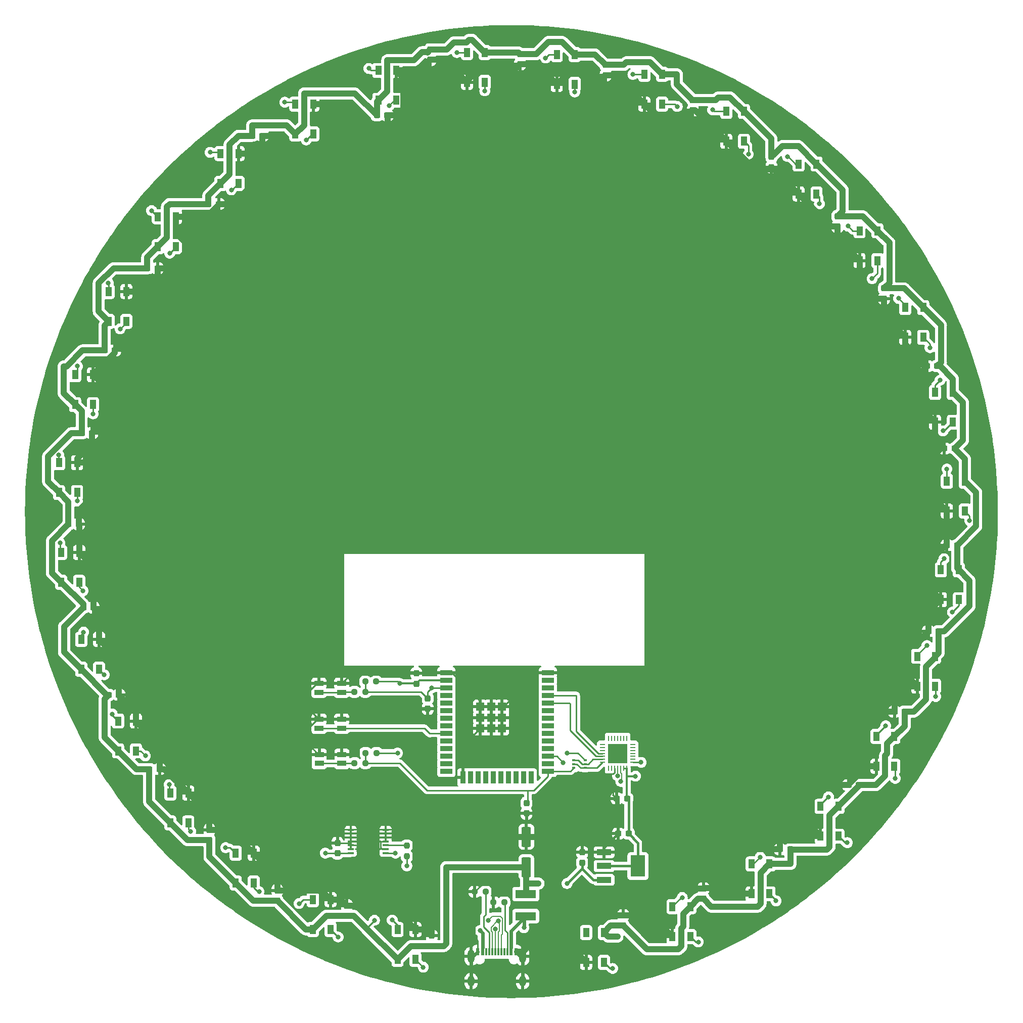
<source format=gbr>
%TF.GenerationSoftware,KiCad,Pcbnew,(6.0.5-0)*%
%TF.CreationDate,2022-05-16T23:59:53+02:00*%
%TF.ProjectId,diodeplate,64696f64-6570-46c6-9174-652e6b696361,rev?*%
%TF.SameCoordinates,Original*%
%TF.FileFunction,Copper,L1,Top*%
%TF.FilePolarity,Positive*%
%FSLAX46Y46*%
G04 Gerber Fmt 4.6, Leading zero omitted, Abs format (unit mm)*
G04 Created by KiCad (PCBNEW (6.0.5-0)) date 2022-05-16 23:59:53*
%MOMM*%
%LPD*%
G01*
G04 APERTURE LIST*
G04 Aperture macros list*
%AMRoundRect*
0 Rectangle with rounded corners*
0 $1 Rounding radius*
0 $2 $3 $4 $5 $6 $7 $8 $9 X,Y pos of 4 corners*
0 Add a 4 corners polygon primitive as box body*
4,1,4,$2,$3,$4,$5,$6,$7,$8,$9,$2,$3,0*
0 Add four circle primitives for the rounded corners*
1,1,$1+$1,$2,$3*
1,1,$1+$1,$4,$5*
1,1,$1+$1,$6,$7*
1,1,$1+$1,$8,$9*
0 Add four rect primitives between the rounded corners*
20,1,$1+$1,$2,$3,$4,$5,0*
20,1,$1+$1,$4,$5,$6,$7,0*
20,1,$1+$1,$6,$7,$8,$9,0*
20,1,$1+$1,$8,$9,$2,$3,0*%
G04 Aperture macros list end*
%TA.AperFunction,SMDPad,CuDef*%
%ADD10R,3.499213X1.406680*%
%TD*%
%TA.AperFunction,SMDPad,CuDef*%
%ADD11RoundRect,0.237500X-0.300000X-0.237500X0.300000X-0.237500X0.300000X0.237500X-0.300000X0.237500X0*%
%TD*%
%TA.AperFunction,SMDPad,CuDef*%
%ADD12RoundRect,0.237500X0.237500X-0.250000X0.237500X0.250000X-0.237500X0.250000X-0.237500X-0.250000X0*%
%TD*%
%TA.AperFunction,SMDPad,CuDef*%
%ADD13RoundRect,0.237500X0.250000X0.237500X-0.250000X0.237500X-0.250000X-0.237500X0.250000X-0.237500X0*%
%TD*%
%TA.AperFunction,SMDPad,CuDef*%
%ADD14R,1.000000X1.500000*%
%TD*%
%TA.AperFunction,SMDPad,CuDef*%
%ADD15RoundRect,0.237500X0.237500X-0.300000X0.237500X0.300000X-0.237500X0.300000X-0.237500X-0.300000X0*%
%TD*%
%TA.AperFunction,SMDPad,CuDef*%
%ADD16RoundRect,0.237500X-0.237500X0.300000X-0.237500X-0.300000X0.237500X-0.300000X0.237500X0.300000X0*%
%TD*%
%TA.AperFunction,SMDPad,CuDef*%
%ADD17RoundRect,0.237500X-0.250000X-0.237500X0.250000X-0.237500X0.250000X0.237500X-0.250000X0.237500X0*%
%TD*%
%TA.AperFunction,SMDPad,CuDef*%
%ADD18R,0.600000X1.300000*%
%TD*%
%TA.AperFunction,SMDPad,CuDef*%
%ADD19R,0.300000X1.300000*%
%TD*%
%TA.AperFunction,ComponentPad*%
%ADD20O,1.200000X2.200000*%
%TD*%
%TA.AperFunction,ComponentPad*%
%ADD21O,1.200000X1.800000*%
%TD*%
%TA.AperFunction,SMDPad,CuDef*%
%ADD22R,2.470003X0.980010*%
%TD*%
%TA.AperFunction,SMDPad,CuDef*%
%ADD23R,2.470003X3.600000*%
%TD*%
%TA.AperFunction,SMDPad,CuDef*%
%ADD24RoundRect,0.237500X0.300000X0.237500X-0.300000X0.237500X-0.300000X-0.237500X0.300000X-0.237500X0*%
%TD*%
%TA.AperFunction,SMDPad,CuDef*%
%ADD25R,0.600000X0.419990*%
%TD*%
%TA.AperFunction,SMDPad,CuDef*%
%ADD26R,0.990602X0.304801*%
%TD*%
%TA.AperFunction,SMDPad,CuDef*%
%ADD27RoundRect,0.250000X0.550000X-1.412500X0.550000X1.412500X-0.550000X1.412500X-0.550000X-1.412500X0*%
%TD*%
%TA.AperFunction,SMDPad,CuDef*%
%ADD28R,1.500000X0.900000*%
%TD*%
%TA.AperFunction,SMDPad,CuDef*%
%ADD29R,0.280010X0.900000*%
%TD*%
%TA.AperFunction,SMDPad,CuDef*%
%ADD30R,0.900000X0.280010*%
%TD*%
%TA.AperFunction,SMDPad,CuDef*%
%ADD31R,3.300000X3.300000*%
%TD*%
%TA.AperFunction,SMDPad,CuDef*%
%ADD32R,2.000000X0.900000*%
%TD*%
%TA.AperFunction,SMDPad,CuDef*%
%ADD33R,0.900000X2.000000*%
%TD*%
%TA.AperFunction,SMDPad,CuDef*%
%ADD34R,1.330000X1.330000*%
%TD*%
%TA.AperFunction,ViaPad*%
%ADD35C,0.800000*%
%TD*%
%TA.AperFunction,Conductor*%
%ADD36C,1.000000*%
%TD*%
%TA.AperFunction,Conductor*%
%ADD37C,0.250000*%
%TD*%
%TA.AperFunction,Conductor*%
%ADD38C,0.400000*%
%TD*%
%TA.AperFunction,Conductor*%
%ADD39C,0.350000*%
%TD*%
%TA.AperFunction,Conductor*%
%ADD40C,0.600000*%
%TD*%
%TA.AperFunction,Conductor*%
%ADD41C,0.200000*%
%TD*%
G04 APERTURE END LIST*
D10*
%TO.P,F1,1,1*%
%TO.N,VBUS*%
X219000000Y-210403442D03*
%TO.P,F1,2,2*%
%TO.N,+5V*%
X219000000Y-206696558D03*
%TD*%
D11*
%TO.P,C32,1*%
%TO.N,GND*%
X286437500Y-162660000D03*
%TO.P,C32,2*%
%TO.N,+5V*%
X288162500Y-162660000D03*
%TD*%
D12*
%TO.P,R1,1*%
%TO.N,LED DATA OUT*%
X199070000Y-200372500D03*
%TO.P,R1,2*%
%TO.N,Net-(R1-Pad2)*%
X199070000Y-198547500D03*
%TD*%
D13*
%TO.P,R2,1*%
%TO.N,USB-C CC2*%
X215412500Y-208070000D03*
%TO.P,R2,2*%
%TO.N,GND*%
X213587500Y-208070000D03*
%TD*%
D14*
%TO.P,LED9,1,VDD*%
%TO.N,+5V*%
X143513788Y-124700000D03*
%TO.P,LED9,2,DO*%
%TO.N,Net-(LED10-Pad3)*%
X146513534Y-124700000D03*
%TO.P,LED9,3,DI*%
%TO.N,Net-(LED8-Pad2)*%
X143513788Y-119700000D03*
%TO.P,LED9,4,GND*%
%TO.N,GND*%
X146513534Y-119700000D03*
%TD*%
D15*
%TO.P,C28,1*%
%TO.N,GND*%
X279010000Y-106952500D03*
%TO.P,C28,2*%
%TO.N,+5V*%
X279010000Y-105227500D03*
%TD*%
%TO.P,C26,1*%
%TO.N,GND*%
X260150000Y-84912500D03*
%TO.P,C26,2*%
%TO.N,+5V*%
X260150000Y-83187500D03*
%TD*%
D16*
%TO.P,C39,1*%
%TO.N,IO0*%
X219110000Y-191457500D03*
%TO.P,C39,2*%
%TO.N,GND*%
X219110000Y-193182500D03*
%TD*%
D17*
%TO.P,R4,1*%
%TO.N,Net-(R4-Pad1)*%
X190277500Y-172830064D03*
%TO.P,R4,2*%
%TO.N,RESET*%
X192102500Y-172830064D03*
%TD*%
D16*
%TO.P,C2,1*%
%TO.N,GND*%
X187460000Y-198137500D03*
%TO.P,C2,2*%
%TO.N,+5V*%
X187460000Y-199862500D03*
%TD*%
D14*
%TO.P,LED10,1,VDD*%
%TO.N,+5V*%
X149113788Y-110750000D03*
%TO.P,LED10,2,DO*%
%TO.N,Net-(LED10-Pad2)*%
X152113534Y-110750000D03*
%TO.P,LED10,3,DI*%
%TO.N,Net-(LED10-Pad3)*%
X149113788Y-105750000D03*
%TO.P,LED10,4,GND*%
%TO.N,GND*%
X152113534Y-105750000D03*
%TD*%
D15*
%TO.P,C25,1*%
%TO.N,GND*%
X246960000Y-75392500D03*
%TO.P,C25,2*%
%TO.N,+5V*%
X246960000Y-73667500D03*
%TD*%
%TO.P,C23,1*%
%TO.N,GND*%
X218020000Y-67700000D03*
%TO.P,C23,2*%
%TO.N,+5V*%
X218020000Y-65975000D03*
%TD*%
D14*
%TO.P,LED28,1,VDD*%
%TO.N,+5V*%
X259830000Y-201650000D03*
%TO.P,LED28,2,DO*%
%TO.N,Net-(LED28-Pad2)*%
X256830254Y-201650000D03*
%TO.P,LED28,3,DI*%
%TO.N,Net-(LED27-Pad2)*%
X259830000Y-206650000D03*
%TO.P,LED28,4,GND*%
%TO.N,GND*%
X256830254Y-206650000D03*
%TD*%
%TO.P,LED26,1,VDD*%
%TO.N,+5V*%
X280740000Y-180290000D03*
%TO.P,LED26,2,DO*%
%TO.N,Net-(LED26-Pad2)*%
X277740254Y-180290000D03*
%TO.P,LED26,3,DI*%
%TO.N,Net-(LED25-Pad2)*%
X280740000Y-185290000D03*
%TO.P,LED26,4,GND*%
%TO.N,GND*%
X277740254Y-185290000D03*
%TD*%
D16*
%TO.P,C38,1*%
%TO.N,RESET*%
X202570000Y-173907500D03*
%TO.P,C38,2*%
%TO.N,GND*%
X202570000Y-175632500D03*
%TD*%
D14*
%TO.P,LED2,1,VDD*%
%TO.N,+5V*%
X183310000Y-212610000D03*
%TO.P,LED2,2,DO*%
%TO.N,Net-(LED2-Pad2)*%
X186309746Y-212610000D03*
%TO.P,LED2,3,DI*%
%TO.N,Net-(LED1-Pad2)*%
X183310000Y-207610000D03*
%TO.P,LED2,4,GND*%
%TO.N,GND*%
X186309746Y-207610000D03*
%TD*%
D18*
%TO.P,U3,A1B12,GND*%
%TO.N,GND*%
X210950061Y-216367556D03*
%TO.P,U3,A4B9,VBUS*%
%TO.N,VBUS*%
X211749908Y-216367556D03*
D19*
%TO.P,U3,A5,CC1*%
%TO.N,USB-C CC1*%
X212900023Y-216367556D03*
%TO.P,U3,A6,DP1*%
%TO.N,USB-C DATA +*%
X213900023Y-216367556D03*
%TO.P,U3,A7,DN1*%
%TO.N,USB-C DATA -*%
X214399895Y-216367556D03*
%TO.P,U3,A8,SBU1*%
%TO.N,unconnected-(U3-PadA8)*%
X215399895Y-216367556D03*
D18*
%TO.P,U3,B1A12,GND*%
%TO.N,GND*%
X217349857Y-216367556D03*
%TO.P,U3,B4A9,VBUS*%
%TO.N,VBUS*%
X216550010Y-216367556D03*
D19*
%TO.P,U3,B5,CC2*%
%TO.N,USB-C CC2*%
X215900023Y-216367556D03*
%TO.P,U3,B6,DP2*%
%TO.N,USB-C DATA +*%
X214900023Y-216367556D03*
%TO.P,U3,B7,DN2*%
%TO.N,USB-C DATA -*%
X213399895Y-216367556D03*
%TO.P,U3,B8,SBU2*%
%TO.N,unconnected-(U3-PadB8)*%
X212399895Y-216367556D03*
D20*
%TO.P,U3,SHELL,SHELL*%
%TO.N,GND*%
X209829918Y-217110000D03*
D21*
X209829918Y-221290086D03*
D20*
X218470000Y-217110000D03*
D21*
X218470000Y-221290086D03*
%TD*%
D17*
%TO.P,R6,1*%
%TO.N,RESET*%
X192107500Y-171090128D03*
%TO.P,R6,2*%
%TO.N,+3V3*%
X193932500Y-171090128D03*
%TD*%
D15*
%TO.P,C14,1*%
%TO.N,+5V*%
X228450000Y-201422500D03*
%TO.P,C14,2*%
%TO.N,GND*%
X228450000Y-199697500D03*
%TD*%
D22*
%TO.P,U4,1,GND*%
%TO.N,GND*%
X232115100Y-199700025D03*
%TO.P,U4,2,Vout*%
%TO.N,+3V3*%
X232115100Y-202000000D03*
%TO.P,U4,3,Vin*%
%TO.N,+5V*%
X232115100Y-204299975D03*
D23*
%TO.P,U4,4,Vout*%
%TO.N,+3V3*%
X237784900Y-202000000D03*
%TD*%
D14*
%TO.P,LED15,1,VDD*%
%TO.N,+5V*%
X212143788Y-65720000D03*
%TO.P,LED15,2,DO*%
%TO.N,Net-(LED15-Pad2)*%
X209144042Y-65720000D03*
%TO.P,LED15,3,DI*%
%TO.N,Net-(LED14-Pad2)*%
X212143788Y-70720000D03*
%TO.P,LED15,4,GND*%
%TO.N,GND*%
X209144042Y-70720000D03*
%TD*%
%TO.P,LED20,1,VDD*%
%TO.N,+5V*%
X277903788Y-95580000D03*
%TO.P,LED20,2,DO*%
%TO.N,Net-(LED20-Pad2)*%
X274904042Y-95580000D03*
%TO.P,LED20,3,DI*%
%TO.N,Net-(LED19-Pad2)*%
X277903788Y-100580000D03*
%TO.P,LED20,4,GND*%
%TO.N,GND*%
X274904042Y-100580000D03*
%TD*%
%TO.P,LED29,1,VDD*%
%TO.N,+5V*%
X246570000Y-208790000D03*
%TO.P,LED29,2,DO*%
%TO.N,Net-(LED29-Pad2)*%
X243570254Y-208790000D03*
%TO.P,LED29,3,DI*%
%TO.N,Net-(LED28-Pad2)*%
X246570000Y-213790000D03*
%TO.P,LED29,4,GND*%
%TO.N,GND*%
X243570254Y-213790000D03*
%TD*%
%TO.P,LED16,1,VDD*%
%TO.N,+5V*%
X227193788Y-66050000D03*
%TO.P,LED16,2,DO*%
%TO.N,Net-(LED16-Pad2)*%
X224194042Y-66050000D03*
%TO.P,LED16,3,DI*%
%TO.N,Net-(LED15-Pad2)*%
X227193788Y-71050000D03*
%TO.P,LED16,4,GND*%
%TO.N,GND*%
X224194042Y-71050000D03*
%TD*%
%TO.P,LED4,1,VDD*%
%TO.N,+5V*%
X159470000Y-194790000D03*
%TO.P,LED4,2,DO*%
%TO.N,Net-(LED4-Pad2)*%
X162469746Y-194790000D03*
%TO.P,LED4,3,DI*%
%TO.N,Net-(LED3-Pad2)*%
X159470000Y-189790000D03*
%TO.P,LED4,4,GND*%
%TO.N,GND*%
X162469746Y-189790000D03*
%TD*%
D11*
%TO.P,C34,1*%
%TO.N,GND*%
X273047500Y-188430000D03*
%TO.P,C34,2*%
%TO.N,+5V*%
X274772500Y-188430000D03*
%TD*%
D24*
%TO.P,C18,1*%
%TO.N,GND*%
X157322500Y-101870000D03*
%TO.P,C18,2*%
%TO.N,+5V*%
X155597500Y-101870000D03*
%TD*%
D25*
%TO.P,U5,1,E*%
%TO.N,RTS*%
X227037111Y-184276869D03*
%TO.P,U5,2,B*%
%TO.N,DTR*%
X227037111Y-184926856D03*
%TO.P,U5,3,C*%
%TO.N,IO0*%
X227037111Y-185576843D03*
%TO.P,U5,4,E*%
%TO.N,DTR*%
X228937035Y-185576843D03*
%TO.P,U5,5,B*%
%TO.N,RTS*%
X228937035Y-184926856D03*
%TO.P,U5,6,C*%
%TO.N,RESET*%
X228937035Y-184276869D03*
%TD*%
D11*
%TO.P,C30,1*%
%TO.N,GND*%
X289127500Y-132050000D03*
%TO.P,C30,2*%
%TO.N,+5V*%
X290852500Y-132050000D03*
%TD*%
D24*
%TO.P,C8,1*%
%TO.N,GND*%
X150862500Y-173330000D03*
%TO.P,C8,2*%
%TO.N,+5V*%
X149137500Y-173330000D03*
%TD*%
D11*
%TO.P,C35,1*%
%TO.N,GND*%
X261600000Y-199200000D03*
%TO.P,C35,2*%
%TO.N,+5V*%
X263325000Y-199200000D03*
%TD*%
D24*
%TO.P,C19,1*%
%TO.N,GND*%
X167562500Y-91090000D03*
%TO.P,C19,2*%
%TO.N,+5V*%
X165837500Y-91090000D03*
%TD*%
D14*
%TO.P,LED6,1,VDD*%
%TO.N,+5V*%
X144533788Y-169040000D03*
%TO.P,LED6,2,DO*%
%TO.N,Net-(LED6-Pad2)*%
X147533534Y-169040000D03*
%TO.P,LED6,3,DI*%
%TO.N,Net-(LED5-Pad2)*%
X144533788Y-164040000D03*
%TO.P,LED6,4,GND*%
%TO.N,GND*%
X147533534Y-164040000D03*
%TD*%
D26*
%TO.P,U6,1,1A*%
%TO.N,IO16{slash}LED1*%
X195514195Y-199815308D03*
%TO.P,U6,2,1B*%
%TO.N,GND*%
X195514195Y-199165321D03*
%TO.P,U6,3,1Y*%
%TO.N,Net-(R1-Pad2)*%
X195514195Y-198515333D03*
%TO.P,U6,4,2A*%
%TO.N,GND*%
X195514195Y-197865346D03*
%TO.P,U6,5,2B*%
X195514195Y-197215359D03*
%TO.P,U6,6,2Y*%
X195514195Y-196565371D03*
%TO.P,U6,7,GND*%
X195514195Y-195915384D03*
%TO.P,U6,8,3Y*%
X189664055Y-195915384D03*
%TO.P,U6,9,3A*%
X189664055Y-196565371D03*
%TO.P,U6,10,3B*%
X189664055Y-197215359D03*
%TO.P,U6,11,4Y*%
X189664055Y-197865346D03*
%TO.P,U6,12,4A*%
X189664055Y-198515333D03*
%TO.P,U6,13,4B*%
X189664055Y-199165321D03*
%TO.P,U6,14,VCC*%
%TO.N,+5V*%
X189664055Y-199815308D03*
%TD*%
D14*
%TO.P,LED22,1,VDD*%
%TO.N,+5V*%
X290553788Y-122660000D03*
%TO.P,LED22,2,DO*%
%TO.N,Net-(LED22-Pad2)*%
X287554042Y-122660000D03*
%TO.P,LED22,3,DI*%
%TO.N,Net-(LED21-Pad2)*%
X290553788Y-127660000D03*
%TO.P,LED22,4,GND*%
%TO.N,GND*%
X287554042Y-127660000D03*
%TD*%
D24*
%TO.P,C11,1*%
%TO.N,GND*%
X146332500Y-129480000D03*
%TO.P,C11,2*%
%TO.N,+5V*%
X144607500Y-129480000D03*
%TD*%
D15*
%TO.P,C22,1*%
%TO.N,GND*%
X203010000Y-66942500D03*
%TO.P,C22,2*%
%TO.N,+5V*%
X203010000Y-65217500D03*
%TD*%
D11*
%TO.P,C29,1*%
%TO.N,GND*%
X286217500Y-118240000D03*
%TO.P,C29,2*%
%TO.N,+5V*%
X287942500Y-118240000D03*
%TD*%
D27*
%TO.P,C16,1*%
%TO.N,+5V*%
X219090000Y-202177500D03*
%TO.P,C16,2*%
%TO.N,GND*%
X219090000Y-197102500D03*
%TD*%
D14*
%TO.P,LED8,1,VDD*%
%TO.N,+5V*%
X140843788Y-139430000D03*
%TO.P,LED8,2,DO*%
%TO.N,Net-(LED8-Pad2)*%
X143843534Y-139430000D03*
%TO.P,LED8,3,DI*%
%TO.N,Net-(LED7-Pad2)*%
X140843788Y-134430000D03*
%TO.P,LED8,4,GND*%
%TO.N,GND*%
X143843534Y-134430000D03*
%TD*%
D16*
%TO.P,C37,1*%
%TO.N,GND*%
X235340000Y-210257500D03*
%TO.P,C37,2*%
%TO.N,+5V*%
X235340000Y-211982500D03*
%TD*%
%TO.P,C5,1*%
%TO.N,GND*%
X177380000Y-206087500D03*
%TO.P,C5,2*%
%TO.N,+5V*%
X177380000Y-207812500D03*
%TD*%
D11*
%TO.P,C31,1*%
%TO.N,GND*%
X289547500Y-148260000D03*
%TO.P,C31,2*%
%TO.N,+5V*%
X291272500Y-148260000D03*
%TD*%
D28*
%TO.P,mainbutton,1,1*%
%TO.N,GND*%
X188179924Y-177420000D03*
X184380076Y-177420000D03*
%TO.P,mainbutton,2,2*%
%TO.N,IO33{slash}MAINBUTTON*%
X184380076Y-178920128D03*
X188179924Y-178920128D03*
%TD*%
D15*
%TO.P,C24,1*%
%TO.N,GND*%
X232360000Y-69522500D03*
%TO.P,C24,2*%
%TO.N,+5V*%
X232360000Y-67797500D03*
%TD*%
D14*
%TO.P,LED13,1,VDD*%
%TO.N,+5V*%
X180403788Y-79380000D03*
%TO.P,LED13,2,DO*%
%TO.N,Net-(LED13-Pad2)*%
X183403534Y-79380000D03*
%TO.P,LED13,3,DI*%
%TO.N,Net-(LED12-Pad2)*%
X180403788Y-74380000D03*
%TO.P,LED13,4,GND*%
%TO.N,GND*%
X183403534Y-74380000D03*
%TD*%
D24*
%TO.P,C9,1*%
%TO.N,GND*%
X146582500Y-158700000D03*
%TO.P,C9,2*%
%TO.N,+5V*%
X144857500Y-158700000D03*
%TD*%
D14*
%TO.P,LED11,1,VDD*%
%TO.N,+5V*%
X157373788Y-98220000D03*
%TO.P,LED11,2,DO*%
%TO.N,Net-(LED11-Pad2)*%
X160373534Y-98220000D03*
%TO.P,LED11,3,DI*%
%TO.N,Net-(LED10-Pad2)*%
X157373788Y-93220000D03*
%TO.P,LED11,4,GND*%
%TO.N,GND*%
X160373534Y-93220000D03*
%TD*%
D13*
%TO.P,R3,1*%
%TO.N,USB-C CC1*%
X212262500Y-206300000D03*
%TO.P,R3,2*%
%TO.N,GND*%
X210437500Y-206300000D03*
%TD*%
D16*
%TO.P,C36,1*%
%TO.N,GND*%
X248770000Y-205747500D03*
%TO.P,C36,2*%
%TO.N,+5V*%
X248770000Y-207472500D03*
%TD*%
D17*
%TO.P,R5,1*%
%TO.N,Net-(R5-Pad1)*%
X190304924Y-184770000D03*
%TO.P,R5,2*%
%TO.N,IO0*%
X192129924Y-184770000D03*
%TD*%
D29*
%TO.P,U2,1,DCD*%
%TO.N,unconnected-(U2-Pad1)*%
X232888730Y-185624879D03*
%TO.P,U2,2,RI*%
%TO.N,unconnected-(U2-Pad2)*%
X233389111Y-185624879D03*
%TO.P,U2,3,GND*%
%TO.N,GND*%
X233889492Y-185624879D03*
%TO.P,U2,4,D+*%
%TO.N,USB-C DATA +*%
X234389873Y-185624879D03*
%TO.P,U2,5,D-*%
%TO.N,USB-C DATA -*%
X234890254Y-185624879D03*
%TO.P,U2,6,VDD*%
%TO.N,+3V3*%
X235390635Y-185624879D03*
%TO.P,U2,7,REGIN*%
X235891016Y-185624879D03*
D30*
%TO.P,U2,8,VBUS*%
%TO.N,+5V*%
X236890000Y-184626149D03*
%TO.P,U2,9,~{RST}*%
%TO.N,unconnected-(U2-Pad9)*%
X236890000Y-184125768D03*
%TO.P,U2,10,NC*%
%TO.N,unconnected-(U2-Pad10)*%
X236890000Y-183625387D03*
%TO.P,U2,11,~{SUSPEND}*%
%TO.N,unconnected-(U2-Pad11)*%
X236890000Y-183125006D03*
%TO.P,U2,12,SUSPEND*%
%TO.N,unconnected-(U2-Pad12)*%
X236890000Y-182624625D03*
%TO.P,U2,13,NC*%
%TO.N,unconnected-(U2-Pad13)*%
X236890000Y-182124244D03*
%TO.P,U2,14,NC*%
%TO.N,unconnected-(U2-Pad14)*%
X236890000Y-181623863D03*
D29*
%TO.P,U2,15,NC*%
%TO.N,unconnected-(U2-Pad15)*%
X235891016Y-180624879D03*
%TO.P,U2,16,NC*%
%TO.N,unconnected-(U2-Pad16)*%
X235390635Y-180624879D03*
%TO.P,U2,17,NC*%
%TO.N,unconnected-(U2-Pad17)*%
X234890254Y-180624879D03*
%TO.P,U2,18,NC*%
%TO.N,unconnected-(U2-Pad18)*%
X234389873Y-180624879D03*
%TO.P,U2,19,NC*%
%TO.N,unconnected-(U2-Pad19)*%
X233889492Y-180624879D03*
%TO.P,U2,20,NC*%
%TO.N,unconnected-(U2-Pad20)*%
X233389111Y-180624879D03*
%TO.P,U2,21,NC*%
%TO.N,unconnected-(U2-Pad21)*%
X232888730Y-180624879D03*
D30*
%TO.P,U2,22,NC*%
%TO.N,unconnected-(U2-Pad22)*%
X231890000Y-181623863D03*
%TO.P,U2,23,CTS*%
%TO.N,unconnected-(U2-Pad23)*%
X231890000Y-182124244D03*
%TO.P,U2,24,RTS*%
%TO.N,unconnected-(U2-Pad24)*%
X231890000Y-182624625D03*
%TO.P,U2,25,RXD*%
%TO.N,TXD*%
X231890000Y-183125006D03*
%TO.P,U2,26,TXD*%
%TO.N,RXD*%
X231890000Y-183625387D03*
%TO.P,U2,27,DSR*%
%TO.N,RTS*%
X231890000Y-184125768D03*
%TO.P,U2,28,DTR*%
%TO.N,DTR*%
X231890000Y-184626149D03*
D31*
%TO.P,U2,29,GND_PAD*%
%TO.N,unconnected-(U2-Pad29)*%
X234389873Y-183125006D03*
%TD*%
D14*
%TO.P,LED18,1,VDD*%
%TO.N,+5V*%
X255573788Y-75590000D03*
%TO.P,LED18,2,DO*%
%TO.N,Net-(LED18-Pad2)*%
X252574042Y-75590000D03*
%TO.P,LED18,3,DI*%
%TO.N,Net-(LED17-Pad2)*%
X255573788Y-80590000D03*
%TO.P,LED18,4,GND*%
%TO.N,GND*%
X252574042Y-80590000D03*
%TD*%
%TO.P,LED7,1,VDD*%
%TO.N,+5V*%
X141190000Y-154450000D03*
%TO.P,LED7,2,DO*%
%TO.N,Net-(LED7-Pad2)*%
X144189746Y-154450000D03*
%TO.P,LED7,3,DI*%
%TO.N,Net-(LED6-Pad2)*%
X141190000Y-149450000D03*
%TO.P,LED7,4,GND*%
%TO.N,GND*%
X144189746Y-149450000D03*
%TD*%
%TO.P,LED30,1,VDD*%
%TO.N,+5V*%
X232110000Y-213120000D03*
%TO.P,LED30,2,DO*%
%TO.N,unconnected-(LED30-Pad2)*%
X229110254Y-213120000D03*
%TO.P,LED30,3,DI*%
%TO.N,Net-(LED29-Pad2)*%
X232110000Y-218120000D03*
%TO.P,LED30,4,GND*%
%TO.N,GND*%
X229110254Y-218120000D03*
%TD*%
%TO.P,LED3,1,VDD*%
%TO.N,+5V*%
X170413788Y-204840000D03*
%TO.P,LED3,2,DO*%
%TO.N,Net-(LED3-Pad2)*%
X173413534Y-204840000D03*
%TO.P,LED3,3,DI*%
%TO.N,Net-(LED2-Pad2)*%
X170413788Y-199840000D03*
%TO.P,LED3,4,GND*%
%TO.N,GND*%
X173413534Y-199840000D03*
%TD*%
D15*
%TO.P,C27,1*%
%TO.N,GND*%
X271210000Y-94892500D03*
%TO.P,C27,2*%
%TO.N,+5V*%
X271210000Y-93167500D03*
%TD*%
D14*
%TO.P,LED23,1,VDD*%
%TO.N,+5V*%
X292540000Y-137510000D03*
%TO.P,LED23,2,DO*%
%TO.N,Net-(LED23-Pad2)*%
X289540254Y-137510000D03*
%TO.P,LED23,3,DI*%
%TO.N,Net-(LED22-Pad2)*%
X292540000Y-142510000D03*
%TO.P,LED23,4,GND*%
%TO.N,GND*%
X289540254Y-142510000D03*
%TD*%
D28*
%TO.P,reset,1,1*%
%TO.N,GND*%
X188139924Y-171400000D03*
X184340076Y-171400000D03*
%TO.P,reset,2,2*%
%TO.N,Net-(R4-Pad1)*%
X184340076Y-172900128D03*
X188139924Y-172900128D03*
%TD*%
D14*
%TO.P,LED17,1,VDD*%
%TO.N,+5V*%
X241863788Y-69390000D03*
%TO.P,LED17,2,DO*%
%TO.N,Net-(LED17-Pad2)*%
X238864042Y-69390000D03*
%TO.P,LED17,3,DI*%
%TO.N,Net-(LED16-Pad2)*%
X241863788Y-74390000D03*
%TO.P,LED17,4,GND*%
%TO.N,GND*%
X238864042Y-74390000D03*
%TD*%
D32*
%TO.P,U1,1,GND*%
%TO.N,GND*%
X205697900Y-169614850D03*
%TO.P,U1,2,3V3*%
%TO.N,+3V3*%
X205697900Y-170884850D03*
%TO.P,U1,3,EN*%
%TO.N,RESET*%
X205697900Y-172154850D03*
%TO.P,U1,4,SENSOR_VP*%
%TO.N,unconnected-(U1-Pad4)*%
X205697900Y-173424850D03*
%TO.P,U1,5,SENSOR_VN*%
%TO.N,unconnected-(U1-Pad5)*%
X205697900Y-174694850D03*
%TO.P,U1,6,I34*%
%TO.N,unconnected-(U1-Pad6)*%
X205697900Y-175964850D03*
%TO.P,U1,7,I35*%
%TO.N,unconnected-(U1-Pad7)*%
X205697900Y-177234850D03*
%TO.P,U1,8,IO32*%
%TO.N,unconnected-(U1-Pad8)*%
X205697900Y-178504850D03*
%TO.P,U1,9,IO33*%
%TO.N,IO33{slash}MAINBUTTON*%
X205697900Y-179774850D03*
%TO.P,U1,10,IO25*%
%TO.N,unconnected-(U1-Pad10)*%
X205697900Y-181044850D03*
%TO.P,U1,11,IO26*%
%TO.N,unconnected-(U1-Pad11)*%
X205697900Y-182314850D03*
%TO.P,U1,12,IO27*%
%TO.N,unconnected-(U1-Pad12)*%
X205697900Y-183584850D03*
%TO.P,U1,13,IO14*%
%TO.N,unconnected-(U1-Pad13)*%
X205697900Y-184854850D03*
%TO.P,U1,14,IO12*%
%TO.N,unconnected-(U1-Pad14)*%
X205697900Y-186124850D03*
D33*
%TO.P,U1,15,GND*%
%TO.N,GND*%
X208482900Y-187124850D03*
%TO.P,U1,16,IO13*%
%TO.N,unconnected-(U1-Pad16)*%
X209752900Y-187124850D03*
%TO.P,U1,17,NC*%
%TO.N,unconnected-(U1-Pad17)*%
X211022900Y-187124850D03*
%TO.P,U1,18,NC*%
%TO.N,unconnected-(U1-Pad18)*%
X212292900Y-187124850D03*
%TO.P,U1,19,NC*%
%TO.N,unconnected-(U1-Pad19)*%
X213562900Y-187124850D03*
%TO.P,U1,20,NC*%
%TO.N,unconnected-(U1-Pad20)*%
X214832900Y-187124850D03*
%TO.P,U1,21,NC*%
%TO.N,unconnected-(U1-Pad21)*%
X216102900Y-187124850D03*
%TO.P,U1,22,NC*%
%TO.N,unconnected-(U1-Pad22)*%
X217372900Y-187124850D03*
%TO.P,U1,23,IO15*%
%TO.N,unconnected-(U1-Pad23)*%
X218642900Y-187124850D03*
%TO.P,U1,24,IO2*%
%TO.N,unconnected-(U1-Pad24)*%
X219912900Y-187124850D03*
D32*
%TO.P,U1,25,IO0*%
%TO.N,IO0*%
X222697900Y-186124850D03*
%TO.P,U1,26,IO4*%
%TO.N,unconnected-(U1-Pad26)*%
X222697900Y-184854850D03*
%TO.P,U1,27,IO16*%
%TO.N,IO16{slash}LED1*%
X222697900Y-183584850D03*
%TO.P,U1,28,IO17*%
%TO.N,unconnected-(U1-Pad28)*%
X222697900Y-182314850D03*
%TO.P,U1,29,IO5*%
%TO.N,unconnected-(U1-Pad29)*%
X222697900Y-181044850D03*
%TO.P,U1,30,IO18*%
%TO.N,unconnected-(U1-Pad30)*%
X222697900Y-179774850D03*
%TO.P,U1,31,IO19*%
%TO.N,unconnected-(U1-Pad31)*%
X222697900Y-178504850D03*
%TO.P,U1,32,NC1*%
%TO.N,unconnected-(U1-Pad32)*%
X222697900Y-177234850D03*
%TO.P,U1,33,IO21*%
%TO.N,unconnected-(U1-Pad33)*%
X222697900Y-175964850D03*
%TO.P,U1,34,RXD0*%
%TO.N,RXD*%
X222697900Y-174694850D03*
%TO.P,U1,35,TXD0*%
%TO.N,TXD*%
X222697900Y-173424850D03*
%TO.P,U1,36,IO22*%
%TO.N,unconnected-(U1-Pad36)*%
X222697900Y-172154850D03*
%TO.P,U1,37,IO23*%
%TO.N,unconnected-(U1-Pad37)*%
X222697900Y-170884850D03*
%TO.P,U1,38,GND*%
%TO.N,GND*%
X222697900Y-169614850D03*
D34*
%TO.P,U1,39,GND*%
X211362900Y-178949850D03*
X213197900Y-178949850D03*
X213197900Y-177114850D03*
X211362900Y-177114850D03*
X215032900Y-175279850D03*
X215032900Y-178949850D03*
X213197900Y-175279850D03*
X211362900Y-175279850D03*
X215032900Y-177114850D03*
%TD*%
D16*
%TO.P,C4,1*%
%TO.N,GND*%
X189030000Y-208607500D03*
%TO.P,C4,2*%
%TO.N,+5V*%
X189030000Y-210332500D03*
%TD*%
D14*
%TO.P,LED1,1,VDD*%
%TO.N,+5V*%
X197523788Y-217650000D03*
%TO.P,LED1,2,DO*%
%TO.N,Net-(LED1-Pad2)*%
X200523534Y-217650000D03*
%TO.P,LED1,3,DI*%
%TO.N,LED DATA OUT*%
X197523788Y-212650000D03*
%TO.P,LED1,4,GND*%
%TO.N,GND*%
X200523534Y-212650000D03*
%TD*%
%TO.P,LED12,1,VDD*%
%TO.N,+5V*%
X167870000Y-87640000D03*
%TO.P,LED12,2,DO*%
%TO.N,Net-(LED12-Pad2)*%
X170869746Y-87640000D03*
%TO.P,LED12,3,DI*%
%TO.N,Net-(LED11-Pad2)*%
X167870000Y-82640000D03*
%TO.P,LED12,4,GND*%
%TO.N,GND*%
X170869746Y-82640000D03*
%TD*%
D28*
%TO.P,boot,1,1*%
%TO.N,GND*%
X184400076Y-183300000D03*
X188199924Y-183300000D03*
%TO.P,boot,2,2*%
%TO.N,Net-(R5-Pad1)*%
X188199924Y-184800128D03*
X184400076Y-184800128D03*
%TD*%
D16*
%TO.P,C3,1*%
%TO.N,GND*%
X203243788Y-213667500D03*
%TO.P,C3,2*%
%TO.N,+5V*%
X203243788Y-215392500D03*
%TD*%
D14*
%TO.P,LED19,1,VDD*%
%TO.N,+5V*%
X267703788Y-84410000D03*
%TO.P,LED19,2,DO*%
%TO.N,Net-(LED19-Pad2)*%
X264704042Y-84410000D03*
%TO.P,LED19,3,DI*%
%TO.N,Net-(LED18-Pad2)*%
X267703788Y-89410000D03*
%TO.P,LED19,4,GND*%
%TO.N,GND*%
X264704042Y-89410000D03*
%TD*%
%TO.P,LED27,1,VDD*%
%TO.N,+5V*%
X271380000Y-192000000D03*
%TO.P,LED27,2,DO*%
%TO.N,Net-(LED27-Pad2)*%
X268380254Y-192000000D03*
%TO.P,LED27,3,DI*%
%TO.N,Net-(LED26-Pad2)*%
X271380000Y-197000000D03*
%TO.P,LED27,4,GND*%
%TO.N,GND*%
X268380254Y-197000000D03*
%TD*%
D16*
%TO.P,C6,1*%
%TO.N,GND*%
X166020000Y-195927500D03*
%TO.P,C6,2*%
%TO.N,+5V*%
X166020000Y-197652500D03*
%TD*%
D24*
%TO.P,C7,1*%
%TO.N,GND*%
X157652500Y-185750000D03*
%TO.P,C7,2*%
%TO.N,+5V*%
X155927500Y-185750000D03*
%TD*%
D14*
%TO.P,LED24,1,VDD*%
%TO.N,+5V*%
X291533788Y-152380000D03*
%TO.P,LED24,2,DO*%
%TO.N,Net-(LED24-Pad2)*%
X288534042Y-152380000D03*
%TO.P,LED24,3,DI*%
%TO.N,Net-(LED23-Pad2)*%
X291533788Y-157380000D03*
%TO.P,LED24,4,GND*%
%TO.N,GND*%
X288534042Y-157380000D03*
%TD*%
D11*
%TO.P,C15,1*%
%TO.N,GND*%
X234487500Y-196550000D03*
%TO.P,C15,2*%
%TO.N,+3V3*%
X236212500Y-196550000D03*
%TD*%
D24*
%TO.P,C10,1*%
%TO.N,GND*%
X144122500Y-144730000D03*
%TO.P,C10,2*%
%TO.N,+5V*%
X142397500Y-144730000D03*
%TD*%
%TO.P,C20,1*%
%TO.N,GND*%
X174902500Y-79670000D03*
%TO.P,C20,2*%
%TO.N,+5V*%
X173177500Y-79670000D03*
%TD*%
D14*
%TO.P,LED21,1,VDD*%
%TO.N,+5V*%
X285583788Y-108440000D03*
%TO.P,LED21,2,DO*%
%TO.N,Net-(LED21-Pad2)*%
X282584042Y-108440000D03*
%TO.P,LED21,3,DI*%
%TO.N,Net-(LED20-Pad2)*%
X285583788Y-113440000D03*
%TO.P,LED21,4,GND*%
%TO.N,GND*%
X282584042Y-113440000D03*
%TD*%
D15*
%TO.P,C1,1*%
%TO.N,+3V3*%
X200655600Y-171438800D03*
%TO.P,C1,2*%
%TO.N,GND*%
X200655600Y-169713800D03*
%TD*%
D14*
%TO.P,LED14,1,VDD*%
%TO.N,+5V*%
X194313788Y-73730000D03*
%TO.P,LED14,2,DO*%
%TO.N,Net-(LED14-Pad2)*%
X197313534Y-73730000D03*
%TO.P,LED14,3,DI*%
%TO.N,Net-(LED13-Pad2)*%
X194313788Y-68730000D03*
%TO.P,LED14,4,GND*%
%TO.N,GND*%
X197313534Y-68730000D03*
%TD*%
%TO.P,LED5,1,VDD*%
%TO.N,+5V*%
X150710000Y-182710000D03*
%TO.P,LED5,2,DO*%
%TO.N,Net-(LED5-Pad2)*%
X153709746Y-182710000D03*
%TO.P,LED5,3,DI*%
%TO.N,Net-(LED4-Pad2)*%
X150710000Y-177710000D03*
%TO.P,LED5,4,GND*%
%TO.N,GND*%
X153709746Y-177710000D03*
%TD*%
D11*
%TO.P,C12,1*%
%TO.N,GND*%
X234237500Y-190680000D03*
%TO.P,C12,2*%
%TO.N,+3V3*%
X235962500Y-190680000D03*
%TD*%
%TO.P,C33,1*%
%TO.N,GND*%
X280747500Y-176130000D03*
%TO.P,C33,2*%
%TO.N,+5V*%
X282472500Y-176130000D03*
%TD*%
D24*
%TO.P,C17,1*%
%TO.N,GND*%
X150162500Y-115630000D03*
%TO.P,C17,2*%
%TO.N,+5V*%
X148437500Y-115630000D03*
%TD*%
D17*
%TO.P,R7,1*%
%TO.N,IO0*%
X192167500Y-183050000D03*
%TO.P,R7,2*%
%TO.N,+3V3*%
X193992500Y-183050000D03*
%TD*%
D24*
%TO.P,C21,1*%
%TO.N,GND*%
X195812500Y-76270000D03*
%TO.P,C21,2*%
%TO.N,+5V*%
X194087500Y-76270000D03*
%TD*%
D14*
%TO.P,LED25,1,VDD*%
%TO.N,+5V*%
X287570000Y-166870000D03*
%TO.P,LED25,2,DO*%
%TO.N,Net-(LED25-Pad2)*%
X284570254Y-166870000D03*
%TO.P,LED25,3,DI*%
%TO.N,Net-(LED24-Pad2)*%
X287570000Y-171870000D03*
%TO.P,LED25,4,GND*%
%TO.N,GND*%
X284570254Y-171870000D03*
%TD*%
D35*
%TO.N,GND*%
X201000000Y-175800000D03*
X231960000Y-186980000D03*
X197960000Y-169510000D03*
%TO.N,+3V3*%
X237390000Y-186940000D03*
X197520000Y-183060000D03*
X197890000Y-171410000D03*
%TO.N,+5V*%
X185420000Y-199830000D03*
X234350000Y-213820000D03*
X225900000Y-204920000D03*
X221140000Y-204920000D03*
X238313851Y-184626149D03*
X193660000Y-211070000D03*
%TO.N,RESET*%
X225900000Y-183070000D03*
X203230000Y-172160000D03*
%TO.N,VBUS*%
X211340000Y-212810000D03*
X218690000Y-212320000D03*
%TO.N,Net-(LED1-Pad2)*%
X201830000Y-218940000D03*
X181010000Y-208290000D03*
%TO.N,LED DATA OUT*%
X199080000Y-201980000D03*
X196630000Y-211040000D03*
%TO.N,Net-(LED2-Pad2)*%
X187570000Y-213880000D03*
X168730000Y-198910000D03*
%TO.N,Net-(LED3-Pad2)*%
X159260000Y-188370000D03*
X174330000Y-206270000D03*
%TO.N,Net-(LED4-Pad2)*%
X162880000Y-196170000D03*
X149710000Y-176520000D03*
%TO.N,Net-(LED5-Pad2)*%
X144940000Y-162820000D03*
X155270000Y-183540000D03*
%TO.N,Net-(LED6-Pad2)*%
X140970000Y-147870000D03*
X148400000Y-169950000D03*
%TO.N,Net-(LED7-Pad2)*%
X140757464Y-133147464D03*
X144830000Y-155880000D03*
%TO.N,Net-(LED8-Pad2)*%
X143890000Y-118250000D03*
X143890000Y-140870000D03*
%TO.N,Net-(LED10-Pad3)*%
X146520000Y-126250000D03*
X149060000Y-104340000D03*
%TO.N,Net-(LED10-Pad2)*%
X156330000Y-92200000D03*
X151040000Y-112020000D03*
%TO.N,Net-(LED11-Pad2)*%
X166130000Y-82440000D03*
X159350000Y-99330000D03*
%TO.N,Net-(LED12-Pad2)*%
X178630000Y-74040000D03*
X169680000Y-88730000D03*
%TO.N,Net-(LED13-Pad2)*%
X182220000Y-80370000D03*
X192720000Y-68390000D03*
%TO.N,Net-(LED14-Pad2)*%
X212130000Y-72140000D03*
X196145000Y-74585000D03*
%TO.N,Net-(LED15-Pad2)*%
X227210000Y-72320000D03*
X207450000Y-65720000D03*
%TO.N,Net-(LED16-Pad2)*%
X244370000Y-74760000D03*
X222320000Y-66640000D03*
%TO.N,Net-(LED17-Pad2)*%
X256284485Y-82745515D03*
X236950000Y-69390000D03*
%TO.N,Net-(LED18-Pad2)*%
X250310000Y-75340000D03*
X268180000Y-91080000D03*
%TO.N,Net-(LED19-Pad2)*%
X262850000Y-83150000D03*
X277010000Y-103600000D03*
%TO.N,Net-(LED20-Pad2)*%
X286710000Y-115170000D03*
X272980000Y-94800000D03*
%TO.N,Net-(LED21-Pad2)*%
X281450000Y-106900000D03*
X288890000Y-129100000D03*
%TO.N,Net-(LED22-Pad2)*%
X288410000Y-120600000D03*
X293360500Y-144120000D03*
%TO.N,Net-(LED23-Pad2)*%
X290470000Y-159450000D03*
X289540000Y-135490000D03*
%TO.N,Net-(LED24-Pad2)*%
X287670000Y-173600000D03*
X289060000Y-150520000D03*
%TO.N,Net-(LED25-Pad2)*%
X280890000Y-187320000D03*
X286210000Y-165060000D03*
%TO.N,Net-(LED26-Pad2)*%
X279290000Y-178500000D03*
X272870000Y-198080000D03*
%TO.N,Net-(LED27-Pad2)*%
X269710000Y-190410000D03*
X260920000Y-207840000D03*
%TO.N,Net-(LED28-Pad2)*%
X247900000Y-214710000D03*
X258280000Y-200480000D03*
%TO.N,Net-(LED29-Pad2)*%
X245210000Y-207260000D03*
X233560000Y-219150000D03*
%TO.N,IO16{slash}LED1*%
X197170000Y-199830000D03*
X225280000Y-184650000D03*
%TO.N,USB-C DATA -*%
X214400000Y-211210000D03*
X234920000Y-187820000D03*
%TO.N,USB-C DATA +*%
X212710000Y-211070000D03*
X213910000Y-212580000D03*
X234390000Y-186870000D03*
%TD*%
D36*
%TO.N,GND*%
X173450000Y-82640000D02*
X174902500Y-81187500D01*
X279251232Y-176130000D02*
X275670000Y-179711232D01*
X223440000Y-211430000D02*
X219660000Y-215210000D01*
X252020000Y-206630000D02*
X251100000Y-205710000D01*
X235340000Y-210257500D02*
X226952500Y-210257500D01*
X150862500Y-173330000D02*
X150862500Y-167368966D01*
X276049854Y-185290000D02*
X273047500Y-188292354D01*
D37*
X189620610Y-198137500D02*
X189664055Y-198094055D01*
X211577500Y-205160000D02*
X213240000Y-205160000D01*
D36*
X261600000Y-199200000D02*
X256631232Y-199200000D01*
X240037754Y-210257500D02*
X235340000Y-210257500D01*
X282584042Y-113440000D02*
X282584042Y-114606542D01*
X174902500Y-81187500D02*
X174902500Y-79670000D01*
X146582500Y-151842754D02*
X144189746Y-149450000D01*
X203337500Y-197102500D02*
X219090000Y-197102500D01*
X265230000Y-193849746D02*
X268380254Y-197000000D01*
X220844042Y-67700000D02*
X224194042Y-71050000D01*
X165570146Y-93220000D02*
X167562500Y-91227646D01*
X154820000Y-105750000D02*
X157322500Y-103247500D01*
X277512500Y-106952500D02*
X279010000Y-106952500D01*
D37*
X184400076Y-183300000D02*
X184299936Y-183300000D01*
D36*
X288534042Y-157380000D02*
X286437500Y-159476542D01*
D37*
X228450000Y-199697500D02*
X223477500Y-199697500D01*
D36*
X195812500Y-76270000D02*
X197422556Y-76270000D01*
X283250000Y-171870000D02*
X280747500Y-174372500D01*
X261680000Y-197000000D02*
X261600000Y-197080000D01*
X268930000Y-188430000D02*
X265230000Y-192130000D01*
X273047500Y-188430000D02*
X268930000Y-188430000D01*
X174902500Y-79670000D02*
X177020000Y-79670000D01*
D37*
X220945150Y-169614850D02*
X222697900Y-169614850D01*
D36*
X257296542Y-85312500D02*
X259750000Y-85312500D01*
X282584042Y-114606542D02*
X286217500Y-118240000D01*
X160373534Y-93220000D02*
X165570146Y-93220000D01*
D37*
X213197900Y-175279850D02*
X213197900Y-177114850D01*
X233665489Y-188685489D02*
X233665489Y-190107989D01*
D36*
X277740254Y-185290000D02*
X276049854Y-185290000D01*
D38*
X232115100Y-199700025D02*
X232115100Y-198922400D01*
D36*
X254510000Y-206650000D02*
X256830254Y-206650000D01*
X185940000Y-74450000D02*
X185870000Y-74380000D01*
X209144042Y-70470000D02*
X211264042Y-68350000D01*
X177020000Y-79670000D02*
X179140000Y-81790000D01*
X289300000Y-148260000D02*
X286540000Y-151020000D01*
D37*
X233750000Y-186479390D02*
X233889492Y-186339898D01*
D36*
X289547500Y-148260000D02*
X289300000Y-148260000D01*
D37*
X211362900Y-174364850D02*
X206612900Y-169614850D01*
D36*
X226952500Y-210257500D02*
X226130000Y-211080000D01*
X189030000Y-208607500D02*
X188032500Y-207610000D01*
D39*
X197960000Y-169510000D02*
X200451800Y-169510000D01*
D36*
X146582500Y-158700000D02*
X146582500Y-151842754D01*
X203250000Y-197190000D02*
X203337500Y-197102500D01*
D37*
X215280150Y-175279850D02*
X220945150Y-169614850D01*
D36*
X166020000Y-195927500D02*
X166020000Y-193340254D01*
X231280000Y-70602500D02*
X232360000Y-69522500D01*
X158429746Y-185750000D02*
X157652500Y-185750000D01*
X260150000Y-84912500D02*
X260206542Y-84912500D01*
D37*
X211362900Y-178949850D02*
X211362900Y-177114850D01*
D36*
X271210000Y-94892500D02*
X271210000Y-96885958D01*
X260206542Y-84912500D02*
X264704042Y-89410000D01*
X229395310Y-70602500D02*
X231280000Y-70602500D01*
X218502444Y-216367556D02*
X217549521Y-216367556D01*
X259750000Y-85312500D02*
X260150000Y-84912500D01*
X144189746Y-149450000D02*
X144189746Y-144797246D01*
X271210000Y-96885958D02*
X274904042Y-100580000D01*
X160373534Y-95973534D02*
X160373534Y-93220000D01*
X177380000Y-203806466D02*
X173413534Y-199840000D01*
X275670000Y-185240000D02*
X275720000Y-185290000D01*
D37*
X195514195Y-195915384D02*
X195514195Y-197865346D01*
X188139924Y-171400000D02*
X188530064Y-171400000D01*
D36*
X279010000Y-106952500D02*
X279010000Y-109865958D01*
D37*
X194694383Y-197939857D02*
X194694383Y-198904383D01*
D36*
X217370000Y-68350000D02*
X218020000Y-67700000D01*
D37*
X189664055Y-197865346D02*
X195514195Y-197865346D01*
D36*
X195870000Y-76327500D02*
X195812500Y-76270000D01*
D37*
X233889492Y-186339898D02*
X233889492Y-185624879D01*
D36*
X254490000Y-206630000D02*
X254510000Y-206650000D01*
X188032500Y-207610000D02*
X186309746Y-207610000D01*
D37*
X210960102Y-214499964D02*
X210950061Y-214510005D01*
X190029924Y-169510000D02*
X197960000Y-169510000D01*
D36*
X248807500Y-205710000D02*
X248770000Y-205747500D01*
X219660000Y-215210000D02*
X218470000Y-216400000D01*
X232360000Y-69522500D02*
X233996542Y-69522500D01*
D37*
X211362900Y-178949850D02*
X208482900Y-181829850D01*
D36*
X241050000Y-211269746D02*
X243570254Y-213790000D01*
D37*
X208482900Y-181829850D02*
X208482900Y-187124850D01*
D36*
X150162500Y-115630000D02*
X154940000Y-110852500D01*
X219660000Y-215210000D02*
X218502444Y-216367556D01*
D37*
X211362900Y-175279850D02*
X213197900Y-175279850D01*
X223472500Y-198397500D02*
X223450000Y-198420000D01*
X184299936Y-183300000D02*
X182900000Y-181900064D01*
D36*
X224194042Y-71050000D02*
X225984042Y-69260000D01*
X205366542Y-66942500D02*
X209144042Y-70720000D01*
D38*
X228452525Y-199700025D02*
X232115100Y-199700025D01*
D36*
X223450000Y-199670000D02*
X223450000Y-209805410D01*
D37*
X184400076Y-183300000D02*
X188199924Y-183300000D01*
D36*
X162469746Y-189790000D02*
X158429746Y-185750000D01*
X240976542Y-76502500D02*
X245850000Y-76502500D01*
D37*
X188139924Y-171400000D02*
X190029924Y-169510000D01*
X223477500Y-199697500D02*
X223450000Y-199670000D01*
D36*
X275670000Y-179711232D02*
X275670000Y-185240000D01*
X285540000Y-118960000D02*
X285540000Y-125645958D01*
D38*
X234487500Y-196550000D02*
X234487500Y-190930000D01*
D36*
X203250000Y-213661288D02*
X203250000Y-197190000D01*
X198513045Y-75179511D02*
X198513045Y-69929511D01*
X241050000Y-207330000D02*
X241050000Y-211269746D01*
X279010000Y-109865958D02*
X282584042Y-113440000D01*
X243961232Y-205750000D02*
X242630000Y-205750000D01*
X287554042Y-127660000D02*
X287554042Y-130476542D01*
X284337500Y-164760000D02*
X283090000Y-164760000D01*
X150862500Y-167368966D02*
X147533534Y-164040000D01*
X211264042Y-68350000D02*
X217370000Y-68350000D01*
X254490000Y-206630000D02*
X252020000Y-206630000D01*
D37*
X184080076Y-177420000D02*
X184380076Y-177420000D01*
D36*
X166020000Y-193340254D02*
X162469746Y-189790000D01*
X261600000Y-197080000D02*
X261600000Y-199200000D01*
D37*
X183265565Y-176305489D02*
X183245425Y-176305489D01*
D36*
X157322500Y-103247500D02*
X157322500Y-101870000D01*
X173413534Y-199840000D02*
X171851767Y-198278233D01*
X203010000Y-66942500D02*
X205366542Y-66942500D01*
X153709746Y-177710000D02*
X153709746Y-176177246D01*
D37*
X184380076Y-177420000D02*
X183265565Y-176305489D01*
D36*
X286540000Y-151020000D02*
X286540000Y-155385958D01*
X254490000Y-201341232D02*
X254490000Y-206630000D01*
X252574042Y-80590000D02*
X257296542Y-85312500D01*
D40*
X218470000Y-217110000D02*
X218470000Y-221290086D01*
D39*
X200451800Y-169510000D02*
X200655600Y-169713800D01*
D37*
X184040076Y-171400000D02*
X184340076Y-171400000D01*
D36*
X288610000Y-132050000D02*
X287530000Y-133130000D01*
X197313534Y-68730000D02*
X201222500Y-68730000D01*
X238864042Y-74390000D02*
X240976542Y-76502500D01*
D37*
X210437500Y-213977362D02*
X210960102Y-214499964D01*
D36*
X157652500Y-181652754D02*
X153709746Y-177710000D01*
X144189746Y-144797246D02*
X144122500Y-144730000D01*
X149370000Y-126510000D02*
X149370000Y-122556466D01*
X274904042Y-100580000D02*
X274904042Y-104344042D01*
X162320000Y-97920000D02*
X160373534Y-95973534D01*
X153709746Y-176177246D02*
X150862500Y-173330000D01*
X233996542Y-69522500D02*
X238864042Y-74390000D01*
X223440000Y-211430000D02*
X225780000Y-211430000D01*
D37*
X211362900Y-175279850D02*
X211362900Y-174364850D01*
D36*
X146710000Y-135650000D02*
X145470000Y-134410000D01*
X283090000Y-164760000D02*
X283090000Y-170389746D01*
D37*
X210437500Y-206300000D02*
X210437500Y-213977362D01*
D36*
X223450000Y-197120000D02*
X223450000Y-198420000D01*
D37*
X232365489Y-186574511D02*
X231960000Y-186980000D01*
X184340076Y-171400000D02*
X188139924Y-171400000D01*
D36*
X198513045Y-69929511D02*
X197313534Y-68730000D01*
X286217500Y-118282500D02*
X285540000Y-118960000D01*
X283090000Y-170389746D02*
X284570254Y-171870000D01*
X146513534Y-119700000D02*
X150162500Y-116051034D01*
X246960000Y-75392500D02*
X247376542Y-75392500D01*
D37*
X182830000Y-175890064D02*
X182830000Y-172610076D01*
X210950061Y-214510005D02*
X210950061Y-216367556D01*
D36*
X223432500Y-197102500D02*
X223450000Y-197120000D01*
X157652500Y-185750000D02*
X157652500Y-181652754D01*
X287530000Y-140499746D02*
X289540254Y-142510000D01*
D37*
X182900000Y-178600076D02*
X184080076Y-177420000D01*
D36*
X146710000Y-139830000D02*
X146710000Y-135650000D01*
D38*
X232115100Y-198922400D02*
X234487500Y-196550000D01*
D36*
X286540000Y-155385958D02*
X288534042Y-157380000D01*
D40*
X209829918Y-221290086D02*
X209829918Y-217110000D01*
D37*
X206612900Y-169614850D02*
X205697900Y-169614850D01*
D36*
X248770000Y-205747500D02*
X243963732Y-205747500D01*
X189030000Y-208607500D02*
X196481034Y-208607500D01*
D37*
X233665489Y-186574511D02*
X233750000Y-186490000D01*
D36*
X275720000Y-185290000D02*
X277740254Y-185290000D01*
D40*
X218470000Y-221290086D02*
X209829918Y-221290086D01*
D37*
X219110000Y-193182500D02*
X219110000Y-197082500D01*
D36*
X274904042Y-104344042D02*
X277512500Y-106952500D01*
D38*
X234487500Y-190930000D02*
X234237500Y-190680000D01*
D37*
X215032900Y-175279850D02*
X215280150Y-175279850D01*
D36*
X186309746Y-207610000D02*
X184787246Y-206087500D01*
X145470000Y-134410000D02*
X145450000Y-134430000D01*
X144122500Y-142417500D02*
X146710000Y-139830000D01*
X150162500Y-116051034D02*
X150162500Y-115630000D01*
D37*
X187460000Y-198137500D02*
X189620610Y-198137500D01*
D36*
X157322500Y-101870000D02*
X159372556Y-101870000D01*
D37*
X194694383Y-198904383D02*
X194955321Y-199165321D01*
D36*
X145450000Y-134430000D02*
X143843534Y-134430000D01*
X268380254Y-197000000D02*
X261680000Y-197000000D01*
X147533534Y-159651034D02*
X146582500Y-158700000D01*
X251100000Y-205710000D02*
X248807500Y-205710000D01*
X218020000Y-67700000D02*
X220844042Y-67700000D01*
X209144042Y-70720000D02*
X209144042Y-70470000D01*
X173450000Y-82640000D02*
X170869746Y-82640000D01*
D37*
X219110000Y-197082500D02*
X219090000Y-197102500D01*
D36*
X197422556Y-76270000D02*
X198513045Y-75179511D01*
X185940000Y-79492556D02*
X185940000Y-74450000D01*
X185940000Y-74450000D02*
X189670000Y-78180000D01*
X149370000Y-122556466D02*
X146513534Y-119700000D01*
X242630000Y-205750000D02*
X241050000Y-207330000D01*
X289540254Y-142510000D02*
X289540254Y-148252754D01*
X284570254Y-171870000D02*
X283250000Y-171870000D01*
X289127500Y-132050000D02*
X288610000Y-132050000D01*
D37*
X171992500Y-198137500D02*
X171851767Y-198278233D01*
D36*
X143843534Y-134430000D02*
X143843534Y-133716466D01*
D40*
X218092301Y-217110000D02*
X217349857Y-216367556D01*
D37*
X183245425Y-176305489D02*
X182830000Y-175890064D01*
D36*
X173470000Y-87688768D02*
X173470000Y-82620000D01*
D37*
X233665489Y-186574511D02*
X232365489Y-186574511D01*
D36*
X144122500Y-144730000D02*
X144122500Y-142417500D01*
X285540000Y-125645958D02*
X287554042Y-127660000D01*
X247376542Y-75392500D02*
X252574042Y-80590000D01*
D37*
X215032900Y-175279850D02*
X215032900Y-177114850D01*
X233750000Y-186490000D02*
X233750000Y-186479390D01*
X187460000Y-198137500D02*
X171992500Y-198137500D01*
D36*
X219090000Y-197102500D02*
X223432500Y-197102500D01*
D37*
X213587500Y-205507500D02*
X213587500Y-208070000D01*
D36*
X289540254Y-148252754D02*
X289547500Y-148260000D01*
X287554042Y-130476542D02*
X289127500Y-132050000D01*
D37*
X211362900Y-177114850D02*
X211362900Y-175279850D01*
D36*
X154940000Y-110852500D02*
X154940000Y-105750000D01*
D37*
X228450000Y-199697500D02*
X228452525Y-199700025D01*
X189664055Y-195915384D02*
X189664055Y-198094055D01*
D36*
X147713045Y-128099455D02*
X147780545Y-128099455D01*
X184787246Y-206087500D02*
X177380000Y-206087500D01*
X147533534Y-164040000D02*
X147533534Y-159651034D01*
X167562500Y-91227646D02*
X167562500Y-91090000D01*
D37*
X182900000Y-181900064D02*
X182900000Y-178600076D01*
D36*
X218470000Y-216400000D02*
X218470000Y-217110000D01*
X202226288Y-212650000D02*
X203243788Y-213667500D01*
D37*
X210437500Y-206300000D02*
X211577500Y-205160000D01*
D36*
X189670000Y-78180000D02*
X195870000Y-78180000D01*
X225780000Y-211430000D02*
X226130000Y-211080000D01*
X270186542Y-94892500D02*
X271210000Y-94892500D01*
X162320000Y-98922556D02*
X162320000Y-97920000D01*
X152113534Y-105750000D02*
X154820000Y-105750000D01*
D37*
X215032900Y-178949850D02*
X213197900Y-178949850D01*
D36*
X170068768Y-91090000D02*
X173470000Y-87688768D01*
X167562500Y-91090000D02*
X170068768Y-91090000D01*
X196481034Y-208607500D02*
X200523534Y-212650000D01*
X185870000Y-74380000D02*
X183403534Y-74380000D01*
X147780545Y-128099455D02*
X149370000Y-126510000D01*
D37*
X189664055Y-198094055D02*
X189664055Y-199165321D01*
X231960000Y-186980000D02*
X233665489Y-188685489D01*
X195514195Y-197865346D02*
X194768894Y-197865346D01*
D36*
X143843534Y-133716466D02*
X146332500Y-131227500D01*
X241050000Y-211269746D02*
X240037754Y-210257500D01*
D39*
X202402500Y-175800000D02*
X202570000Y-175632500D01*
D36*
X256631232Y-199200000D02*
X254490000Y-201341232D01*
X146332500Y-129480000D02*
X147713045Y-128099455D01*
X243963732Y-205747500D02*
X243961232Y-205750000D01*
X201222500Y-68730000D02*
X203010000Y-66942500D01*
X173470000Y-82620000D02*
X173450000Y-82640000D01*
D37*
X213197900Y-178949850D02*
X211362900Y-178949850D01*
D36*
X223450000Y-198420000D02*
X223450000Y-199670000D01*
D37*
X194955321Y-199165321D02*
X195514195Y-199165321D01*
D36*
X177380000Y-206087500D02*
X177380000Y-203806466D01*
X169501034Y-195927500D02*
X166020000Y-195927500D01*
X223450000Y-209805410D02*
X223440000Y-209815410D01*
D37*
X213240000Y-205160000D02*
X213587500Y-205507500D01*
D36*
X228052810Y-69260000D02*
X229395310Y-70602500D01*
X286437500Y-159476542D02*
X286437500Y-162660000D01*
X200523534Y-212650000D02*
X202226288Y-212650000D01*
D37*
X194768894Y-197865346D02*
X194694383Y-197939857D01*
D36*
X264704042Y-89410000D02*
X270186542Y-94892500D01*
D37*
X184380076Y-177420000D02*
X188179924Y-177420000D01*
D36*
X146332500Y-131227500D02*
X146332500Y-129480000D01*
X286217500Y-118240000D02*
X286217500Y-118282500D01*
X225984042Y-69260000D02*
X228052810Y-69260000D01*
X203243788Y-213667500D02*
X203250000Y-213661288D01*
X171851767Y-198278233D02*
X169501034Y-195927500D01*
X195870000Y-78180000D02*
X195870000Y-76327500D01*
X183642556Y-81790000D02*
X185940000Y-79492556D01*
D37*
X215032900Y-177114850D02*
X215032900Y-178949850D01*
D36*
X280747500Y-176130000D02*
X279251232Y-176130000D01*
D39*
X234237500Y-190680000D02*
X233665489Y-190107989D01*
D36*
X273047500Y-188292354D02*
X273047500Y-188430000D01*
X280747500Y-174372500D02*
X280747500Y-176130000D01*
D37*
X182830000Y-172610076D02*
X184040076Y-171400000D01*
D36*
X287530000Y-133130000D02*
X287530000Y-140499746D01*
X179140000Y-81790000D02*
X183642556Y-81790000D01*
D39*
X201000000Y-175800000D02*
X202402500Y-175800000D01*
D36*
X265230000Y-192130000D02*
X265230000Y-193849746D01*
X154940000Y-105750000D02*
X152113534Y-105750000D01*
X159372556Y-101870000D02*
X162320000Y-98922556D01*
X245850000Y-76502500D02*
X246960000Y-75392500D01*
X226130000Y-215139746D02*
X229110254Y-218120000D01*
X223440000Y-209815410D02*
X223440000Y-211430000D01*
X226130000Y-211080000D02*
X226130000Y-215139746D01*
D37*
X213197900Y-175279850D02*
X215032900Y-175279850D01*
D36*
X286437500Y-162660000D02*
X284337500Y-164760000D01*
D40*
X210207617Y-217110000D02*
X210950061Y-216367556D01*
D39*
%TO.N,+3V3*%
X235891016Y-186941016D02*
X235891016Y-190608516D01*
D38*
X237784900Y-198122400D02*
X236212500Y-196550000D01*
D37*
X193932500Y-171090128D02*
X197570128Y-171090128D01*
D39*
X235891016Y-186941016D02*
X237388984Y-186941016D01*
D37*
X235891016Y-185624879D02*
X235390635Y-185624879D01*
D39*
X197890000Y-171410000D02*
X200626800Y-171410000D01*
X200626800Y-171410000D02*
X200655600Y-171438800D01*
X201209550Y-170884850D02*
X205697900Y-170884850D01*
D38*
X237784900Y-202000000D02*
X237784900Y-198122400D01*
D37*
X197520000Y-183060000D02*
X194002500Y-183060000D01*
D38*
X237784900Y-202000000D02*
X232115100Y-202000000D01*
X236212500Y-190930000D02*
X235962500Y-190680000D01*
D39*
X237388984Y-186941016D02*
X237390000Y-186940000D01*
D37*
X197570128Y-171090128D02*
X197890000Y-171410000D01*
D39*
X235891016Y-185624879D02*
X235891016Y-186941016D01*
D38*
X236212500Y-196550000D02*
X236212500Y-190930000D01*
D39*
X200655600Y-171438800D02*
X201209550Y-170884850D01*
D37*
X194002500Y-183060000D02*
X193992500Y-183050000D01*
X235891016Y-190608516D02*
X235962500Y-190680000D01*
D36*
%TO.N,+5V*%
X149137500Y-173330000D02*
X148823788Y-173330000D01*
X202522020Y-65705480D02*
X203010000Y-65217500D01*
X173170000Y-77940000D02*
X178963788Y-77940000D01*
X149940000Y-101870000D02*
X155597500Y-101870000D01*
X291533788Y-152380000D02*
X293320000Y-154166212D01*
X259830000Y-201650000D02*
X258320000Y-203160000D01*
X149113788Y-110750000D02*
X147470000Y-109106212D01*
X148437500Y-115630000D02*
X148437500Y-111426288D01*
X269880000Y-193500000D02*
X269880000Y-198790000D01*
X203243788Y-215392500D02*
X205267500Y-215392500D01*
X178963788Y-77940000D02*
X180403788Y-79380000D01*
X267770000Y-84410000D02*
X272080000Y-88720000D01*
D38*
X228450000Y-202370000D02*
X225900000Y-204920000D01*
D36*
X194087500Y-73956288D02*
X194313788Y-73730000D01*
X262010000Y-81380000D02*
X264673788Y-81380000D01*
X210694277Y-64270489D02*
X210694277Y-64264277D01*
X294460000Y-145072500D02*
X291272500Y-148260000D01*
X158890000Y-96703788D02*
X158890000Y-91570000D01*
X271210000Y-93167500D02*
X275491288Y-93167500D01*
X272080000Y-88720000D02*
X272080000Y-92297500D01*
D37*
X236890000Y-184626149D02*
X238313851Y-184626149D01*
D36*
X294460000Y-139430000D02*
X294460000Y-145072500D01*
X142397500Y-144730000D02*
X142397500Y-140983712D01*
X221130000Y-204930000D02*
X221140000Y-204920000D01*
X195810000Y-67020000D02*
X200270000Y-67020000D01*
X264673788Y-81380000D02*
X267703788Y-84410000D01*
X241863788Y-69390000D02*
X244322500Y-69390000D01*
X141610000Y-122796212D02*
X141610000Y-118280000D01*
X219090000Y-204930000D02*
X219090000Y-206606558D01*
X292240000Y-130662500D02*
X290852500Y-132050000D01*
X167870000Y-87640000D02*
X169390000Y-86120000D01*
X246960000Y-73667500D02*
X250812500Y-73667500D01*
X158890000Y-91570000D02*
X159370000Y-91090000D01*
X205670000Y-202180000D02*
X205672500Y-202177500D01*
X205267500Y-215392500D02*
X205670000Y-214990000D01*
X159470000Y-194790000D02*
X155927500Y-191247500D01*
X169390000Y-86120000D02*
X169390000Y-81130000D01*
D37*
X187460000Y-199862500D02*
X189616863Y-199862500D01*
D36*
X144760000Y-115630000D02*
X148437500Y-115630000D01*
X141610000Y-118280000D02*
X142110000Y-118280000D01*
X217765000Y-65720000D02*
X218020000Y-65975000D01*
X263320000Y-199205000D02*
X263320000Y-201650000D01*
X209490000Y-63600000D02*
X209080000Y-64010000D01*
X289120000Y-162660000D02*
X288162500Y-162660000D01*
D38*
X230290025Y-204299975D02*
X232115100Y-204299975D01*
D36*
X166020000Y-197652500D02*
X162332500Y-197652500D01*
X291272500Y-152118712D02*
X291533788Y-152380000D01*
X199781288Y-215392500D02*
X203243788Y-215392500D01*
X253223788Y-73240000D02*
X255573788Y-75590000D01*
X277903788Y-95580000D02*
X279900000Y-97576212D01*
X288540000Y-117642500D02*
X287942500Y-118240000D01*
X173386288Y-207812500D02*
X170413788Y-204840000D01*
X279540489Y-181489511D02*
X279540489Y-183159511D01*
X147470000Y-104340000D02*
X149940000Y-101870000D01*
X288162500Y-166277500D02*
X287570000Y-166870000D01*
X212143788Y-65720000D02*
X217765000Y-65720000D01*
X245370489Y-209989511D02*
X245370489Y-212099511D01*
X287942500Y-118240000D02*
X288400000Y-118240000D01*
X209080000Y-64010000D02*
X206960000Y-64010000D01*
X205670000Y-214990000D02*
X205670000Y-202180000D01*
X150710000Y-182710000D02*
X148450000Y-180450000D01*
X142397500Y-140983712D02*
X140843788Y-139430000D01*
X274772500Y-188607500D02*
X271380000Y-192000000D01*
X291272500Y-148260000D02*
X291272500Y-152118712D01*
X245370489Y-212099511D02*
X245040000Y-212430000D01*
X283990000Y-176130000D02*
X282472500Y-176130000D01*
X247887500Y-207472500D02*
X246570000Y-208790000D01*
X290553788Y-120393788D02*
X290553788Y-122660000D01*
X210694277Y-64264277D02*
X210030000Y-63600000D01*
X218020000Y-65975000D02*
X220785000Y-65975000D01*
X181860000Y-72580000D02*
X190397500Y-72580000D01*
X165837500Y-91090000D02*
X165837500Y-89672500D01*
X271380000Y-192000000D02*
X269880000Y-193500000D01*
X141190000Y-154450000D02*
X139640000Y-152900000D01*
X170850000Y-79670000D02*
X173177500Y-79670000D01*
X222800000Y-63960000D02*
X225103788Y-63960000D01*
X290553788Y-122660000D02*
X292240000Y-124346212D01*
X279540489Y-183159511D02*
X279180000Y-183520000D01*
X169390000Y-81130000D02*
X170850000Y-79670000D01*
X170413788Y-204840000D02*
X166020000Y-200446212D01*
X142870000Y-129480000D02*
X144607500Y-129480000D01*
X139000000Y-133350000D02*
X142870000Y-129480000D01*
X246570000Y-208790000D02*
X245370489Y-209989511D01*
X194313788Y-73730000D02*
X195810000Y-72233788D01*
X153750000Y-185750000D02*
X150710000Y-182710000D01*
X272080000Y-92297500D02*
X271210000Y-93167500D01*
D38*
X228450000Y-201422500D02*
X228450000Y-202460000D01*
D36*
X157373788Y-98220000D02*
X158890000Y-96703788D01*
X279180000Y-183520000D02*
X279180000Y-186810000D01*
X233247500Y-211982500D02*
X232110000Y-213120000D01*
X251240000Y-73240000D02*
X253223788Y-73240000D01*
X235422500Y-67797500D02*
X235870000Y-67350000D01*
X258320000Y-203160000D02*
X258320000Y-208330000D01*
X219090000Y-202177500D02*
X219090000Y-204930000D01*
X220785000Y-65975000D02*
X222800000Y-63960000D01*
X245040000Y-212430000D02*
X245040000Y-215440000D01*
X155927500Y-191247500D02*
X155927500Y-185750000D01*
X148437500Y-111426288D02*
X149113788Y-110750000D01*
D38*
X228450000Y-202460000D02*
X230290000Y-204300000D01*
D36*
X230612500Y-66050000D02*
X232360000Y-67797500D01*
X288162500Y-162660000D02*
X288162500Y-166277500D01*
X279900000Y-104337500D02*
X279010000Y-105227500D01*
X227193788Y-66050000D02*
X230612500Y-66050000D01*
X177380000Y-207812500D02*
X173386288Y-207812500D01*
X185587500Y-210332500D02*
X183310000Y-212610000D01*
X144857500Y-158700000D02*
X144857500Y-158117500D01*
X277640000Y-188430000D02*
X274772500Y-188430000D01*
D37*
X189616863Y-199862500D02*
X189664055Y-199815308D01*
D36*
X280740000Y-180290000D02*
X279540489Y-181489511D01*
X225103788Y-63960000D02*
X227193788Y-66050000D01*
X286050000Y-174070000D02*
X283990000Y-176130000D01*
X155597500Y-101870000D02*
X155597500Y-99996288D01*
X148450000Y-174017500D02*
X149137500Y-173330000D01*
X141650000Y-161907500D02*
X144857500Y-158700000D01*
X219090000Y-204930000D02*
X221130000Y-204930000D01*
X235870000Y-67350000D02*
X239823788Y-67350000D01*
X250087500Y-208790000D02*
X248770000Y-207472500D01*
X235340000Y-211982500D02*
X233247500Y-211982500D01*
X286050000Y-168640000D02*
X286050000Y-174070000D01*
X165837500Y-89672500D02*
X167870000Y-87640000D01*
X287570000Y-167120000D02*
X286050000Y-168640000D01*
X147470000Y-109106212D02*
X147470000Y-104340000D01*
X181860000Y-77923788D02*
X181860000Y-72580000D01*
X263355000Y-199230000D02*
X263325000Y-199200000D01*
X275491288Y-93167500D02*
X277903788Y-95580000D01*
X263320000Y-201650000D02*
X259830000Y-201650000D01*
X139640000Y-152900000D02*
X139640000Y-147487500D01*
X282472500Y-178557500D02*
X280740000Y-180290000D01*
X144857500Y-158117500D02*
X141190000Y-154450000D01*
D37*
X193660000Y-211070000D02*
X193650000Y-211070000D01*
D36*
X239823788Y-67350000D02*
X241863788Y-69390000D01*
X140843788Y-139430000D02*
X139000000Y-137586212D01*
X197523788Y-217650000D02*
X199781288Y-215392500D01*
X290852500Y-132050000D02*
X290852500Y-132082500D01*
X279180000Y-186810000D02*
X279220000Y-186850000D01*
X148450000Y-180450000D02*
X148450000Y-174017500D01*
X173177500Y-79532354D02*
X173170000Y-79524854D01*
X144607500Y-129480000D02*
X144607500Y-125793712D01*
X195810000Y-72233788D02*
X195810000Y-67020000D01*
X141650000Y-166156212D02*
X141650000Y-161907500D01*
X269880000Y-198790000D02*
X269440000Y-199230000D01*
X288400000Y-118240000D02*
X290553788Y-120393788D01*
X248770000Y-207472500D02*
X247887500Y-207472500D01*
X292240000Y-124346212D02*
X292240000Y-130662500D01*
X287570000Y-166870000D02*
X287570000Y-167120000D01*
X269440000Y-199230000D02*
X263355000Y-199230000D01*
X232360000Y-67797500D02*
X235422500Y-67797500D01*
X260150000Y-80166212D02*
X260150000Y-83187500D01*
X190397500Y-72580000D02*
X194087500Y-76270000D01*
X180403788Y-79380000D02*
X181860000Y-77923788D01*
X279220000Y-186850000D02*
X277640000Y-188430000D01*
D37*
X187460000Y-199862500D02*
X185452500Y-199862500D01*
D36*
X234350000Y-213820000D02*
X232810000Y-213820000D01*
X210030000Y-63600000D02*
X209490000Y-63600000D01*
X244550000Y-215930000D02*
X239287500Y-215930000D01*
D37*
X193650000Y-211070000D02*
X192296894Y-212423106D01*
D36*
X189030000Y-210332500D02*
X185587500Y-210332500D01*
X189030000Y-210332500D02*
X190206288Y-210332500D01*
X159370000Y-91090000D02*
X165837500Y-91090000D01*
D38*
X228450000Y-201422500D02*
X228450000Y-202370000D01*
D36*
X282371288Y-105227500D02*
X285583788Y-108440000D01*
X139640000Y-147487500D02*
X142397500Y-144730000D01*
X250812500Y-73667500D02*
X251240000Y-73240000D01*
X166020000Y-200446212D02*
X166020000Y-197652500D01*
X244322500Y-69390000D02*
X244322500Y-71030000D01*
X293320000Y-154166212D02*
X293320000Y-158460000D01*
X143513788Y-124700000D02*
X141610000Y-122796212D01*
X292540000Y-133770000D02*
X292540000Y-137510000D01*
X279900000Y-97576212D02*
X279900000Y-104337500D01*
X205752500Y-65217500D02*
X203010000Y-65217500D01*
X194087500Y-76270000D02*
X194087500Y-73956288D01*
X245040000Y-215440000D02*
X244550000Y-215930000D01*
X263325000Y-199200000D02*
X263320000Y-199205000D01*
X244322500Y-71030000D02*
X246960000Y-73667500D01*
X267703788Y-84410000D02*
X267770000Y-84410000D01*
X205672500Y-202177500D02*
X219090000Y-202177500D01*
X290852500Y-132082500D02*
X292540000Y-133770000D01*
X292540000Y-137510000D02*
X294460000Y-139430000D01*
X255573788Y-75590000D02*
X260150000Y-80166212D01*
X182177500Y-212610000D02*
X177380000Y-207812500D01*
X288540000Y-111396212D02*
X288540000Y-117642500D01*
X258320000Y-208330000D02*
X257860000Y-208790000D01*
X192296894Y-212423106D02*
X197523788Y-217650000D01*
X155927500Y-185750000D02*
X153750000Y-185750000D01*
X206960000Y-64010000D02*
X205752500Y-65217500D01*
X260150000Y-83187500D02*
X260377011Y-82960489D01*
X173170000Y-79524854D02*
X173170000Y-77940000D01*
X139000000Y-137586212D02*
X139000000Y-133350000D01*
X212143788Y-65720000D02*
X210694277Y-64270489D01*
X202496540Y-65680000D02*
X202522020Y-65705480D01*
X293320000Y-158460000D02*
X289120000Y-162660000D01*
X285583788Y-108440000D02*
X288540000Y-111396212D01*
X274772500Y-188430000D02*
X274772500Y-188607500D01*
X239287500Y-215930000D02*
X235340000Y-211982500D01*
X155597500Y-99996288D02*
X157373788Y-98220000D01*
X144607500Y-125793712D02*
X143513788Y-124700000D01*
D38*
X230290000Y-204300000D02*
X230290025Y-204299975D01*
D36*
X260429511Y-82960489D02*
X262010000Y-81380000D01*
X279010000Y-105227500D02*
X282371288Y-105227500D01*
X282472500Y-176130000D02*
X282472500Y-178557500D01*
X190206288Y-210332500D02*
X192296894Y-212423106D01*
X232810000Y-213820000D02*
X232110000Y-213120000D01*
X183310000Y-212610000D02*
X182177500Y-212610000D01*
X200270000Y-67020000D02*
X201610000Y-65680000D01*
X201610000Y-65680000D02*
X202496540Y-65680000D01*
X257860000Y-208790000D02*
X250087500Y-208790000D01*
X260377011Y-82960489D02*
X260429511Y-82960489D01*
D37*
X185452500Y-199862500D02*
X185420000Y-199830000D01*
D36*
X144533788Y-169040000D02*
X141650000Y-166156212D01*
X142110000Y-118280000D02*
X144760000Y-115630000D01*
X162332500Y-197652500D02*
X159470000Y-194790000D01*
X148823788Y-173330000D02*
X144533788Y-169040000D01*
X173177500Y-79670000D02*
X173177500Y-79532354D01*
D37*
%TO.N,RESET*%
X228937035Y-184276869D02*
X227730166Y-183070000D01*
X192102500Y-172830064D02*
X201492564Y-172830064D01*
X227730166Y-183070000D02*
X225900000Y-183070000D01*
X202570000Y-173907500D02*
X202570000Y-172820000D01*
X192107500Y-172825064D02*
X192102500Y-172830064D01*
X203230000Y-172160000D02*
X205692750Y-172160000D01*
X205692750Y-172160000D02*
X205697900Y-172154850D01*
X201492564Y-172830064D02*
X202570000Y-173907500D01*
X202570000Y-172820000D02*
X203230000Y-172160000D01*
X192107500Y-171090128D02*
X192107500Y-172825064D01*
%TO.N,IO0*%
X202500000Y-189330000D02*
X219350000Y-189330000D01*
X197940000Y-184770000D02*
X202500000Y-189330000D01*
X220321772Y-189330000D02*
X222697900Y-186953872D01*
X219350000Y-191217500D02*
X219110000Y-191457500D01*
X222697900Y-186953872D02*
X222697900Y-186124850D01*
X192167500Y-184732424D02*
X192129924Y-184770000D01*
X226489104Y-186124850D02*
X222697900Y-186124850D01*
X227037111Y-185576843D02*
X226489104Y-186124850D01*
X192129924Y-184770000D02*
X197940000Y-184770000D01*
X219350000Y-189330000D02*
X220321772Y-189330000D01*
X219350000Y-189330000D02*
X219350000Y-191217500D01*
X192167500Y-183050000D02*
X192167500Y-184732424D01*
D40*
%TO.N,VBUS*%
X211749572Y-214510341D02*
X211749572Y-215650428D01*
X211759949Y-214499964D02*
X211759949Y-213209949D01*
X218690000Y-212320000D02*
X218690000Y-210713442D01*
X211759949Y-213209949D02*
X211360000Y-212810000D01*
X216560051Y-214499964D02*
X216550346Y-214509669D01*
X211360000Y-212810000D02*
X211340000Y-212810000D01*
X216550346Y-214509669D02*
X216550346Y-215710000D01*
X216560051Y-212843391D02*
X216560051Y-214499964D01*
X211759949Y-214499964D02*
X211749572Y-214510341D01*
X218690000Y-210713442D02*
X219000000Y-210403442D01*
X216560051Y-212843391D02*
X219000000Y-210403442D01*
D37*
%TO.N,Net-(LED1-Pad2)*%
X181010000Y-208290000D02*
X181690000Y-207610000D01*
X181690000Y-207610000D02*
X183310000Y-207610000D01*
X200540000Y-217650000D02*
X201830000Y-218940000D01*
X200523534Y-217650000D02*
X200540000Y-217650000D01*
%TO.N,LED DATA OUT*%
X197523788Y-211933788D02*
X196630000Y-211040000D01*
X199080000Y-200382500D02*
X199070000Y-200372500D01*
X199080000Y-201980000D02*
X199080000Y-200382500D01*
X197523788Y-212650000D02*
X197523788Y-211933788D01*
%TO.N,Net-(LED2-Pad2)*%
X168730000Y-198910000D02*
X169483788Y-198910000D01*
X186309746Y-212619746D02*
X187570000Y-213880000D01*
X169483788Y-198910000D02*
X170413788Y-199840000D01*
X186309746Y-212610000D02*
X186309746Y-212619746D01*
%TO.N,Net-(LED3-Pad2)*%
X174110000Y-206270000D02*
X174330000Y-206270000D01*
X174060000Y-206220000D02*
X174110000Y-206270000D01*
X159260000Y-188370000D02*
X159260000Y-189580000D01*
X173413534Y-204840000D02*
X173413534Y-205573534D01*
X173413534Y-205573534D02*
X174060000Y-206220000D01*
X159260000Y-189580000D02*
X159470000Y-189790000D01*
%TO.N,Net-(LED4-Pad2)*%
X162469746Y-194790000D02*
X162469746Y-195759746D01*
X149710000Y-176710000D02*
X150710000Y-177710000D01*
X162469746Y-195759746D02*
X162880000Y-196170000D01*
X149710000Y-176520000D02*
X149710000Y-176710000D01*
%TO.N,Net-(LED5-Pad2)*%
X144533788Y-163226212D02*
X144940000Y-162820000D01*
X144533788Y-164040000D02*
X144533788Y-163226212D01*
X153709746Y-182710000D02*
X154440000Y-182710000D01*
X154440000Y-182710000D02*
X155270000Y-183540000D01*
%TO.N,Net-(LED6-Pad2)*%
X140970000Y-149230000D02*
X141190000Y-149450000D01*
X140970000Y-147870000D02*
X140970000Y-149230000D01*
X147533534Y-169040000D02*
X147533534Y-169083534D01*
X147533534Y-169083534D02*
X148400000Y-169950000D01*
%TO.N,Net-(LED7-Pad2)*%
X140757464Y-134343676D02*
X140843788Y-134430000D01*
X144189746Y-154450000D02*
X144189746Y-155239746D01*
X144189746Y-155239746D02*
X144830000Y-155880000D01*
X140757464Y-133147464D02*
X140757464Y-134343676D01*
%TO.N,Net-(LED8-Pad2)*%
X143843534Y-139430000D02*
X143843534Y-140713534D01*
X143843534Y-140713534D02*
X143860000Y-140730000D01*
X143890000Y-140760000D02*
X143890000Y-140870000D01*
X143860000Y-140730000D02*
X143890000Y-140760000D01*
X143890000Y-119323788D02*
X143513788Y-119700000D01*
X143890000Y-118250000D02*
X143890000Y-119323788D01*
%TO.N,Net-(LED10-Pad3)*%
X146513534Y-126243534D02*
X146520000Y-126250000D01*
X146513534Y-124700000D02*
X146513534Y-126243534D01*
X149113788Y-105750000D02*
X149113788Y-104393788D01*
X149113788Y-104393788D02*
X149060000Y-104340000D01*
%TO.N,Net-(LED10-Pad2)*%
X157373788Y-93220000D02*
X157350000Y-93220000D01*
X152113534Y-110750000D02*
X152113534Y-110946466D01*
X152113534Y-110946466D02*
X151040000Y-112020000D01*
X157350000Y-93220000D02*
X156330000Y-92200000D01*
%TO.N,Net-(LED11-Pad2)*%
X160373534Y-98306466D02*
X159350000Y-99330000D01*
X167670000Y-82440000D02*
X167870000Y-82640000D01*
X160373534Y-98220000D02*
X160373534Y-98306466D01*
X166130000Y-82440000D02*
X167670000Y-82440000D01*
%TO.N,Net-(LED12-Pad2)*%
X178630000Y-74040000D02*
X180063788Y-74040000D01*
X180063788Y-74040000D02*
X180403788Y-74380000D01*
X170869746Y-87640000D02*
X170830000Y-87640000D01*
X169920000Y-88550000D02*
X169740000Y-88730000D01*
X170830000Y-87640000D02*
X169920000Y-88550000D01*
X169740000Y-88730000D02*
X169680000Y-88730000D01*
%TO.N,Net-(LED13-Pad2)*%
X193060000Y-68730000D02*
X192720000Y-68390000D01*
X183210000Y-79380000D02*
X182220000Y-80370000D01*
X194313788Y-68730000D02*
X193060000Y-68730000D01*
X183403534Y-79380000D02*
X183210000Y-79380000D01*
%TO.N,Net-(LED14-Pad2)*%
X212130000Y-70733788D02*
X212143788Y-70720000D01*
X197313534Y-73730000D02*
X197000000Y-73730000D01*
X212130000Y-72140000D02*
X212130000Y-70733788D01*
X197000000Y-73730000D02*
X196145000Y-74585000D01*
%TO.N,Net-(LED15-Pad2)*%
X227193788Y-71050000D02*
X227193788Y-72303788D01*
X227193788Y-72303788D02*
X227210000Y-72320000D01*
X209144042Y-65720000D02*
X207450000Y-65720000D01*
%TO.N,Net-(LED16-Pad2)*%
X244000000Y-74390000D02*
X241863788Y-74390000D01*
X222910000Y-66050000D02*
X222320000Y-66640000D01*
X244370000Y-74760000D02*
X244000000Y-74390000D01*
X224194042Y-66050000D02*
X222910000Y-66050000D01*
%TO.N,Net-(LED17-Pad2)*%
X256284485Y-81300697D02*
X255573788Y-80590000D01*
X238864042Y-69390000D02*
X236950000Y-69390000D01*
X256284485Y-82745515D02*
X256284485Y-81300697D01*
%TO.N,Net-(LED18-Pad2)*%
X268180000Y-91080000D02*
X268180000Y-89886212D01*
X250560000Y-75590000D02*
X250310000Y-75340000D01*
X268180000Y-89886212D02*
X267703788Y-89410000D01*
X252574042Y-75590000D02*
X250560000Y-75590000D01*
%TO.N,Net-(LED19-Pad2)*%
X262970000Y-83150000D02*
X262850000Y-83150000D01*
X277010000Y-103600000D02*
X277903788Y-102706212D01*
X263000000Y-83180000D02*
X262970000Y-83150000D01*
X277903788Y-102706212D02*
X277903788Y-100580000D01*
X264230000Y-84410000D02*
X263000000Y-83180000D01*
X264704042Y-84410000D02*
X264230000Y-84410000D01*
%TO.N,Net-(LED20-Pad2)*%
X274904042Y-95580000D02*
X273760000Y-95580000D01*
X286710000Y-115170000D02*
X286710000Y-114566212D01*
X286710000Y-114566212D02*
X285583788Y-113440000D01*
X273760000Y-95580000D02*
X272980000Y-94800000D01*
%TO.N,Net-(LED21-Pad2)*%
X282584042Y-108440000D02*
X282584042Y-108034042D01*
X289113788Y-129100000D02*
X290553788Y-127660000D01*
X282584042Y-108034042D02*
X281450000Y-106900000D01*
X288890000Y-129100000D02*
X289113788Y-129100000D01*
%TO.N,Net-(LED22-Pad2)*%
X288310000Y-120710000D02*
X288410000Y-120610000D01*
X293360500Y-143330500D02*
X292540000Y-142510000D01*
X288410000Y-120610000D02*
X288410000Y-120600000D01*
X287554042Y-121465958D02*
X288310000Y-120710000D01*
X293360500Y-144120000D02*
X293360500Y-143330500D01*
X287554042Y-122660000D02*
X287554042Y-121465958D01*
%TO.N,Net-(LED23-Pad2)*%
X289580000Y-135530000D02*
X289540000Y-135490000D01*
X289540254Y-137510000D02*
X289540254Y-135669746D01*
X291533788Y-158386212D02*
X291533788Y-157380000D01*
X289540254Y-135669746D02*
X289580000Y-135630000D01*
X290470000Y-159450000D02*
X291533788Y-158386212D01*
X289580000Y-135630000D02*
X289580000Y-135530000D01*
%TO.N,Net-(LED24-Pad2)*%
X287670000Y-173600000D02*
X287670000Y-171970000D01*
X288534042Y-152380000D02*
X288534042Y-151045958D01*
X288534042Y-151045958D02*
X289060000Y-150520000D01*
X287670000Y-171970000D02*
X287570000Y-171870000D01*
%TO.N,Net-(LED25-Pad2)*%
X286170000Y-165060000D02*
X286210000Y-165060000D01*
X280890000Y-185440000D02*
X280740000Y-185290000D01*
X284570254Y-166870000D02*
X284570254Y-166659746D01*
X284570254Y-166659746D02*
X286070000Y-165160000D01*
X280890000Y-187320000D02*
X280890000Y-185440000D01*
X286070000Y-165160000D02*
X286170000Y-165060000D01*
%TO.N,Net-(LED26-Pad2)*%
X277740254Y-180290000D02*
X277740254Y-180049746D01*
X272460000Y-198080000D02*
X271380000Y-197000000D01*
X272870000Y-198080000D02*
X272460000Y-198080000D01*
X277740254Y-180049746D02*
X279290000Y-178500000D01*
%TO.N,Net-(LED27-Pad2)*%
X269530000Y-190550000D02*
X269670000Y-190410000D01*
X260920000Y-207740000D02*
X259830000Y-206650000D01*
X269670000Y-190410000D02*
X269710000Y-190410000D01*
X268380254Y-191699746D02*
X269530000Y-190550000D01*
X260920000Y-207840000D02*
X260920000Y-207740000D01*
X268380254Y-192000000D02*
X268380254Y-191699746D01*
%TO.N,Net-(LED28-Pad2)*%
X256830254Y-201650000D02*
X257110000Y-201650000D01*
X247490000Y-214710000D02*
X246570000Y-213790000D01*
X247900000Y-214710000D02*
X247490000Y-214710000D01*
X257110000Y-201650000D02*
X258280000Y-200480000D01*
%TO.N,Net-(LED29-Pad2)*%
X244960000Y-207360000D02*
X245060000Y-207260000D01*
X233560000Y-219150000D02*
X233140000Y-219150000D01*
X245060000Y-207260000D02*
X245210000Y-207260000D01*
X243570254Y-208749746D02*
X244960000Y-207360000D01*
X233140000Y-219150000D02*
X232110000Y-218120000D01*
X243570254Y-208790000D02*
X243570254Y-208749746D01*
%TO.N,Net-(R1-Pad2)*%
X195514195Y-198515333D02*
X199037833Y-198515333D01*
X199037833Y-198515333D02*
X199070000Y-198547500D01*
%TO.N,USB-C CC2*%
X215540000Y-212777256D02*
X215910064Y-213147320D01*
X215540000Y-208197500D02*
X215540000Y-212777256D01*
X215910064Y-213147320D02*
X215910064Y-214499964D01*
X215910064Y-214499964D02*
X215900023Y-214489923D01*
X215900023Y-214489923D02*
X215900023Y-216367556D01*
X215412500Y-208070000D02*
X215540000Y-208197500D01*
%TO.N,USB-C CC1*%
X212290000Y-210140000D02*
X212290000Y-206327500D01*
X211985489Y-210444511D02*
X212290000Y-210140000D01*
X212910064Y-214499964D02*
X212900023Y-214510005D01*
X212910064Y-213169685D02*
X211985489Y-212245110D01*
X212900023Y-214510005D02*
X212900023Y-216367556D01*
X212910064Y-214499964D02*
X212910064Y-213169685D01*
X211985489Y-212245110D02*
X211985489Y-210444511D01*
X212290000Y-206327500D02*
X212262500Y-206300000D01*
%TO.N,Net-(R4-Pad1)*%
X188209988Y-172830064D02*
X188139924Y-172900128D01*
X184340076Y-172900128D02*
X188139924Y-172900128D01*
X190277500Y-172830064D02*
X188209988Y-172830064D01*
%TO.N,Net-(R5-Pad1)*%
X188199924Y-184800128D02*
X190274796Y-184800128D01*
X184400076Y-184800128D02*
X188199924Y-184800128D01*
%TO.N,IO33{slash}MAINBUTTON*%
X202920000Y-179810000D02*
X202955150Y-179774850D01*
X202030128Y-178920128D02*
X202920000Y-179810000D01*
X188179924Y-178920128D02*
X202030128Y-178920128D01*
X202955150Y-179774850D02*
X205697900Y-179774850D01*
X184380076Y-178920128D02*
X188179924Y-178920128D01*
%TO.N,IO16{slash}LED1*%
X224214850Y-183584850D02*
X225280000Y-184650000D01*
X197155308Y-199815308D02*
X197170000Y-199830000D01*
X222697900Y-183584850D02*
X224214850Y-183584850D01*
X195514195Y-199815308D02*
X197155308Y-199815308D01*
%TO.N,RXD*%
X226284850Y-174694850D02*
X222697900Y-174694850D01*
X231890000Y-183625387D02*
X230755387Y-183625387D01*
X230755387Y-183625387D02*
X226400000Y-179270000D01*
X226400000Y-179270000D02*
X226400000Y-174810000D01*
X226400000Y-174810000D02*
X226284850Y-174694850D01*
%TO.N,TXD*%
X227444850Y-173424850D02*
X222697900Y-173424850D01*
X227450000Y-173430000D02*
X227444850Y-173424850D01*
X227450000Y-179423652D02*
X227450000Y-173430000D01*
X231890000Y-183125006D02*
X231151354Y-183125006D01*
X231151354Y-183125006D02*
X227450000Y-179423652D01*
%TO.N,DTR*%
X230939306Y-185576843D02*
X228937035Y-185576843D01*
X227037111Y-184926856D02*
X227546141Y-184926856D01*
X227546141Y-184926856D02*
X228196128Y-185576843D01*
X228196128Y-185576843D02*
X228937035Y-185576843D01*
X231890000Y-184626149D02*
X230939306Y-185576843D01*
%TO.N,RTS*%
X228428005Y-184926856D02*
X228937035Y-184926856D01*
X229446065Y-184926856D02*
X228937035Y-184926856D01*
X231890000Y-184125768D02*
X230247153Y-184125768D01*
X230247153Y-184125768D02*
X229446065Y-184926856D01*
X227778018Y-184276869D02*
X228428005Y-184926856D01*
X227037111Y-184276869D02*
X227778018Y-184276869D01*
D41*
%TO.N,USB-C DATA -*%
X213409936Y-214499964D02*
X213409936Y-213069195D01*
X214270000Y-211210000D02*
X214400000Y-211210000D01*
X235089511Y-186580252D02*
X235089511Y-187650489D01*
X234890254Y-185624879D02*
X234890254Y-186380995D01*
X213210489Y-212269511D02*
X214270000Y-211210000D01*
X213409936Y-214499964D02*
X213399895Y-214510005D01*
X214409936Y-213069323D02*
X214609511Y-212869748D01*
X214609511Y-212869748D02*
X214609511Y-211419511D01*
X214409936Y-214320064D02*
X214399895Y-214330105D01*
X213409936Y-213069195D02*
X213210489Y-212869748D01*
X235089511Y-187650489D02*
X234920000Y-187820000D01*
X214390000Y-211220000D02*
X214400000Y-211210000D01*
X213399895Y-214510005D02*
X213399895Y-216367556D01*
X214409936Y-214320064D02*
X214409936Y-213069323D01*
X213210489Y-212869748D02*
X213210489Y-212269511D01*
X214609511Y-211419511D02*
X214400000Y-211210000D01*
X214399895Y-214330105D02*
X214399895Y-216367556D01*
X234890254Y-186380995D02*
X235089511Y-186580252D01*
%TO.N,USB-C DATA +*%
X214910064Y-214159936D02*
X214910064Y-213600814D01*
X213910064Y-212580064D02*
X213910000Y-212580000D01*
X214910064Y-213600814D02*
X215099511Y-213411367D01*
X215099511Y-210729511D02*
X214770000Y-210400000D01*
X234389873Y-186869873D02*
X234390000Y-186870000D01*
X234389873Y-185624879D02*
X234389873Y-186869873D01*
X214770000Y-210400000D02*
X213380000Y-210400000D01*
X213910064Y-214390064D02*
X213910064Y-212580064D01*
X213380000Y-210400000D02*
X212710000Y-211070000D01*
X214910064Y-214159936D02*
X214900023Y-214169977D01*
X215099511Y-213411367D02*
X215099511Y-210729511D01*
X214900023Y-214169977D02*
X214900023Y-216367556D01*
X213900023Y-214400105D02*
X213900023Y-216367556D01*
%TD*%
%TA.AperFunction,Conductor*%
%TO.N,GND*%
G36*
X218001218Y-61143174D02*
G01*
X218305300Y-61146358D01*
X218307931Y-61146413D01*
X220011247Y-61199942D01*
X220013820Y-61200051D01*
X221715556Y-61289235D01*
X221718163Y-61289398D01*
X222622090Y-61355778D01*
X223417724Y-61414206D01*
X223420354Y-61414427D01*
X225116877Y-61574796D01*
X225119501Y-61575072D01*
X226812295Y-61770935D01*
X226814913Y-61771266D01*
X227503758Y-61865626D01*
X228503216Y-62002535D01*
X228505779Y-62002913D01*
X229526416Y-62164565D01*
X230188927Y-62269497D01*
X230191529Y-62269937D01*
X231868711Y-62571710D01*
X231871303Y-62572205D01*
X233541715Y-62909019D01*
X233544296Y-62909567D01*
X235207388Y-63281312D01*
X235209957Y-63281915D01*
X235426232Y-63335037D01*
X236864856Y-63688397D01*
X236867338Y-63689033D01*
X237690396Y-63909571D01*
X238513417Y-64130100D01*
X238515959Y-64130810D01*
X239184471Y-64325030D01*
X240152432Y-64606248D01*
X240154860Y-64606982D01*
X241587645Y-65055990D01*
X241780975Y-65116576D01*
X241783485Y-65117391D01*
X243398594Y-65660935D01*
X243401086Y-65661803D01*
X245004430Y-66239043D01*
X245006903Y-66239963D01*
X245723327Y-66514972D01*
X246597806Y-66850653D01*
X246600180Y-66851592D01*
X247671441Y-67288766D01*
X248178015Y-67495495D01*
X248180448Y-67496518D01*
X249744368Y-68173286D01*
X249746778Y-68174359D01*
X250233243Y-68397080D01*
X251197587Y-68838591D01*
X251296205Y-68883742D01*
X251298585Y-68884862D01*
X252832821Y-69626541D01*
X252835106Y-69627675D01*
X254076440Y-70260166D01*
X254353541Y-70401356D01*
X254355873Y-70402576D01*
X254448892Y-70452452D01*
X255857645Y-71207819D01*
X255859958Y-71209090D01*
X256219432Y-71411643D01*
X257344628Y-72045659D01*
X257346841Y-72046936D01*
X258813701Y-72914434D01*
X258815941Y-72915792D01*
X260264226Y-73813767D01*
X260266380Y-73815134D01*
X261663985Y-74722749D01*
X261695611Y-74743287D01*
X261697792Y-74744736D01*
X262430012Y-75242352D01*
X263107210Y-75702575D01*
X263109377Y-75704081D01*
X264498421Y-76691224D01*
X264500556Y-76692775D01*
X264701145Y-76841745D01*
X265868685Y-77708836D01*
X265870706Y-77710371D01*
X266581034Y-78261358D01*
X267217219Y-78754835D01*
X267219287Y-78756474D01*
X268543592Y-79828874D01*
X268545626Y-79830556D01*
X269383280Y-80538428D01*
X269832835Y-80918331D01*
X269847224Y-80930491D01*
X269849216Y-80932211D01*
X269872239Y-80952508D01*
X271127475Y-82059148D01*
X271129436Y-82060914D01*
X272383779Y-83214342D01*
X272385703Y-83216148D01*
X273615689Y-84395662D01*
X273617574Y-84397509D01*
X274822491Y-85602426D01*
X274824338Y-85604311D01*
X276003852Y-86834297D01*
X276005658Y-86836221D01*
X277159086Y-88090564D01*
X277160852Y-88092525D01*
X278287785Y-89370779D01*
X278289505Y-89372771D01*
X278451340Y-89564277D01*
X279389444Y-90674374D01*
X279391126Y-90676408D01*
X280463526Y-92000713D01*
X280465165Y-92002781D01*
X280791037Y-92422892D01*
X281509629Y-93349294D01*
X281511164Y-93351315D01*
X282046652Y-94072351D01*
X282527225Y-94719444D01*
X282528776Y-94721579D01*
X283515919Y-96110623D01*
X283517425Y-96112790D01*
X283700061Y-96381531D01*
X284449095Y-97483701D01*
X284475253Y-97522192D01*
X284476702Y-97524373D01*
X285404866Y-98953620D01*
X285406233Y-98955774D01*
X286254774Y-100324329D01*
X286304198Y-100404042D01*
X286305556Y-100406283D01*
X287173064Y-101873159D01*
X287174341Y-101875372D01*
X287394581Y-102266234D01*
X288010910Y-103360042D01*
X288012181Y-103362355D01*
X288653345Y-104558121D01*
X288754144Y-104746109D01*
X288817421Y-104864121D01*
X288818642Y-104866454D01*
X289592325Y-106384894D01*
X289593459Y-106387179D01*
X290260060Y-107766109D01*
X290335134Y-107921407D01*
X290336255Y-107923788D01*
X290412391Y-108090083D01*
X291045641Y-109473222D01*
X291046714Y-109475632D01*
X291723482Y-111039552D01*
X291724505Y-111041985D01*
X291857878Y-111368805D01*
X292355279Y-112587648D01*
X292368392Y-112619781D01*
X292369347Y-112622194D01*
X292471685Y-112888794D01*
X292980037Y-114213097D01*
X292980957Y-114215570D01*
X293558197Y-115818914D01*
X293559065Y-115821406D01*
X294102609Y-117436515D01*
X294103424Y-117439025D01*
X294613018Y-119065140D01*
X294613752Y-119067568D01*
X294838761Y-119842055D01*
X295089190Y-120704041D01*
X295089900Y-120706583D01*
X295264085Y-121356647D01*
X295344326Y-121656109D01*
X295530957Y-122352625D01*
X295531603Y-122355144D01*
X295778858Y-123361785D01*
X295938085Y-124010043D01*
X295938688Y-124012612D01*
X296310433Y-125675704D01*
X296310981Y-125678285D01*
X296647795Y-127348697D01*
X296648290Y-127351289D01*
X296950063Y-129028471D01*
X296950503Y-129031073D01*
X297019273Y-129465271D01*
X297180636Y-130484072D01*
X297217084Y-130714198D01*
X297217465Y-130716784D01*
X297309739Y-131390397D01*
X297448734Y-132405087D01*
X297449065Y-132407705D01*
X297644928Y-134100499D01*
X297645204Y-134103123D01*
X297805573Y-135799646D01*
X297805794Y-135802276D01*
X297930601Y-137501824D01*
X297930765Y-137504444D01*
X298012024Y-139054940D01*
X298019948Y-139206148D01*
X298020058Y-139208753D01*
X298066561Y-140688500D01*
X298073587Y-140912065D01*
X298073642Y-140914704D01*
X298091486Y-142618681D01*
X298091486Y-142621319D01*
X298073642Y-144325296D01*
X298073587Y-144327931D01*
X298026403Y-145829355D01*
X298020059Y-146031216D01*
X298019949Y-146033820D01*
X297940937Y-147541467D01*
X297930766Y-147735542D01*
X297930602Y-147738163D01*
X297868605Y-148582396D01*
X297805794Y-149437724D01*
X297805573Y-149440354D01*
X297645204Y-151136877D01*
X297644928Y-151139501D01*
X297449065Y-152832295D01*
X297448734Y-152834913D01*
X297365011Y-153446109D01*
X297257898Y-154228054D01*
X297217469Y-154523191D01*
X297217087Y-154525779D01*
X297134142Y-155049477D01*
X296950503Y-156208927D01*
X296950063Y-156211529D01*
X296648290Y-157888711D01*
X296647795Y-157891303D01*
X296310981Y-159561715D01*
X296310433Y-159564296D01*
X295938688Y-161227388D01*
X295938085Y-161229957D01*
X295820866Y-161707190D01*
X295541450Y-162844771D01*
X295531613Y-162884819D01*
X295530967Y-162887338D01*
X295339304Y-163602630D01*
X295089900Y-164533417D01*
X295089190Y-164535959D01*
X294935048Y-165066520D01*
X294613752Y-166172432D01*
X294613018Y-166174860D01*
X294198096Y-167498878D01*
X294103424Y-167800975D01*
X294102609Y-167803485D01*
X293559065Y-169418594D01*
X293558198Y-169421084D01*
X293545003Y-169457734D01*
X292980958Y-171024428D01*
X292980038Y-171026901D01*
X292962778Y-171071866D01*
X292397211Y-172545219D01*
X292369363Y-172617765D01*
X292368408Y-172620180D01*
X291968520Y-173600075D01*
X291724505Y-174198015D01*
X291723482Y-174200448D01*
X291046714Y-175764368D01*
X291045641Y-175766778D01*
X290997684Y-175871525D01*
X290415714Y-177142659D01*
X290336258Y-177316205D01*
X290335138Y-177318585D01*
X289593459Y-178852821D01*
X289592325Y-178855106D01*
X288864609Y-180283329D01*
X288818644Y-180373541D01*
X288817424Y-180375873D01*
X288692036Y-180609720D01*
X288012181Y-181877645D01*
X288010910Y-181879958D01*
X287661271Y-182500467D01*
X287174341Y-183364628D01*
X287173064Y-183366841D01*
X286305566Y-184833701D01*
X286304208Y-184835941D01*
X285406233Y-186284226D01*
X285404866Y-186286380D01*
X284476713Y-187715611D01*
X284475264Y-187717792D01*
X284272462Y-188016206D01*
X283517425Y-189127210D01*
X283515919Y-189129377D01*
X282528776Y-190518421D01*
X282527225Y-190520556D01*
X282436691Y-190642460D01*
X281511164Y-191888685D01*
X281509629Y-191890706D01*
X281042669Y-192492707D01*
X280465165Y-193237219D01*
X280463526Y-193239287D01*
X279391126Y-194563592D01*
X279389444Y-194565626D01*
X278718114Y-195360038D01*
X278389048Y-195749436D01*
X278289509Y-195867224D01*
X278287785Y-195869221D01*
X277160852Y-197147475D01*
X277159086Y-197149436D01*
X276005658Y-198403779D01*
X276003852Y-198405703D01*
X274824338Y-199635689D01*
X274822491Y-199637574D01*
X273617574Y-200842491D01*
X273615689Y-200844338D01*
X272385703Y-202023852D01*
X272383779Y-202025658D01*
X271129436Y-203179086D01*
X271127475Y-203180852D01*
X270154895Y-204038297D01*
X269859219Y-204298971D01*
X269849221Y-204307785D01*
X269847224Y-204309509D01*
X268545626Y-205409444D01*
X268543592Y-205411126D01*
X267219287Y-206483526D01*
X267217219Y-206485165D01*
X266671492Y-206908475D01*
X265870706Y-207529629D01*
X265868685Y-207531164D01*
X264894418Y-208254718D01*
X264500556Y-208547225D01*
X264498421Y-208548776D01*
X263109377Y-209535919D01*
X263107210Y-209537425D01*
X262723050Y-209798500D01*
X261719767Y-210480330D01*
X261697808Y-210495253D01*
X261695627Y-210496702D01*
X260266380Y-211424866D01*
X260264226Y-211426233D01*
X258819719Y-212321866D01*
X258815958Y-212324198D01*
X258813717Y-212325556D01*
X257346841Y-213193064D01*
X257344628Y-213194341D01*
X256592109Y-213618364D01*
X255859958Y-214030910D01*
X255857645Y-214032181D01*
X254682586Y-214662242D01*
X254364589Y-214832751D01*
X254355879Y-214837421D01*
X254353546Y-214838642D01*
X252835106Y-215612325D01*
X252832821Y-215613459D01*
X251348250Y-216331129D01*
X251298593Y-216355134D01*
X251296212Y-216356255D01*
X250590085Y-216679545D01*
X249746778Y-217065641D01*
X249744368Y-217066714D01*
X248180448Y-217743482D01*
X248178015Y-217744505D01*
X247880301Y-217866000D01*
X246600180Y-218388408D01*
X246597806Y-218389347D01*
X245854657Y-218674615D01*
X245006903Y-219000037D01*
X245004430Y-219000957D01*
X243401086Y-219578197D01*
X243398596Y-219579064D01*
X243127177Y-219670407D01*
X241783485Y-220122609D01*
X241780975Y-220123424D01*
X240154860Y-220633018D01*
X240152432Y-220633752D01*
X239315116Y-220877014D01*
X238515959Y-221109190D01*
X238513417Y-221109900D01*
X237690396Y-221330428D01*
X236867338Y-221550967D01*
X236864856Y-221551603D01*
X235875632Y-221794580D01*
X235209957Y-221958085D01*
X235207388Y-221958688D01*
X233544296Y-222330433D01*
X233541715Y-222330981D01*
X231871303Y-222667795D01*
X231868711Y-222668290D01*
X230191529Y-222970063D01*
X230188927Y-222970503D01*
X229526416Y-223075435D01*
X228505779Y-223237087D01*
X228503216Y-223237465D01*
X227503758Y-223374374D01*
X226814913Y-223468734D01*
X226812295Y-223469065D01*
X225119501Y-223664928D01*
X225116877Y-223665204D01*
X223420354Y-223825573D01*
X223417724Y-223825794D01*
X222622090Y-223884222D01*
X221718163Y-223950602D01*
X221715556Y-223950765D01*
X220013820Y-224039949D01*
X220011247Y-224040058D01*
X218307931Y-224093587D01*
X218305300Y-224093642D01*
X218001218Y-224096826D01*
X216601319Y-224111486D01*
X216598681Y-224111486D01*
X215198782Y-224096826D01*
X214894700Y-224093642D01*
X214892069Y-224093587D01*
X213188753Y-224040058D01*
X213186180Y-224039949D01*
X211484444Y-223950765D01*
X211481837Y-223950602D01*
X210577910Y-223884222D01*
X209782276Y-223825794D01*
X209779646Y-223825573D01*
X208083123Y-223665204D01*
X208080499Y-223664928D01*
X206387705Y-223469065D01*
X206385087Y-223468734D01*
X205696242Y-223374374D01*
X204696784Y-223237465D01*
X204694221Y-223237087D01*
X203673584Y-223075435D01*
X203011073Y-222970503D01*
X203008471Y-222970063D01*
X201331289Y-222668290D01*
X201328697Y-222667795D01*
X199658285Y-222330981D01*
X199655704Y-222330433D01*
X197992612Y-221958688D01*
X197990043Y-221958085D01*
X197324368Y-221794580D01*
X196694698Y-221639918D01*
X208721918Y-221639918D01*
X208722203Y-221645894D01*
X208736389Y-221794580D01*
X208738648Y-221806314D01*
X208794790Y-221997685D01*
X208799220Y-222008761D01*
X208890537Y-222186064D01*
X208896987Y-222196110D01*
X209020180Y-222352943D01*
X209028417Y-222361592D01*
X209179041Y-222492298D01*
X209188765Y-222499233D01*
X209361385Y-222599096D01*
X209372249Y-222604070D01*
X209560645Y-222669493D01*
X209561634Y-222669734D01*
X209571926Y-222668266D01*
X209575918Y-222654701D01*
X209575918Y-222650488D01*
X210083918Y-222650488D01*
X210087891Y-222664019D01*
X210097317Y-222665374D01*
X210186455Y-222643892D01*
X210197750Y-222640003D01*
X210379300Y-222557457D01*
X210389642Y-222551510D01*
X210552315Y-222436118D01*
X210561343Y-222428325D01*
X210699260Y-222284255D01*
X210706656Y-222274890D01*
X210814839Y-222107345D01*
X210820335Y-222096741D01*
X210894879Y-221911774D01*
X210898273Y-221900316D01*
X210936775Y-221703158D01*
X210937852Y-221694295D01*
X210937918Y-221691586D01*
X210937918Y-221639918D01*
X217362000Y-221639918D01*
X217362285Y-221645894D01*
X217376471Y-221794580D01*
X217378730Y-221806314D01*
X217434872Y-221997685D01*
X217439302Y-222008761D01*
X217530619Y-222186064D01*
X217537069Y-222196110D01*
X217660262Y-222352943D01*
X217668499Y-222361592D01*
X217819123Y-222492298D01*
X217828847Y-222499233D01*
X218001467Y-222599096D01*
X218012331Y-222604070D01*
X218200727Y-222669493D01*
X218201716Y-222669734D01*
X218212008Y-222668266D01*
X218216000Y-222654701D01*
X218216000Y-222650488D01*
X218724000Y-222650488D01*
X218727973Y-222664019D01*
X218737399Y-222665374D01*
X218826537Y-222643892D01*
X218837832Y-222640003D01*
X219019382Y-222557457D01*
X219029724Y-222551510D01*
X219192397Y-222436118D01*
X219201425Y-222428325D01*
X219339342Y-222284255D01*
X219346738Y-222274890D01*
X219454921Y-222107345D01*
X219460417Y-222096741D01*
X219534961Y-221911774D01*
X219538355Y-221900316D01*
X219576857Y-221703158D01*
X219577934Y-221694295D01*
X219578000Y-221691586D01*
X219578000Y-221562201D01*
X219573525Y-221546962D01*
X219572135Y-221545757D01*
X219564452Y-221544086D01*
X218742115Y-221544086D01*
X218726876Y-221548561D01*
X218725671Y-221549951D01*
X218724000Y-221557634D01*
X218724000Y-222650488D01*
X218216000Y-222650488D01*
X218216000Y-221562201D01*
X218211525Y-221546962D01*
X218210135Y-221545757D01*
X218202452Y-221544086D01*
X217380115Y-221544086D01*
X217364876Y-221548561D01*
X217363671Y-221549951D01*
X217362000Y-221557634D01*
X217362000Y-221639918D01*
X210937918Y-221639918D01*
X210937918Y-221562201D01*
X210933443Y-221546962D01*
X210932053Y-221545757D01*
X210924370Y-221544086D01*
X210102033Y-221544086D01*
X210086794Y-221548561D01*
X210085589Y-221549951D01*
X210083918Y-221557634D01*
X210083918Y-222650488D01*
X209575918Y-222650488D01*
X209575918Y-221562201D01*
X209571443Y-221546962D01*
X209570053Y-221545757D01*
X209562370Y-221544086D01*
X208740033Y-221544086D01*
X208724794Y-221548561D01*
X208723589Y-221549951D01*
X208721918Y-221557634D01*
X208721918Y-221639918D01*
X196694698Y-221639918D01*
X196335144Y-221551603D01*
X196332662Y-221550967D01*
X195509604Y-221330428D01*
X194686583Y-221109900D01*
X194684041Y-221109190D01*
X194370062Y-221017971D01*
X208721918Y-221017971D01*
X208726393Y-221033210D01*
X208727783Y-221034415D01*
X208735466Y-221036086D01*
X209557803Y-221036086D01*
X209573042Y-221031611D01*
X209574247Y-221030221D01*
X209575918Y-221022538D01*
X209575918Y-221017971D01*
X210083918Y-221017971D01*
X210088393Y-221033210D01*
X210089783Y-221034415D01*
X210097466Y-221036086D01*
X210919803Y-221036086D01*
X210935042Y-221031611D01*
X210936247Y-221030221D01*
X210937918Y-221022538D01*
X210937918Y-221017971D01*
X217362000Y-221017971D01*
X217366475Y-221033210D01*
X217367865Y-221034415D01*
X217375548Y-221036086D01*
X218197885Y-221036086D01*
X218213124Y-221031611D01*
X218214329Y-221030221D01*
X218216000Y-221022538D01*
X218216000Y-221017971D01*
X218724000Y-221017971D01*
X218728475Y-221033210D01*
X218729865Y-221034415D01*
X218737548Y-221036086D01*
X219559885Y-221036086D01*
X219575124Y-221031611D01*
X219576329Y-221030221D01*
X219578000Y-221022538D01*
X219578000Y-220940254D01*
X219577715Y-220934278D01*
X219563529Y-220785592D01*
X219561270Y-220773858D01*
X219505128Y-220582487D01*
X219500698Y-220571411D01*
X219409381Y-220394108D01*
X219402931Y-220384062D01*
X219279738Y-220227229D01*
X219271501Y-220218580D01*
X219120877Y-220087874D01*
X219111153Y-220080939D01*
X218938533Y-219981076D01*
X218927669Y-219976102D01*
X218739273Y-219910679D01*
X218738284Y-219910438D01*
X218727992Y-219911906D01*
X218724000Y-219925471D01*
X218724000Y-221017971D01*
X218216000Y-221017971D01*
X218216000Y-219929684D01*
X218212027Y-219916153D01*
X218202601Y-219914798D01*
X218113463Y-219936280D01*
X218102168Y-219940169D01*
X217920618Y-220022715D01*
X217910276Y-220028662D01*
X217747603Y-220144054D01*
X217738575Y-220151847D01*
X217600658Y-220295917D01*
X217593262Y-220305282D01*
X217485079Y-220472827D01*
X217479583Y-220483431D01*
X217405039Y-220668398D01*
X217401645Y-220679856D01*
X217363143Y-220877014D01*
X217362066Y-220885877D01*
X217362000Y-220888586D01*
X217362000Y-221017971D01*
X210937918Y-221017971D01*
X210937918Y-220940254D01*
X210937633Y-220934278D01*
X210923447Y-220785592D01*
X210921188Y-220773858D01*
X210865046Y-220582487D01*
X210860616Y-220571411D01*
X210769299Y-220394108D01*
X210762849Y-220384062D01*
X210639656Y-220227229D01*
X210631419Y-220218580D01*
X210480795Y-220087874D01*
X210471071Y-220080939D01*
X210298451Y-219981076D01*
X210287587Y-219976102D01*
X210099191Y-219910679D01*
X210098202Y-219910438D01*
X210087910Y-219911906D01*
X210083918Y-219925471D01*
X210083918Y-221017971D01*
X209575918Y-221017971D01*
X209575918Y-219929684D01*
X209571945Y-219916153D01*
X209562519Y-219914798D01*
X209473381Y-219936280D01*
X209462086Y-219940169D01*
X209280536Y-220022715D01*
X209270194Y-220028662D01*
X209107521Y-220144054D01*
X209098493Y-220151847D01*
X208960576Y-220295917D01*
X208953180Y-220305282D01*
X208844997Y-220472827D01*
X208839501Y-220483431D01*
X208764957Y-220668398D01*
X208761563Y-220679856D01*
X208723061Y-220877014D01*
X208721984Y-220885877D01*
X208721918Y-220888586D01*
X208721918Y-221017971D01*
X194370062Y-221017971D01*
X193884884Y-220877014D01*
X193047568Y-220633752D01*
X193045140Y-220633018D01*
X191419025Y-220123424D01*
X191416515Y-220122609D01*
X190072823Y-219670407D01*
X189801404Y-219579064D01*
X189798914Y-219578197D01*
X188195570Y-219000957D01*
X188193097Y-219000037D01*
X187345343Y-218674615D01*
X186602194Y-218389347D01*
X186599820Y-218388408D01*
X185319699Y-217866000D01*
X185021985Y-217744505D01*
X185019552Y-217743482D01*
X183455632Y-217066714D01*
X183453222Y-217065641D01*
X182609915Y-216679545D01*
X181903788Y-216356255D01*
X181901407Y-216355134D01*
X181851750Y-216331129D01*
X180367179Y-215613459D01*
X180364894Y-215612325D01*
X178846454Y-214838642D01*
X178844121Y-214837421D01*
X178835412Y-214832751D01*
X178517414Y-214662242D01*
X177342355Y-214032181D01*
X177340042Y-214030910D01*
X176607891Y-213618364D01*
X175855372Y-213194341D01*
X175853159Y-213193064D01*
X174386283Y-212325556D01*
X174384042Y-212324198D01*
X174380281Y-212321866D01*
X172935774Y-211426233D01*
X172933620Y-211424866D01*
X171504373Y-210496702D01*
X171502192Y-210495253D01*
X171480234Y-210480330D01*
X170476950Y-209798500D01*
X170092790Y-209537425D01*
X170090623Y-209535919D01*
X168701579Y-208548776D01*
X168699444Y-208547225D01*
X168305582Y-208254718D01*
X167331315Y-207531164D01*
X167329294Y-207529629D01*
X166528508Y-206908475D01*
X165982781Y-206485165D01*
X165980713Y-206483526D01*
X164656408Y-205411126D01*
X164654374Y-205409444D01*
X163352776Y-204309509D01*
X163350779Y-204307785D01*
X163340782Y-204298971D01*
X163045105Y-204038297D01*
X162072525Y-203180852D01*
X162070564Y-203179086D01*
X160816221Y-202025658D01*
X160814297Y-202023852D01*
X159584311Y-200844338D01*
X159582426Y-200842491D01*
X158377509Y-199637574D01*
X158375662Y-199635689D01*
X157196148Y-198405703D01*
X157194342Y-198403779D01*
X156040914Y-197149436D01*
X156039148Y-197147475D01*
X154912215Y-195869221D01*
X154910491Y-195867224D01*
X154810953Y-195749436D01*
X154481886Y-195360038D01*
X153810556Y-194565626D01*
X153808874Y-194563592D01*
X152736474Y-193239287D01*
X152734835Y-193237219D01*
X152157331Y-192492707D01*
X151690371Y-191890706D01*
X151688836Y-191888685D01*
X150763309Y-190642460D01*
X150672775Y-190520556D01*
X150671224Y-190518421D01*
X149684081Y-189129377D01*
X149682575Y-189127210D01*
X148927538Y-188016206D01*
X148724736Y-187717792D01*
X148723287Y-187715611D01*
X147795134Y-186286380D01*
X147793767Y-186284226D01*
X146895792Y-184835941D01*
X146894434Y-184833701D01*
X146026936Y-183366841D01*
X146025659Y-183364628D01*
X145538729Y-182500467D01*
X145189090Y-181879958D01*
X145187819Y-181877645D01*
X144507963Y-180609720D01*
X144382576Y-180375873D01*
X144381356Y-180373541D01*
X144335391Y-180283329D01*
X143607675Y-178855106D01*
X143606541Y-178852821D01*
X142864862Y-177318585D01*
X142863742Y-177316205D01*
X142784287Y-177142659D01*
X142202316Y-175871525D01*
X142154359Y-175766778D01*
X142153286Y-175764368D01*
X141476518Y-174200448D01*
X141475495Y-174198015D01*
X141231480Y-173600075D01*
X140831592Y-172620180D01*
X140830637Y-172617765D01*
X140802790Y-172545219D01*
X140237222Y-171071866D01*
X140219962Y-171026901D01*
X140219042Y-171024428D01*
X139654997Y-169457734D01*
X139641802Y-169421084D01*
X139640935Y-169418594D01*
X139097391Y-167803485D01*
X139096576Y-167800975D01*
X139001904Y-167498878D01*
X138586982Y-166174860D01*
X138586248Y-166172432D01*
X138264952Y-165066520D01*
X138110810Y-164535959D01*
X138110100Y-164533417D01*
X137860696Y-163602630D01*
X137669033Y-162887338D01*
X137668387Y-162884819D01*
X137658551Y-162844771D01*
X137379134Y-161707190D01*
X137261915Y-161229957D01*
X137261312Y-161227388D01*
X136889567Y-159564296D01*
X136889019Y-159561715D01*
X136552205Y-157891303D01*
X136551710Y-157888711D01*
X136249937Y-156211529D01*
X136249497Y-156208927D01*
X136065858Y-155049477D01*
X135982913Y-154525779D01*
X135982531Y-154523191D01*
X135942103Y-154228054D01*
X135834989Y-153446109D01*
X135751266Y-152834913D01*
X135750935Y-152832295D01*
X135555072Y-151139501D01*
X135554796Y-151136877D01*
X135394427Y-149440354D01*
X135394206Y-149437724D01*
X135331395Y-148582396D01*
X135269398Y-147738163D01*
X135269234Y-147735542D01*
X135259063Y-147541467D01*
X135180051Y-146033820D01*
X135179941Y-146031216D01*
X135173598Y-145829355D01*
X135126413Y-144327931D01*
X135126358Y-144325296D01*
X135108514Y-142621319D01*
X135108514Y-142618681D01*
X135126358Y-140914704D01*
X135126413Y-140912065D01*
X135133439Y-140688500D01*
X135179942Y-139208753D01*
X135180052Y-139206148D01*
X135187977Y-139054940D01*
X135269235Y-137504444D01*
X135269399Y-137501824D01*
X135394206Y-135802276D01*
X135394427Y-135799646D01*
X135554796Y-134103123D01*
X135555072Y-134100499D01*
X135642317Y-133346462D01*
X137986626Y-133346462D01*
X137987206Y-133352593D01*
X137990941Y-133392109D01*
X137991500Y-133403967D01*
X137991500Y-137524369D01*
X137990763Y-137537976D01*
X137986676Y-137575600D01*
X137987213Y-137581735D01*
X137991050Y-137625600D01*
X137991379Y-137630426D01*
X137991500Y-137632898D01*
X137991500Y-137635981D01*
X137991801Y-137639049D01*
X137995690Y-137678718D01*
X137995812Y-137680031D01*
X138003913Y-137772625D01*
X138005400Y-137777744D01*
X138005920Y-137783045D01*
X138032791Y-137872046D01*
X138033126Y-137873179D01*
X138059091Y-137962548D01*
X138061544Y-137967280D01*
X138063084Y-137972381D01*
X138065978Y-137977824D01*
X138106731Y-138054472D01*
X138107343Y-138055638D01*
X138150108Y-138138138D01*
X138153431Y-138142301D01*
X138155934Y-138147008D01*
X138214755Y-138219130D01*
X138215446Y-138219986D01*
X138246738Y-138259185D01*
X138249242Y-138261689D01*
X138249884Y-138262407D01*
X138253585Y-138266740D01*
X138280935Y-138300274D01*
X138285682Y-138304201D01*
X138285684Y-138304203D01*
X138316262Y-138329499D01*
X138325042Y-138337489D01*
X139798383Y-139810829D01*
X139832408Y-139873141D01*
X139835288Y-139899924D01*
X139835288Y-140228134D01*
X139842043Y-140290316D01*
X139893173Y-140426705D01*
X139980527Y-140543261D01*
X140097083Y-140630615D01*
X140233472Y-140681745D01*
X140295654Y-140688500D01*
X140623862Y-140688500D01*
X140691983Y-140708502D01*
X140712957Y-140725404D01*
X141352095Y-141364541D01*
X141386120Y-141426854D01*
X141389000Y-141453637D01*
X141389000Y-144238515D01*
X141382593Y-144278182D01*
X141371893Y-144310442D01*
X141341395Y-144359870D01*
X138970621Y-146730645D01*
X138960478Y-146739747D01*
X138930975Y-146763468D01*
X138927008Y-146768196D01*
X138898709Y-146801921D01*
X138895528Y-146805569D01*
X138893885Y-146807381D01*
X138891691Y-146809575D01*
X138864358Y-146842849D01*
X138863696Y-146843647D01*
X138803846Y-146914974D01*
X138801278Y-146919644D01*
X138797897Y-146923761D01*
X138766860Y-146981645D01*
X138754023Y-147005586D01*
X138753394Y-147006745D01*
X138711538Y-147082881D01*
X138711535Y-147082889D01*
X138708567Y-147088287D01*
X138706955Y-147093369D01*
X138704438Y-147098063D01*
X138677238Y-147187031D01*
X138676918Y-147188059D01*
X138648765Y-147276806D01*
X138648171Y-147282102D01*
X138646613Y-147287198D01*
X138640574Y-147346653D01*
X138637218Y-147379687D01*
X138637089Y-147380893D01*
X138631500Y-147430727D01*
X138631500Y-147434254D01*
X138631445Y-147435239D01*
X138630998Y-147440919D01*
X138626626Y-147483962D01*
X138627206Y-147490093D01*
X138630941Y-147529609D01*
X138631500Y-147541467D01*
X138631500Y-152838157D01*
X138630763Y-152851764D01*
X138626676Y-152889388D01*
X138627213Y-152895523D01*
X138631050Y-152939388D01*
X138631379Y-152944214D01*
X138631500Y-152946686D01*
X138631500Y-152949769D01*
X138631801Y-152952837D01*
X138635690Y-152992506D01*
X138635812Y-152993819D01*
X138643913Y-153086413D01*
X138645400Y-153091532D01*
X138645920Y-153096833D01*
X138672791Y-153185834D01*
X138673126Y-153186967D01*
X138692826Y-153254771D01*
X138699091Y-153276336D01*
X138701544Y-153281068D01*
X138703084Y-153286169D01*
X138705978Y-153291612D01*
X138746731Y-153368260D01*
X138747343Y-153369426D01*
X138775075Y-153422925D01*
X138790108Y-153451926D01*
X138793431Y-153456089D01*
X138795934Y-153460796D01*
X138854719Y-153532873D01*
X138855446Y-153533774D01*
X138886738Y-153572973D01*
X138889242Y-153575477D01*
X138889884Y-153576195D01*
X138893585Y-153580528D01*
X138920935Y-153614062D01*
X138925682Y-153617989D01*
X138925684Y-153617991D01*
X138956262Y-153643287D01*
X138965042Y-153651277D01*
X140144595Y-154830829D01*
X140178620Y-154893141D01*
X140181500Y-154919924D01*
X140181500Y-155248134D01*
X140188255Y-155310316D01*
X140239385Y-155446705D01*
X140326739Y-155563261D01*
X140443295Y-155650615D01*
X140579684Y-155701745D01*
X140641866Y-155708500D01*
X140970075Y-155708500D01*
X141038196Y-155728502D01*
X141059170Y-155745405D01*
X143633421Y-158319655D01*
X143667446Y-158381967D01*
X143662382Y-158452782D01*
X143633421Y-158497845D01*
X140980621Y-161150645D01*
X140970478Y-161159747D01*
X140940975Y-161183468D01*
X140937008Y-161188196D01*
X140908709Y-161221921D01*
X140905528Y-161225569D01*
X140903885Y-161227381D01*
X140901691Y-161229575D01*
X140874358Y-161262849D01*
X140873696Y-161263647D01*
X140813846Y-161334974D01*
X140811278Y-161339644D01*
X140807897Y-161343761D01*
X140776860Y-161401645D01*
X140764023Y-161425586D01*
X140763394Y-161426745D01*
X140721538Y-161502881D01*
X140721535Y-161502889D01*
X140718567Y-161508287D01*
X140716955Y-161513369D01*
X140714438Y-161518063D01*
X140687238Y-161607031D01*
X140686918Y-161608059D01*
X140658765Y-161696806D01*
X140658171Y-161702102D01*
X140656613Y-161707198D01*
X140652663Y-161746088D01*
X140647218Y-161799687D01*
X140647089Y-161800893D01*
X140641500Y-161850727D01*
X140641500Y-161854254D01*
X140641445Y-161855239D01*
X140640998Y-161860919D01*
X140636626Y-161903962D01*
X140640623Y-161946241D01*
X140640941Y-161949609D01*
X140641500Y-161961467D01*
X140641500Y-166094369D01*
X140640763Y-166107976D01*
X140636676Y-166145600D01*
X140637213Y-166151735D01*
X140641050Y-166195600D01*
X140641379Y-166200426D01*
X140641500Y-166202898D01*
X140641500Y-166205981D01*
X140641801Y-166209049D01*
X140645690Y-166248718D01*
X140645812Y-166250031D01*
X140648525Y-166281037D01*
X140653913Y-166342625D01*
X140655400Y-166347744D01*
X140655920Y-166353045D01*
X140682791Y-166442046D01*
X140683126Y-166443179D01*
X140697912Y-166494070D01*
X140709091Y-166532548D01*
X140711544Y-166537280D01*
X140713084Y-166542381D01*
X140715978Y-166547824D01*
X140756731Y-166624472D01*
X140757343Y-166625638D01*
X140784236Y-166677518D01*
X140800108Y-166708138D01*
X140803431Y-166712301D01*
X140805934Y-166717008D01*
X140864755Y-166789130D01*
X140865446Y-166789986D01*
X140896738Y-166829185D01*
X140899242Y-166831689D01*
X140899884Y-166832407D01*
X140903585Y-166836740D01*
X140930935Y-166870274D01*
X140935682Y-166874201D01*
X140935684Y-166874203D01*
X140966262Y-166899499D01*
X140975042Y-166907489D01*
X142247238Y-168179684D01*
X143488383Y-169420829D01*
X143522408Y-169483141D01*
X143525288Y-169509924D01*
X143525288Y-169838134D01*
X143532043Y-169900316D01*
X143583173Y-170036705D01*
X143670527Y-170153261D01*
X143787083Y-170240615D01*
X143923472Y-170291745D01*
X143985654Y-170298500D01*
X144313863Y-170298500D01*
X144381984Y-170318502D01*
X144402958Y-170335405D01*
X147511010Y-173443457D01*
X147545036Y-173505769D01*
X147539971Y-173576584D01*
X147532329Y-173593254D01*
X147521537Y-173612883D01*
X147521534Y-173612890D01*
X147518567Y-173618287D01*
X147516955Y-173623369D01*
X147514438Y-173628063D01*
X147487238Y-173717031D01*
X147486918Y-173718059D01*
X147458765Y-173806806D01*
X147458171Y-173812102D01*
X147456613Y-173817198D01*
X147449123Y-173890937D01*
X147447218Y-173909687D01*
X147447089Y-173910893D01*
X147441500Y-173960727D01*
X147441500Y-173964254D01*
X147441445Y-173965239D01*
X147440998Y-173970919D01*
X147436626Y-174013962D01*
X147438886Y-174037871D01*
X147440941Y-174059609D01*
X147441500Y-174071467D01*
X147441500Y-180388157D01*
X147440763Y-180401764D01*
X147437353Y-180433157D01*
X147436676Y-180439388D01*
X147438973Y-180465638D01*
X147441050Y-180489388D01*
X147441379Y-180494214D01*
X147441500Y-180496686D01*
X147441500Y-180499769D01*
X147441801Y-180502837D01*
X147445690Y-180542506D01*
X147445812Y-180543819D01*
X147446425Y-180550822D01*
X147453913Y-180636413D01*
X147455400Y-180641532D01*
X147455920Y-180646833D01*
X147482791Y-180735834D01*
X147483126Y-180736967D01*
X147504806Y-180811586D01*
X147509091Y-180826336D01*
X147511544Y-180831068D01*
X147513084Y-180836169D01*
X147515978Y-180841612D01*
X147556731Y-180918260D01*
X147557343Y-180919426D01*
X147589396Y-180981260D01*
X147600108Y-181001926D01*
X147603431Y-181006089D01*
X147605934Y-181010796D01*
X147664755Y-181082918D01*
X147665446Y-181083774D01*
X147696738Y-181122973D01*
X147699242Y-181125477D01*
X147699884Y-181126195D01*
X147703585Y-181130528D01*
X147730935Y-181164062D01*
X147735682Y-181167989D01*
X147735684Y-181167991D01*
X147766262Y-181193287D01*
X147775042Y-181201277D01*
X148735691Y-182161925D01*
X149664595Y-183090829D01*
X149698620Y-183153141D01*
X149701500Y-183179924D01*
X149701500Y-183508134D01*
X149708255Y-183570316D01*
X149759385Y-183706705D01*
X149846739Y-183823261D01*
X149963295Y-183910615D01*
X150099684Y-183961745D01*
X150161866Y-183968500D01*
X150490075Y-183968500D01*
X150558196Y-183988502D01*
X150579170Y-184005405D01*
X152993145Y-186419379D01*
X153002247Y-186429522D01*
X153025968Y-186459025D01*
X153064456Y-186491320D01*
X153068075Y-186494478D01*
X153069890Y-186496124D01*
X153072075Y-186498309D01*
X153074455Y-186500264D01*
X153074465Y-186500273D01*
X153105236Y-186525549D01*
X153106251Y-186526391D01*
X153125014Y-186542135D01*
X153177474Y-186586154D01*
X153182148Y-186588723D01*
X153186261Y-186592102D01*
X153191698Y-186595017D01*
X153191699Y-186595018D01*
X153207296Y-186603381D01*
X153263338Y-186633430D01*
X153268047Y-186635955D01*
X153269177Y-186636568D01*
X153297063Y-186651898D01*
X153329103Y-186669512D01*
X153350787Y-186681433D01*
X153355869Y-186683045D01*
X153360563Y-186685562D01*
X153449531Y-186712762D01*
X153450549Y-186713079D01*
X153539306Y-186741235D01*
X153544602Y-186741829D01*
X153549698Y-186743387D01*
X153642257Y-186752790D01*
X153643393Y-186752911D01*
X153676599Y-186756635D01*
X153689730Y-186758108D01*
X153689734Y-186758108D01*
X153693227Y-186758500D01*
X153696754Y-186758500D01*
X153697739Y-186758555D01*
X153703419Y-186759002D01*
X153732825Y-186761989D01*
X153740337Y-186762752D01*
X153740339Y-186762752D01*
X153746462Y-186763374D01*
X153792108Y-186759059D01*
X153803967Y-186758500D01*
X154793000Y-186758500D01*
X154861121Y-186778502D01*
X154907614Y-186832158D01*
X154919000Y-186884500D01*
X154919000Y-191185657D01*
X154918263Y-191199264D01*
X154914176Y-191236888D01*
X154915180Y-191248367D01*
X154918550Y-191286888D01*
X154918879Y-191291714D01*
X154919000Y-191294186D01*
X154919000Y-191297269D01*
X154919301Y-191300337D01*
X154923190Y-191340006D01*
X154923312Y-191341319D01*
X154926477Y-191377492D01*
X154931413Y-191433913D01*
X154932900Y-191439032D01*
X154933420Y-191444333D01*
X154960291Y-191533334D01*
X154960626Y-191534467D01*
X154979142Y-191598196D01*
X154986591Y-191623836D01*
X154989044Y-191628568D01*
X154990584Y-191633669D01*
X154993478Y-191639112D01*
X155034231Y-191715760D01*
X155034843Y-191716926D01*
X155077608Y-191799426D01*
X155080931Y-191803589D01*
X155083434Y-191808296D01*
X155142255Y-191880418D01*
X155142946Y-191881274D01*
X155174238Y-191920473D01*
X155176742Y-191922977D01*
X155177384Y-191923695D01*
X155181085Y-191928028D01*
X155208435Y-191961562D01*
X155213182Y-191965489D01*
X155213184Y-191965491D01*
X155243762Y-191990787D01*
X155252542Y-191998777D01*
X158424595Y-195170830D01*
X158458621Y-195233142D01*
X158461500Y-195259925D01*
X158461500Y-195588134D01*
X158468255Y-195650316D01*
X158519385Y-195786705D01*
X158606739Y-195903261D01*
X158723295Y-195990615D01*
X158859684Y-196041745D01*
X158921866Y-196048500D01*
X159250075Y-196048500D01*
X159318196Y-196068502D01*
X159339170Y-196085405D01*
X161575645Y-198321879D01*
X161584747Y-198332022D01*
X161608468Y-198361525D01*
X161646956Y-198393820D01*
X161650575Y-198396978D01*
X161652390Y-198398624D01*
X161654575Y-198400809D01*
X161656955Y-198402764D01*
X161656965Y-198402773D01*
X161687736Y-198428049D01*
X161688751Y-198428891D01*
X161759974Y-198488654D01*
X161764648Y-198491223D01*
X161768761Y-198494602D01*
X161774198Y-198497517D01*
X161774199Y-198497518D01*
X161800279Y-198511502D01*
X161846739Y-198536413D01*
X161850547Y-198538455D01*
X161851677Y-198539068D01*
X161933287Y-198583933D01*
X161938369Y-198585545D01*
X161943063Y-198588062D01*
X162032031Y-198615262D01*
X162033059Y-198615582D01*
X162121806Y-198643735D01*
X162127102Y-198644329D01*
X162132198Y-198645887D01*
X162224757Y-198655290D01*
X162225893Y-198655411D01*
X162259508Y-198659181D01*
X162272230Y-198660608D01*
X162272234Y-198660608D01*
X162275727Y-198661000D01*
X162279254Y-198661000D01*
X162280239Y-198661055D01*
X162285919Y-198661502D01*
X162315325Y-198664489D01*
X162322837Y-198665252D01*
X162322839Y-198665252D01*
X162328962Y-198665874D01*
X162374608Y-198661559D01*
X162386467Y-198661000D01*
X164885500Y-198661000D01*
X164953621Y-198681002D01*
X165000114Y-198734658D01*
X165011500Y-198787000D01*
X165011500Y-200384369D01*
X165010763Y-200397976D01*
X165008553Y-200418323D01*
X165006676Y-200435600D01*
X165007213Y-200441735D01*
X165011050Y-200485600D01*
X165011379Y-200490426D01*
X165011500Y-200492898D01*
X165011500Y-200495981D01*
X165011801Y-200499049D01*
X165015690Y-200538718D01*
X165015812Y-200540031D01*
X165016313Y-200545754D01*
X165023913Y-200632625D01*
X165025400Y-200637744D01*
X165025920Y-200643045D01*
X165052791Y-200732046D01*
X165053126Y-200733179D01*
X165076035Y-200812028D01*
X165079091Y-200822548D01*
X165081544Y-200827280D01*
X165083084Y-200832381D01*
X165085978Y-200837824D01*
X165126731Y-200914472D01*
X165127343Y-200915638D01*
X165154956Y-200968907D01*
X165170108Y-200998138D01*
X165173431Y-201002301D01*
X165175934Y-201007008D01*
X165234755Y-201079130D01*
X165235446Y-201079986D01*
X165266738Y-201119185D01*
X165269242Y-201121689D01*
X165269884Y-201122407D01*
X165273585Y-201126740D01*
X165300935Y-201160274D01*
X165305682Y-201164201D01*
X165305684Y-201164203D01*
X165336262Y-201189499D01*
X165345042Y-201197489D01*
X167361521Y-203213967D01*
X169368383Y-205220829D01*
X169402409Y-205283141D01*
X169405288Y-205309924D01*
X169405288Y-205638134D01*
X169412043Y-205700316D01*
X169463173Y-205836705D01*
X169550527Y-205953261D01*
X169667083Y-206040615D01*
X169803472Y-206091745D01*
X169865654Y-206098500D01*
X170193863Y-206098500D01*
X170261984Y-206118502D01*
X170282958Y-206135405D01*
X172629433Y-208481879D01*
X172638535Y-208492022D01*
X172662256Y-208521525D01*
X172692884Y-208547225D01*
X172700709Y-208553791D01*
X172704357Y-208556972D01*
X172706169Y-208558615D01*
X172708363Y-208560809D01*
X172741637Y-208588142D01*
X172742435Y-208588804D01*
X172813762Y-208648654D01*
X172818432Y-208651222D01*
X172822549Y-208654603D01*
X172887334Y-208689340D01*
X172904408Y-208698495D01*
X172905568Y-208699124D01*
X172981677Y-208740966D01*
X172981682Y-208740968D01*
X172987075Y-208743933D01*
X172992153Y-208745544D01*
X172996851Y-208748063D01*
X173085786Y-208775253D01*
X173086990Y-208775628D01*
X173175594Y-208803735D01*
X173180885Y-208804328D01*
X173185986Y-208805888D01*
X173192118Y-208806511D01*
X173192124Y-208806512D01*
X173245697Y-208811953D01*
X173278551Y-208815290D01*
X173279738Y-208815416D01*
X173309126Y-208818713D01*
X173326018Y-208820608D01*
X173326023Y-208820608D01*
X173329515Y-208821000D01*
X173333040Y-208821000D01*
X173334025Y-208821055D01*
X173339720Y-208821503D01*
X173351630Y-208822713D01*
X173376622Y-208825252D01*
X173376627Y-208825252D01*
X173382750Y-208825874D01*
X173428396Y-208821559D01*
X173440255Y-208821000D01*
X176888515Y-208821000D01*
X176928182Y-208827407D01*
X176960442Y-208838107D01*
X177009870Y-208868605D01*
X181420645Y-213279379D01*
X181429747Y-213289522D01*
X181453468Y-213319025D01*
X181488921Y-213348774D01*
X181491921Y-213351291D01*
X181495570Y-213354473D01*
X181497383Y-213356117D01*
X181499575Y-213358309D01*
X181532776Y-213385580D01*
X181533664Y-213386318D01*
X181566059Y-213413500D01*
X181600253Y-213442193D01*
X181600256Y-213442195D01*
X181604974Y-213446154D01*
X181609647Y-213448723D01*
X181613762Y-213452103D01*
X181619191Y-213455014D01*
X181619194Y-213455016D01*
X181695680Y-213496028D01*
X181696838Y-213496657D01*
X181768404Y-213536000D01*
X181778287Y-213541433D01*
X181783365Y-213543044D01*
X181788063Y-213545563D01*
X181876998Y-213572753D01*
X181878202Y-213573128D01*
X181966806Y-213601235D01*
X181972097Y-213601828D01*
X181977198Y-213603388D01*
X182069811Y-213612795D01*
X182070931Y-213612915D01*
X182120727Y-213618500D01*
X182124256Y-213618500D01*
X182125239Y-213618555D01*
X182130926Y-213619003D01*
X182151183Y-213621060D01*
X182167836Y-213622752D01*
X182167839Y-213622752D01*
X182173963Y-213623374D01*
X182219612Y-213619059D01*
X182231469Y-213618500D01*
X182305198Y-213618500D01*
X182373319Y-213638502D01*
X182406024Y-213668935D01*
X182446739Y-213723261D01*
X182563295Y-213810615D01*
X182699684Y-213861745D01*
X182761866Y-213868500D01*
X183858134Y-213868500D01*
X183920316Y-213861745D01*
X184056705Y-213810615D01*
X184173261Y-213723261D01*
X184260615Y-213606705D01*
X184311745Y-213470316D01*
X184318500Y-213408134D01*
X184318500Y-213079925D01*
X184338502Y-213011804D01*
X184355400Y-212990835D01*
X185086153Y-212260082D01*
X185148463Y-212226058D01*
X185219278Y-212231122D01*
X185276114Y-212273669D01*
X185300925Y-212340189D01*
X185301246Y-212349178D01*
X185301246Y-213408134D01*
X185308001Y-213470316D01*
X185359131Y-213606705D01*
X185446485Y-213723261D01*
X185563041Y-213810615D01*
X185699430Y-213861745D01*
X185761612Y-213868500D01*
X186541836Y-213868500D01*
X186609957Y-213888502D01*
X186656450Y-213942158D01*
X186667146Y-213981329D01*
X186672491Y-214032181D01*
X186676458Y-214069928D01*
X186735473Y-214251556D01*
X186830960Y-214416944D01*
X186835378Y-214421851D01*
X186835379Y-214421852D01*
X186952862Y-214552330D01*
X186958747Y-214558866D01*
X187025278Y-214607204D01*
X187107524Y-214666959D01*
X187113248Y-214671118D01*
X187119276Y-214673802D01*
X187119278Y-214673803D01*
X187281681Y-214746109D01*
X187287712Y-214748794D01*
X187381113Y-214768647D01*
X187468056Y-214787128D01*
X187468061Y-214787128D01*
X187474513Y-214788500D01*
X187665487Y-214788500D01*
X187671939Y-214787128D01*
X187671944Y-214787128D01*
X187758888Y-214768647D01*
X187852288Y-214748794D01*
X187858319Y-214746109D01*
X188020722Y-214673803D01*
X188020724Y-214673802D01*
X188026752Y-214671118D01*
X188032477Y-214666959D01*
X188114722Y-214607204D01*
X188181253Y-214558866D01*
X188187138Y-214552330D01*
X188304621Y-214421852D01*
X188304622Y-214421851D01*
X188309040Y-214416944D01*
X188404527Y-214251556D01*
X188463542Y-214069928D01*
X188467620Y-214031134D01*
X188482814Y-213886565D01*
X188483504Y-213880000D01*
X188477296Y-213820935D01*
X188464232Y-213696635D01*
X188464232Y-213696633D01*
X188463542Y-213690072D01*
X188404527Y-213508444D01*
X188397533Y-213496329D01*
X188334043Y-213386362D01*
X188309040Y-213343056D01*
X188289392Y-213321234D01*
X188185675Y-213206045D01*
X188185674Y-213206044D01*
X188181253Y-213201134D01*
X188069987Y-213120294D01*
X188032094Y-213092763D01*
X188032093Y-213092762D01*
X188026752Y-213088882D01*
X188020724Y-213086198D01*
X188020722Y-213086197D01*
X187858319Y-213013891D01*
X187858318Y-213013891D01*
X187852288Y-213011206D01*
X187745531Y-212988514D01*
X187671944Y-212972872D01*
X187671939Y-212972872D01*
X187665487Y-212971500D01*
X187609595Y-212971500D01*
X187541474Y-212951498D01*
X187520500Y-212934595D01*
X187355151Y-212769246D01*
X187321125Y-212706934D01*
X187318246Y-212680151D01*
X187318246Y-211811866D01*
X187311491Y-211749684D01*
X187260361Y-211613295D01*
X187233118Y-211576944D01*
X187207352Y-211542565D01*
X187182504Y-211476058D01*
X187197557Y-211406676D01*
X187247731Y-211356446D01*
X187308178Y-211341000D01*
X188538516Y-211341000D01*
X188578183Y-211347407D01*
X188590523Y-211351500D01*
X188640191Y-211367974D01*
X188647027Y-211368674D01*
X188647030Y-211368675D01*
X188698526Y-211373951D01*
X188742928Y-211378500D01*
X189317072Y-211378500D01*
X189320318Y-211378163D01*
X189320322Y-211378163D01*
X189414235Y-211368419D01*
X189414239Y-211368418D01*
X189421093Y-211367707D01*
X189427629Y-211365526D01*
X189427631Y-211365526D01*
X189481733Y-211347476D01*
X189521609Y-211341000D01*
X189736363Y-211341000D01*
X189804484Y-211361002D01*
X189825458Y-211377905D01*
X190694591Y-212247037D01*
X191543628Y-213096074D01*
X191543632Y-213096079D01*
X194027720Y-215580166D01*
X196478383Y-218030829D01*
X196512409Y-218093141D01*
X196515288Y-218119924D01*
X196515288Y-218448134D01*
X196522043Y-218510316D01*
X196573173Y-218646705D01*
X196660527Y-218763261D01*
X196777083Y-218850615D01*
X196913472Y-218901745D01*
X196975654Y-218908500D01*
X198071922Y-218908500D01*
X198134104Y-218901745D01*
X198270493Y-218850615D01*
X198387049Y-218763261D01*
X198474403Y-218646705D01*
X198525533Y-218510316D01*
X198532288Y-218448134D01*
X198532288Y-218119924D01*
X198552290Y-218051804D01*
X198569188Y-218030835D01*
X199299941Y-217300082D01*
X199362251Y-217266058D01*
X199433066Y-217271122D01*
X199489902Y-217313669D01*
X199514713Y-217380189D01*
X199515034Y-217389178D01*
X199515034Y-218448134D01*
X199521789Y-218510316D01*
X199572919Y-218646705D01*
X199660273Y-218763261D01*
X199776829Y-218850615D01*
X199913218Y-218901745D01*
X199975400Y-218908500D01*
X200799734Y-218908500D01*
X200867855Y-218928502D01*
X200914348Y-218982158D01*
X200925044Y-219021330D01*
X200934185Y-219108297D01*
X200936458Y-219129928D01*
X200995473Y-219311556D01*
X201090960Y-219476944D01*
X201095378Y-219481851D01*
X201095379Y-219481852D01*
X201207521Y-219606398D01*
X201218747Y-219618866D01*
X201373248Y-219731118D01*
X201379276Y-219733802D01*
X201379278Y-219733803D01*
X201541681Y-219806109D01*
X201547712Y-219808794D01*
X201641113Y-219828647D01*
X201728056Y-219847128D01*
X201728061Y-219847128D01*
X201734513Y-219848500D01*
X201925487Y-219848500D01*
X201931939Y-219847128D01*
X201931944Y-219847128D01*
X202018887Y-219828647D01*
X202112288Y-219808794D01*
X202118319Y-219806109D01*
X202280722Y-219733803D01*
X202280724Y-219733802D01*
X202286752Y-219731118D01*
X202441253Y-219618866D01*
X202452479Y-219606398D01*
X202564621Y-219481852D01*
X202564622Y-219481851D01*
X202569040Y-219476944D01*
X202664527Y-219311556D01*
X202723542Y-219129928D01*
X202725816Y-219108297D01*
X202742814Y-218946565D01*
X202743504Y-218940000D01*
X202740841Y-218914669D01*
X228102255Y-218914669D01*
X228102625Y-218921490D01*
X228108149Y-218972352D01*
X228111775Y-218987604D01*
X228156930Y-219108054D01*
X228165468Y-219123649D01*
X228241969Y-219225724D01*
X228254530Y-219238285D01*
X228356605Y-219314786D01*
X228372200Y-219323324D01*
X228492648Y-219368478D01*
X228507903Y-219372105D01*
X228558768Y-219377631D01*
X228565582Y-219378000D01*
X228838139Y-219378000D01*
X228853378Y-219373525D01*
X228854583Y-219372135D01*
X228856254Y-219364452D01*
X228856254Y-219359884D01*
X229364254Y-219359884D01*
X229368729Y-219375123D01*
X229370119Y-219376328D01*
X229377802Y-219377999D01*
X229654923Y-219377999D01*
X229661744Y-219377629D01*
X229712606Y-219372105D01*
X229727858Y-219368479D01*
X229848308Y-219323324D01*
X229863903Y-219314786D01*
X229965978Y-219238285D01*
X229978539Y-219225724D01*
X230055040Y-219123649D01*
X230063578Y-219108054D01*
X230108732Y-218987606D01*
X230112359Y-218972351D01*
X230117885Y-218921486D01*
X230118067Y-218918134D01*
X231101500Y-218918134D01*
X231108255Y-218980316D01*
X231159385Y-219116705D01*
X231246739Y-219233261D01*
X231363295Y-219320615D01*
X231499684Y-219371745D01*
X231561866Y-219378500D01*
X232420405Y-219378500D01*
X232488526Y-219398502D01*
X232509500Y-219415405D01*
X232636348Y-219542253D01*
X232643888Y-219550539D01*
X232648000Y-219557018D01*
X232653777Y-219562443D01*
X232697651Y-219603643D01*
X232700493Y-219606398D01*
X232720230Y-219626135D01*
X232723427Y-219628615D01*
X232732447Y-219636318D01*
X232764679Y-219666586D01*
X232771625Y-219670405D01*
X232771628Y-219670407D01*
X232782434Y-219676348D01*
X232798953Y-219687199D01*
X232814959Y-219699614D01*
X232822235Y-219702763D01*
X232829055Y-219706796D01*
X232828225Y-219708200D01*
X232861862Y-219732371D01*
X232948747Y-219828866D01*
X232970329Y-219844546D01*
X233087511Y-219929684D01*
X233103248Y-219941118D01*
X233109276Y-219943802D01*
X233109278Y-219943803D01*
X233271681Y-220016109D01*
X233277712Y-220018794D01*
X233371112Y-220038647D01*
X233458056Y-220057128D01*
X233458061Y-220057128D01*
X233464513Y-220058500D01*
X233655487Y-220058500D01*
X233661939Y-220057128D01*
X233661944Y-220057128D01*
X233748888Y-220038647D01*
X233842288Y-220018794D01*
X233848319Y-220016109D01*
X234010722Y-219943803D01*
X234010724Y-219943802D01*
X234016752Y-219941118D01*
X234032490Y-219929684D01*
X234144229Y-219848500D01*
X234171253Y-219828866D01*
X234189326Y-219808794D01*
X234294621Y-219691852D01*
X234294622Y-219691851D01*
X234299040Y-219686944D01*
X234394527Y-219521556D01*
X234453542Y-219339928D01*
X234455923Y-219317279D01*
X234472814Y-219156565D01*
X234473504Y-219150000D01*
X234469095Y-219108054D01*
X234454232Y-218966635D01*
X234454232Y-218966633D01*
X234453542Y-218960072D01*
X234394527Y-218778444D01*
X234299040Y-218613056D01*
X234261555Y-218571424D01*
X234175675Y-218476045D01*
X234175674Y-218476044D01*
X234171253Y-218471134D01*
X234062493Y-218392115D01*
X234022094Y-218362763D01*
X234022093Y-218362762D01*
X234016752Y-218358882D01*
X234010724Y-218356198D01*
X234010722Y-218356197D01*
X233848319Y-218283891D01*
X233848318Y-218283891D01*
X233842288Y-218281206D01*
X233747857Y-218261134D01*
X233661944Y-218242872D01*
X233661939Y-218242872D01*
X233655487Y-218241500D01*
X233464513Y-218241500D01*
X233458061Y-218242872D01*
X233458056Y-218242872D01*
X233349038Y-218266045D01*
X233277712Y-218281206D01*
X233277507Y-218280242D01*
X233212464Y-218282097D01*
X233151667Y-218245432D01*
X233120345Y-218181719D01*
X233118500Y-218160238D01*
X233118500Y-217321866D01*
X233111745Y-217259684D01*
X233060615Y-217123295D01*
X232973261Y-217006739D01*
X232856705Y-216919385D01*
X232720316Y-216868255D01*
X232658134Y-216861500D01*
X231561866Y-216861500D01*
X231499684Y-216868255D01*
X231363295Y-216919385D01*
X231246739Y-217006739D01*
X231159385Y-217123295D01*
X231108255Y-217259684D01*
X231101500Y-217321866D01*
X231101500Y-218918134D01*
X230118067Y-218918134D01*
X230118254Y-218914672D01*
X230118254Y-218392115D01*
X230113779Y-218376876D01*
X230112389Y-218375671D01*
X230104706Y-218374000D01*
X229382369Y-218374000D01*
X229367130Y-218378475D01*
X229365925Y-218379865D01*
X229364254Y-218387548D01*
X229364254Y-219359884D01*
X228856254Y-219359884D01*
X228856254Y-218392115D01*
X228851779Y-218376876D01*
X228850389Y-218375671D01*
X228842706Y-218374000D01*
X228120370Y-218374000D01*
X228105131Y-218378475D01*
X228103926Y-218379865D01*
X228102255Y-218387548D01*
X228102255Y-218914669D01*
X202740841Y-218914669D01*
X202740193Y-218908500D01*
X202724232Y-218756635D01*
X202724232Y-218756633D01*
X202723542Y-218750072D01*
X202664527Y-218568444D01*
X202569040Y-218403056D01*
X202555837Y-218388392D01*
X202445675Y-218266045D01*
X202445674Y-218266044D01*
X202441253Y-218261134D01*
X202315579Y-218169826D01*
X202292094Y-218152763D01*
X202292093Y-218152762D01*
X202286752Y-218148882D01*
X202280724Y-218146198D01*
X202280722Y-218146197D01*
X202118319Y-218073891D01*
X202118318Y-218073891D01*
X202112288Y-218071206D01*
X202018888Y-218051353D01*
X201931944Y-218032872D01*
X201931939Y-218032872D01*
X201925487Y-218031500D01*
X201869595Y-218031500D01*
X201801474Y-218011498D01*
X201780500Y-217994595D01*
X201568939Y-217783034D01*
X201534913Y-217720722D01*
X201532034Y-217693939D01*
X201532034Y-217659832D01*
X208721918Y-217659832D01*
X208722203Y-217665808D01*
X208736389Y-217814494D01*
X208738648Y-217826228D01*
X208794790Y-218017599D01*
X208799220Y-218028675D01*
X208890537Y-218205978D01*
X208896987Y-218216024D01*
X209020180Y-218372857D01*
X209028417Y-218381506D01*
X209179041Y-218512212D01*
X209188765Y-218519147D01*
X209361385Y-218619010D01*
X209372249Y-218623984D01*
X209560645Y-218689407D01*
X209561634Y-218689648D01*
X209571926Y-218688180D01*
X209575918Y-218674615D01*
X209575918Y-218670402D01*
X210083918Y-218670402D01*
X210087891Y-218683933D01*
X210097317Y-218685288D01*
X210186455Y-218663806D01*
X210197750Y-218659917D01*
X210379300Y-218577371D01*
X210389642Y-218571424D01*
X210552315Y-218456032D01*
X210561349Y-218448234D01*
X210644512Y-218361360D01*
X210706067Y-218325983D01*
X210776976Y-218329502D01*
X210800646Y-218342249D01*
X210801331Y-218341119D01*
X210807166Y-218344653D01*
X210812586Y-218348797D01*
X210818766Y-218351679D01*
X210818768Y-218351680D01*
X210975464Y-218424749D01*
X210975467Y-218424750D01*
X210981641Y-218427629D01*
X210988289Y-218429115D01*
X210988292Y-218429116D01*
X211158636Y-218467192D01*
X211158639Y-218467192D01*
X211163679Y-218468319D01*
X211169402Y-218468639D01*
X211306538Y-218468639D01*
X211445381Y-218453556D01*
X211622169Y-218394060D01*
X211782057Y-218297990D01*
X211787019Y-218293298D01*
X211912628Y-218174515D01*
X211912630Y-218174513D01*
X211917586Y-218169826D01*
X212022432Y-218015550D01*
X212091703Y-217842359D01*
X212122168Y-217658333D01*
X212121811Y-217651512D01*
X212122173Y-217645025D01*
X212145946Y-217578126D01*
X212202112Y-217534700D01*
X212247977Y-217526056D01*
X212598029Y-217526056D01*
X212601424Y-217525687D01*
X212601428Y-217525687D01*
X212626511Y-217522962D01*
X212636353Y-217521893D01*
X212663565Y-217521893D01*
X212673407Y-217522962D01*
X212698490Y-217525687D01*
X212698494Y-217525687D01*
X212701889Y-217526056D01*
X213098157Y-217526056D01*
X213101552Y-217525687D01*
X213101556Y-217525687D01*
X213128577Y-217522752D01*
X213136353Y-217521907D01*
X213163565Y-217521907D01*
X213171341Y-217522752D01*
X213198362Y-217525687D01*
X213198366Y-217525687D01*
X213201761Y-217526056D01*
X213598029Y-217526056D01*
X213601424Y-217525687D01*
X213601428Y-217525687D01*
X213626511Y-217522962D01*
X213636353Y-217521893D01*
X213663565Y-217521893D01*
X213673407Y-217522962D01*
X213698490Y-217525687D01*
X213698494Y-217525687D01*
X213701889Y-217526056D01*
X214098157Y-217526056D01*
X214101552Y-217525687D01*
X214101556Y-217525687D01*
X214128577Y-217522752D01*
X214136353Y-217521907D01*
X214163565Y-217521907D01*
X214171341Y-217522752D01*
X214198362Y-217525687D01*
X214198366Y-217525687D01*
X214201761Y-217526056D01*
X214598029Y-217526056D01*
X214601424Y-217525687D01*
X214601428Y-217525687D01*
X214626511Y-217522962D01*
X214636353Y-217521893D01*
X214663565Y-217521893D01*
X214673407Y-217522962D01*
X214698490Y-217525687D01*
X214698494Y-217525687D01*
X214701889Y-217526056D01*
X215098157Y-217526056D01*
X215101552Y-217525687D01*
X215101556Y-217525687D01*
X215128577Y-217522752D01*
X215136353Y-217521907D01*
X215163565Y-217521907D01*
X215171341Y-217522752D01*
X215198362Y-217525687D01*
X215198366Y-217525687D01*
X215201761Y-217526056D01*
X215598029Y-217526056D01*
X215601424Y-217525687D01*
X215601428Y-217525687D01*
X215626511Y-217522962D01*
X215636353Y-217521893D01*
X215663565Y-217521893D01*
X215673407Y-217522962D01*
X215698490Y-217525687D01*
X215698494Y-217525687D01*
X215701889Y-217526056D01*
X216056301Y-217526056D01*
X216124422Y-217546058D01*
X216170915Y-217599714D01*
X216182128Y-217645462D01*
X216187512Y-217748196D01*
X216189323Y-217754769D01*
X216189323Y-217754772D01*
X216218345Y-217860135D01*
X216237046Y-217928030D01*
X216324042Y-218093031D01*
X216444439Y-218235503D01*
X216449862Y-218239650D01*
X216449864Y-218239651D01*
X216472884Y-218257251D01*
X216592622Y-218348797D01*
X216598802Y-218351679D01*
X216598804Y-218351680D01*
X216755500Y-218424749D01*
X216755503Y-218424750D01*
X216761677Y-218427629D01*
X216768325Y-218429115D01*
X216768328Y-218429116D01*
X216938672Y-218467192D01*
X216938675Y-218467192D01*
X216943715Y-218468319D01*
X216949438Y-218468639D01*
X217086574Y-218468639D01*
X217225417Y-218453556D01*
X217402205Y-218394060D01*
X217493531Y-218339186D01*
X217562224Y-218321246D01*
X217629711Y-218343293D01*
X217657508Y-218369351D01*
X217660260Y-218372854D01*
X217668499Y-218381506D01*
X217819123Y-218512212D01*
X217828847Y-218519147D01*
X218001467Y-218619010D01*
X218012331Y-218623984D01*
X218200727Y-218689407D01*
X218201716Y-218689648D01*
X218212008Y-218688180D01*
X218216000Y-218674615D01*
X218216000Y-218670402D01*
X218724000Y-218670402D01*
X218727973Y-218683933D01*
X218737399Y-218685288D01*
X218826537Y-218663806D01*
X218837832Y-218659917D01*
X219019382Y-218577371D01*
X219029724Y-218571424D01*
X219192397Y-218456032D01*
X219201425Y-218448239D01*
X219339342Y-218304169D01*
X219346738Y-218294804D01*
X219454921Y-218127259D01*
X219460417Y-218116655D01*
X219534961Y-217931688D01*
X219538355Y-217920230D01*
X219552483Y-217847885D01*
X228102254Y-217847885D01*
X228106729Y-217863124D01*
X228108119Y-217864329D01*
X228115802Y-217866000D01*
X228838139Y-217866000D01*
X228853378Y-217861525D01*
X228854583Y-217860135D01*
X228856254Y-217852452D01*
X228856254Y-217847885D01*
X229364254Y-217847885D01*
X229368729Y-217863124D01*
X229370119Y-217864329D01*
X229377802Y-217866000D01*
X230100138Y-217866000D01*
X230115377Y-217861525D01*
X230116582Y-217860135D01*
X230118253Y-217852452D01*
X230118253Y-217325331D01*
X230117883Y-217318510D01*
X230112359Y-217267648D01*
X230108733Y-217252396D01*
X230063578Y-217131946D01*
X230055040Y-217116351D01*
X229978539Y-217014276D01*
X229965978Y-217001715D01*
X229863903Y-216925214D01*
X229848308Y-216916676D01*
X229727860Y-216871522D01*
X229712605Y-216867895D01*
X229661740Y-216862369D01*
X229654926Y-216862000D01*
X229382369Y-216862000D01*
X229367130Y-216866475D01*
X229365925Y-216867865D01*
X229364254Y-216875548D01*
X229364254Y-217847885D01*
X228856254Y-217847885D01*
X228856254Y-216880116D01*
X228851779Y-216864877D01*
X228850389Y-216863672D01*
X228842706Y-216862001D01*
X228565585Y-216862001D01*
X228558764Y-216862371D01*
X228507902Y-216867895D01*
X228492650Y-216871521D01*
X228372200Y-216916676D01*
X228356605Y-216925214D01*
X228254530Y-217001715D01*
X228241969Y-217014276D01*
X228165468Y-217116351D01*
X228156930Y-217131946D01*
X228111776Y-217252394D01*
X228108149Y-217267649D01*
X228102623Y-217318514D01*
X228102254Y-217325328D01*
X228102254Y-217847885D01*
X219552483Y-217847885D01*
X219576857Y-217723072D01*
X219577934Y-217714209D01*
X219578000Y-217711500D01*
X219578000Y-217382115D01*
X219573525Y-217366876D01*
X219572135Y-217365671D01*
X219564452Y-217364000D01*
X218742115Y-217364000D01*
X218726876Y-217368475D01*
X218725671Y-217369865D01*
X218724000Y-217377548D01*
X218724000Y-218670402D01*
X218216000Y-218670402D01*
X218216000Y-217382115D01*
X218211525Y-217366876D01*
X218210135Y-217365671D01*
X218202452Y-217364000D01*
X217956163Y-217364000D01*
X217888042Y-217343998D01*
X217844687Y-217291286D01*
X217842908Y-217292224D01*
X217796763Y-217204704D01*
X217755912Y-217127223D01*
X217701916Y-217063326D01*
X217673225Y-216998386D01*
X217684198Y-216928243D01*
X217731352Y-216875167D01*
X217798155Y-216856000D01*
X218197885Y-216856000D01*
X218213124Y-216851525D01*
X218214329Y-216850135D01*
X218216000Y-216842452D01*
X218216000Y-216837885D01*
X218724000Y-216837885D01*
X218728475Y-216853124D01*
X218729865Y-216854329D01*
X218737548Y-216856000D01*
X219559885Y-216856000D01*
X219575124Y-216851525D01*
X219576329Y-216850135D01*
X219578000Y-216842452D01*
X219578000Y-216560168D01*
X219577715Y-216554192D01*
X219563529Y-216405506D01*
X219561270Y-216393772D01*
X219505128Y-216202401D01*
X219500698Y-216191325D01*
X219409381Y-216014022D01*
X219402931Y-216003976D01*
X219279738Y-215847143D01*
X219271501Y-215838494D01*
X219120877Y-215707788D01*
X219111153Y-215700853D01*
X218938533Y-215600990D01*
X218927669Y-215596016D01*
X218739273Y-215530593D01*
X218738284Y-215530352D01*
X218727992Y-215531820D01*
X218724000Y-215545385D01*
X218724000Y-216837885D01*
X218216000Y-216837885D01*
X218216000Y-215549597D01*
X218212027Y-215536066D01*
X218189838Y-215532876D01*
X218125257Y-215503383D01*
X218097251Y-215468669D01*
X218094647Y-215463912D01*
X218018142Y-215361832D01*
X218005581Y-215349271D01*
X217903506Y-215272770D01*
X217887911Y-215264232D01*
X217767463Y-215219078D01*
X217752208Y-215215451D01*
X217701343Y-215209925D01*
X217694529Y-215209556D01*
X217484846Y-215209556D01*
X217416725Y-215189554D01*
X217370232Y-215135898D01*
X217358846Y-215083556D01*
X217358846Y-214648682D01*
X217362075Y-214620338D01*
X217365107Y-214607204D01*
X217368276Y-214593479D01*
X217368378Y-214564467D01*
X217368418Y-214552892D01*
X217368447Y-214552022D01*
X217368551Y-214551195D01*
X217368551Y-214514554D01*
X217368616Y-214495913D01*
X217368896Y-214415621D01*
X217368896Y-214415616D01*
X217368908Y-214412094D01*
X217368640Y-214410894D01*
X217368551Y-214409256D01*
X217368551Y-213918134D01*
X228101754Y-213918134D01*
X228108509Y-213980316D01*
X228159639Y-214116705D01*
X228246993Y-214233261D01*
X228363549Y-214320615D01*
X228499938Y-214371745D01*
X228562120Y-214378500D01*
X229658388Y-214378500D01*
X229720570Y-214371745D01*
X229856959Y-214320615D01*
X229973515Y-214233261D01*
X230060869Y-214116705D01*
X230111999Y-213980316D01*
X230118754Y-213918134D01*
X230118754Y-212321866D01*
X230111999Y-212259684D01*
X230060869Y-212123295D01*
X229973515Y-212006739D01*
X229856959Y-211919385D01*
X229720570Y-211868255D01*
X229658388Y-211861500D01*
X228562120Y-211861500D01*
X228499938Y-211868255D01*
X228363549Y-211919385D01*
X228246993Y-212006739D01*
X228159639Y-212123295D01*
X228108509Y-212259684D01*
X228101754Y-212321866D01*
X228101754Y-213918134D01*
X217368551Y-213918134D01*
X217368551Y-213230473D01*
X217388553Y-213162352D01*
X217405456Y-213141378D01*
X217739291Y-212807543D01*
X217801603Y-212773517D01*
X217872418Y-212778582D01*
X217929254Y-212821129D01*
X217937499Y-212833629D01*
X217950960Y-212856944D01*
X217955378Y-212861851D01*
X217955379Y-212861852D01*
X218069426Y-212988514D01*
X218078747Y-212998866D01*
X218096555Y-213011804D01*
X218224028Y-213104419D01*
X218233248Y-213111118D01*
X218239276Y-213113802D01*
X218239278Y-213113803D01*
X218391455Y-213181556D01*
X218407712Y-213188794D01*
X218488871Y-213206045D01*
X218588056Y-213227128D01*
X218588061Y-213227128D01*
X218594513Y-213228500D01*
X218785487Y-213228500D01*
X218791939Y-213227128D01*
X218791944Y-213227128D01*
X218891129Y-213206045D01*
X218972288Y-213188794D01*
X218988545Y-213181556D01*
X219140722Y-213113803D01*
X219140724Y-213113802D01*
X219146752Y-213111118D01*
X219155973Y-213104419D01*
X219283445Y-213011804D01*
X219301253Y-212998866D01*
X219310574Y-212988514D01*
X219424621Y-212861852D01*
X219424622Y-212861851D01*
X219429040Y-212856944D01*
X219500980Y-212732341D01*
X219521223Y-212697279D01*
X219521224Y-212697278D01*
X219524527Y-212691556D01*
X219583542Y-212509928D01*
X219586896Y-212478022D01*
X219602814Y-212326565D01*
X219603504Y-212320000D01*
X219602475Y-212310205D01*
X219584232Y-212136635D01*
X219584232Y-212136633D01*
X219583542Y-212130072D01*
X219524527Y-211948444D01*
X219515380Y-211932602D01*
X219498500Y-211869603D01*
X219498500Y-211741282D01*
X219518502Y-211673161D01*
X219572158Y-211626668D01*
X219624500Y-211615282D01*
X220797740Y-211615282D01*
X220859922Y-211608527D01*
X220996311Y-211557397D01*
X221112867Y-211470043D01*
X221200221Y-211353487D01*
X221251351Y-211217098D01*
X221258106Y-211154916D01*
X221258106Y-209985385D01*
X234357000Y-209985385D01*
X234361475Y-210000624D01*
X234362865Y-210001829D01*
X234370548Y-210003500D01*
X235067885Y-210003500D01*
X235083124Y-209999025D01*
X235084329Y-209997635D01*
X235086000Y-209989952D01*
X235086000Y-209985385D01*
X235594000Y-209985385D01*
X235598475Y-210000624D01*
X235599865Y-210001829D01*
X235607548Y-210003500D01*
X236304885Y-210003500D01*
X236320124Y-209999025D01*
X236321329Y-209997635D01*
X236323000Y-209989952D01*
X236323000Y-209911234D01*
X236322663Y-209904718D01*
X236312925Y-209810868D01*
X236310032Y-209797472D01*
X236259512Y-209646047D01*
X236253347Y-209632885D01*
X236169574Y-209497508D01*
X236160540Y-209486110D01*
X236047871Y-209373637D01*
X236036460Y-209364625D01*
X235900937Y-209281088D01*
X235887759Y-209274944D01*
X235736234Y-209224685D01*
X235722868Y-209221819D01*
X235630230Y-209212328D01*
X235623815Y-209212000D01*
X235612115Y-209212000D01*
X235596876Y-209216475D01*
X235595671Y-209217865D01*
X235594000Y-209225548D01*
X235594000Y-209985385D01*
X235086000Y-209985385D01*
X235086000Y-209230115D01*
X235081525Y-209214876D01*
X235080135Y-209213671D01*
X235072452Y-209212000D01*
X235056234Y-209212000D01*
X235049718Y-209212337D01*
X234955868Y-209222075D01*
X234942472Y-209224968D01*
X234791047Y-209275488D01*
X234777885Y-209281653D01*
X234642508Y-209365426D01*
X234631110Y-209374460D01*
X234518637Y-209487129D01*
X234509625Y-209498540D01*
X234426089Y-209634062D01*
X234419944Y-209647241D01*
X234369685Y-209798766D01*
X234366819Y-209812132D01*
X234357328Y-209904770D01*
X234357000Y-209911185D01*
X234357000Y-209985385D01*
X221258106Y-209985385D01*
X221258106Y-209651968D01*
X221257593Y-209647241D01*
X221255011Y-209623475D01*
X221251351Y-209589786D01*
X221200221Y-209453397D01*
X221112867Y-209336841D01*
X220996311Y-209249487D01*
X220859922Y-209198357D01*
X220797740Y-209191602D01*
X217202260Y-209191602D01*
X217140078Y-209198357D01*
X217003689Y-209249487D01*
X216887133Y-209336841D01*
X216799779Y-209453397D01*
X216748649Y-209589786D01*
X216744989Y-209623475D01*
X216742408Y-209647241D01*
X216741894Y-209651968D01*
X216741894Y-211154916D01*
X216748649Y-211217098D01*
X216754594Y-211232955D01*
X216799779Y-211353487D01*
X216796634Y-211354666D01*
X216808316Y-211408081D01*
X216783580Y-211474629D01*
X216771722Y-211488328D01*
X216388595Y-211871455D01*
X216326283Y-211905481D01*
X216255468Y-211900416D01*
X216198632Y-211857869D01*
X216173821Y-211791349D01*
X216173500Y-211782360D01*
X216173500Y-208903696D01*
X216193502Y-208835575D01*
X216210326Y-208814679D01*
X216246757Y-208778184D01*
X216251929Y-208773003D01*
X216268855Y-208745544D01*
X216339369Y-208631150D01*
X216339370Y-208631148D01*
X216343209Y-208624920D01*
X216397974Y-208459809D01*
X216403619Y-208404717D01*
X216407050Y-208371226D01*
X216408500Y-208357072D01*
X216408500Y-207782928D01*
X216408163Y-207779678D01*
X216398419Y-207685765D01*
X216398418Y-207685761D01*
X216397707Y-207678907D01*
X216395189Y-207671358D01*
X216344972Y-207520841D01*
X216342654Y-207513893D01*
X216251116Y-207365969D01*
X216222983Y-207337885D01*
X216133184Y-207248242D01*
X216133179Y-207248238D01*
X216128003Y-207243071D01*
X216090666Y-207220056D01*
X215986150Y-207155631D01*
X215986148Y-207155630D01*
X215979920Y-207151791D01*
X215814809Y-207097026D01*
X215807973Y-207096326D01*
X215807970Y-207096325D01*
X215756474Y-207091049D01*
X215712072Y-207086500D01*
X215112928Y-207086500D01*
X215109682Y-207086837D01*
X215109678Y-207086837D01*
X215015765Y-207096581D01*
X215015761Y-207096582D01*
X215008907Y-207097293D01*
X215002371Y-207099474D01*
X215002369Y-207099474D01*
X214920077Y-207126929D01*
X214843893Y-207152346D01*
X214695969Y-207243884D01*
X214588899Y-207351141D01*
X214526618Y-207385220D01*
X214455798Y-207380217D01*
X214410709Y-207351296D01*
X214307871Y-207248637D01*
X214296460Y-207239625D01*
X214160937Y-207156088D01*
X214147759Y-207149944D01*
X213996234Y-207099685D01*
X213982868Y-207096819D01*
X213890230Y-207087328D01*
X213883815Y-207087000D01*
X213859615Y-207087000D01*
X213844376Y-207091475D01*
X213843171Y-207092865D01*
X213841500Y-207100548D01*
X213841500Y-209034885D01*
X213845975Y-209050124D01*
X213847365Y-209051329D01*
X213855048Y-209053000D01*
X213883766Y-209053000D01*
X213890282Y-209052663D01*
X213984132Y-209042925D01*
X213997528Y-209040032D01*
X214148953Y-208989512D01*
X214162115Y-208983347D01*
X214297492Y-208899574D01*
X214308890Y-208890540D01*
X214410393Y-208788860D01*
X214472676Y-208754781D01*
X214543496Y-208759784D01*
X214588583Y-208788704D01*
X214696997Y-208896929D01*
X214703227Y-208900769D01*
X214703228Y-208900770D01*
X214845080Y-208988209D01*
X214843577Y-208990647D01*
X214887026Y-209028893D01*
X214906500Y-209096185D01*
X214906500Y-209661328D01*
X214886498Y-209729449D01*
X214832842Y-209775942D01*
X214780500Y-209787328D01*
X214778189Y-209787328D01*
X214770000Y-209786250D01*
X214738307Y-209790422D01*
X214721864Y-209791500D01*
X213428136Y-209791500D01*
X213411693Y-209790422D01*
X213380000Y-209786250D01*
X213371811Y-209787328D01*
X213340126Y-209791499D01*
X213340117Y-209791500D01*
X213340115Y-209791500D01*
X213340109Y-209791501D01*
X213340107Y-209791501D01*
X213250303Y-209803324D01*
X213229337Y-209806084D01*
X213229336Y-209806084D01*
X213221149Y-209807162D01*
X213156118Y-209834099D01*
X213097718Y-209858289D01*
X213027128Y-209865878D01*
X212963641Y-209834099D01*
X212927414Y-209773041D01*
X212923500Y-209741880D01*
X212923500Y-209130189D01*
X212943502Y-209062068D01*
X212997158Y-209015575D01*
X213067432Y-209005471D01*
X213089168Y-209010596D01*
X213178769Y-209040316D01*
X213192132Y-209043181D01*
X213284770Y-209052672D01*
X213291185Y-209053000D01*
X213315385Y-209053000D01*
X213330624Y-209048525D01*
X213331829Y-209047135D01*
X213333500Y-209039452D01*
X213333500Y-207105115D01*
X213329025Y-207089876D01*
X213327635Y-207088671D01*
X213319952Y-207087000D01*
X213291220Y-207087000D01*
X213281951Y-207087480D01*
X213212887Y-207071028D01*
X213163682Y-207019848D01*
X213149957Y-206950191D01*
X213168175Y-206895533D01*
X213189369Y-206861150D01*
X213189370Y-206861148D01*
X213193209Y-206854920D01*
X213247974Y-206689809D01*
X213258500Y-206587072D01*
X213258500Y-206012928D01*
X213257314Y-206001500D01*
X213248419Y-205915765D01*
X213248418Y-205915761D01*
X213247707Y-205908907D01*
X213244217Y-205898444D01*
X213194972Y-205750841D01*
X213192654Y-205743893D01*
X213101116Y-205595969D01*
X213047657Y-205542603D01*
X212983184Y-205478242D01*
X212983179Y-205478238D01*
X212978003Y-205473071D01*
X212971772Y-205469230D01*
X212836150Y-205385631D01*
X212836148Y-205385630D01*
X212829920Y-205381791D01*
X212664809Y-205327026D01*
X212657973Y-205326326D01*
X212657970Y-205326325D01*
X212606474Y-205321049D01*
X212562072Y-205316500D01*
X211962928Y-205316500D01*
X211959682Y-205316837D01*
X211959678Y-205316837D01*
X211865765Y-205326581D01*
X211865761Y-205326582D01*
X211858907Y-205327293D01*
X211852371Y-205329474D01*
X211852369Y-205329474D01*
X211796088Y-205348251D01*
X211693893Y-205382346D01*
X211545969Y-205473884D01*
X211540796Y-205479066D01*
X211536131Y-205483739D01*
X211438899Y-205581141D01*
X211376618Y-205615220D01*
X211305798Y-205610217D01*
X211260709Y-205581296D01*
X211157871Y-205478637D01*
X211146460Y-205469625D01*
X211010937Y-205386088D01*
X210997759Y-205379944D01*
X210846234Y-205329685D01*
X210832868Y-205326819D01*
X210740230Y-205317328D01*
X210733815Y-205317000D01*
X210709615Y-205317000D01*
X210694376Y-205321475D01*
X210693171Y-205322865D01*
X210691500Y-205330548D01*
X210691500Y-207264885D01*
X210695975Y-207280124D01*
X210697365Y-207281329D01*
X210705048Y-207283000D01*
X210733766Y-207283000D01*
X210740282Y-207282663D01*
X210834132Y-207272925D01*
X210847528Y-207270032D01*
X210998953Y-207219512D01*
X211012115Y-207213347D01*
X211147492Y-207129574D01*
X211158890Y-207120540D01*
X211260393Y-207018860D01*
X211322676Y-206984781D01*
X211393496Y-206989784D01*
X211438583Y-207018704D01*
X211546997Y-207126929D01*
X211553225Y-207130768D01*
X211553230Y-207130772D01*
X211596617Y-207157516D01*
X211644110Y-207210288D01*
X211656500Y-207264775D01*
X211656500Y-209825405D01*
X211636498Y-209893526D01*
X211619595Y-209914500D01*
X211593236Y-209940859D01*
X211584950Y-209948399D01*
X211578471Y-209952511D01*
X211573046Y-209958288D01*
X211531845Y-210002163D01*
X211529090Y-210005005D01*
X211509354Y-210024741D01*
X211506874Y-210027938D01*
X211499171Y-210036958D01*
X211468903Y-210069190D01*
X211465084Y-210076136D01*
X211465082Y-210076139D01*
X211459141Y-210086945D01*
X211448290Y-210103464D01*
X211435875Y-210119470D01*
X211432730Y-210126739D01*
X211432727Y-210126743D01*
X211418315Y-210160048D01*
X211413098Y-210170698D01*
X211391794Y-210209451D01*
X211389823Y-210217126D01*
X211389823Y-210217127D01*
X211386756Y-210229073D01*
X211380352Y-210247777D01*
X211372308Y-210266366D01*
X211371069Y-210274189D01*
X211371066Y-210274199D01*
X211365390Y-210310035D01*
X211362984Y-210321655D01*
X211351989Y-210364481D01*
X211351989Y-210384735D01*
X211350438Y-210404445D01*
X211347269Y-210424454D01*
X211348015Y-210432346D01*
X211351430Y-210468472D01*
X211351989Y-210480330D01*
X211351989Y-211777447D01*
X211331987Y-211845568D01*
X211278331Y-211892061D01*
X211244472Y-211901306D01*
X211244513Y-211901500D01*
X211241111Y-211902223D01*
X211241109Y-211902224D01*
X211057712Y-211941206D01*
X211051682Y-211943891D01*
X211051681Y-211943891D01*
X210889278Y-212016197D01*
X210889276Y-212016198D01*
X210883248Y-212018882D01*
X210877907Y-212022762D01*
X210877906Y-212022763D01*
X210860780Y-212035206D01*
X210728747Y-212131134D01*
X210724326Y-212136044D01*
X210724325Y-212136045D01*
X210605927Y-212267540D01*
X210600960Y-212273056D01*
X210505473Y-212438444D01*
X210446458Y-212620072D01*
X210445768Y-212626633D01*
X210445768Y-212626635D01*
X210434658Y-212732341D01*
X210426496Y-212810000D01*
X210427186Y-212816565D01*
X210445611Y-212991866D01*
X210446458Y-212999928D01*
X210505473Y-213181556D01*
X210508776Y-213187278D01*
X210508777Y-213187279D01*
X210516776Y-213201134D01*
X210600960Y-213346944D01*
X210605378Y-213351851D01*
X210605379Y-213351852D01*
X210724325Y-213483955D01*
X210728747Y-213488866D01*
X210768304Y-213517606D01*
X210877903Y-213597235D01*
X210877906Y-213597236D01*
X210883248Y-213601118D01*
X210888632Y-213603515D01*
X210937443Y-213654707D01*
X210951449Y-213712443D01*
X210951449Y-214358716D01*
X210948220Y-214387060D01*
X210941348Y-214416826D01*
X210941323Y-214423865D01*
X210941323Y-214423869D01*
X210941206Y-214457397D01*
X210941177Y-214458279D01*
X210941072Y-214459110D01*
X210941072Y-214495760D01*
X210941071Y-214496200D01*
X210940732Y-214593479D01*
X210940715Y-214598211D01*
X210940983Y-214599411D01*
X210941072Y-214601048D01*
X210941072Y-215083557D01*
X210921070Y-215151678D01*
X210867414Y-215198171D01*
X210815072Y-215209557D01*
X210605392Y-215209557D01*
X210598571Y-215209927D01*
X210547709Y-215215451D01*
X210532457Y-215219077D01*
X210412007Y-215264232D01*
X210396412Y-215272770D01*
X210294337Y-215349271D01*
X210281776Y-215361832D01*
X210205271Y-215463912D01*
X210205173Y-215464092D01*
X210205029Y-215464236D01*
X210199889Y-215471094D01*
X210198899Y-215470352D01*
X210154915Y-215514239D01*
X210112441Y-215528322D01*
X210087910Y-215531820D01*
X210083918Y-215545385D01*
X210083918Y-216837885D01*
X210088393Y-216853124D01*
X210089783Y-216854329D01*
X210097466Y-216856000D01*
X210496456Y-216856000D01*
X210564577Y-216876002D01*
X210611070Y-216929658D01*
X210621174Y-216999932D01*
X210600668Y-217052822D01*
X210501287Y-217199056D01*
X210501282Y-217199065D01*
X210497450Y-217204704D01*
X210465416Y-217284794D01*
X210421550Y-217340613D01*
X210348429Y-217364000D01*
X210102033Y-217364000D01*
X210086794Y-217368475D01*
X210085589Y-217369865D01*
X210083918Y-217377548D01*
X210083918Y-218670402D01*
X209575918Y-218670402D01*
X209575918Y-217382115D01*
X209571443Y-217366876D01*
X209570053Y-217365671D01*
X209562370Y-217364000D01*
X208740033Y-217364000D01*
X208724794Y-217368475D01*
X208723589Y-217369865D01*
X208721918Y-217377548D01*
X208721918Y-217659832D01*
X201532034Y-217659832D01*
X201532034Y-216851866D01*
X201530515Y-216837885D01*
X208721918Y-216837885D01*
X208726393Y-216853124D01*
X208727783Y-216854329D01*
X208735466Y-216856000D01*
X209557803Y-216856000D01*
X209573042Y-216851525D01*
X209574247Y-216850135D01*
X209575918Y-216842452D01*
X209575918Y-215549598D01*
X209571945Y-215536067D01*
X209562519Y-215534712D01*
X209473381Y-215556194D01*
X209462086Y-215560083D01*
X209280536Y-215642629D01*
X209270194Y-215648576D01*
X209107521Y-215763968D01*
X209098493Y-215771761D01*
X208960576Y-215915831D01*
X208953180Y-215925196D01*
X208844997Y-216092741D01*
X208839501Y-216103345D01*
X208764957Y-216288312D01*
X208761563Y-216299770D01*
X208723061Y-216496928D01*
X208721984Y-216505791D01*
X208721918Y-216508500D01*
X208721918Y-216837885D01*
X201530515Y-216837885D01*
X201525279Y-216789684D01*
X201474149Y-216653295D01*
X201436129Y-216602565D01*
X201411281Y-216536059D01*
X201426334Y-216466676D01*
X201476508Y-216416446D01*
X201536955Y-216401000D01*
X202752304Y-216401000D01*
X202791971Y-216407407D01*
X202807344Y-216412506D01*
X202853979Y-216427974D01*
X202860815Y-216428674D01*
X202860818Y-216428675D01*
X202912314Y-216433951D01*
X202956716Y-216438500D01*
X203530860Y-216438500D01*
X203534106Y-216438163D01*
X203534110Y-216438163D01*
X203628023Y-216428419D01*
X203628027Y-216428418D01*
X203634881Y-216427707D01*
X203641417Y-216425526D01*
X203641419Y-216425526D01*
X203695521Y-216407476D01*
X203735397Y-216401000D01*
X205205657Y-216401000D01*
X205219264Y-216401737D01*
X205250762Y-216405159D01*
X205250767Y-216405159D01*
X205256888Y-216405824D01*
X205283138Y-216403527D01*
X205306888Y-216401450D01*
X205311714Y-216401121D01*
X205314186Y-216401000D01*
X205317269Y-216401000D01*
X205329238Y-216399826D01*
X205360006Y-216396810D01*
X205361319Y-216396688D01*
X205405584Y-216392815D01*
X205453913Y-216388587D01*
X205459032Y-216387100D01*
X205464333Y-216386580D01*
X205553334Y-216359709D01*
X205554467Y-216359374D01*
X205637914Y-216335130D01*
X205637918Y-216335128D01*
X205643836Y-216333409D01*
X205648568Y-216330956D01*
X205653669Y-216329416D01*
X205659112Y-216326522D01*
X205735760Y-216285769D01*
X205736926Y-216285157D01*
X205813953Y-216245229D01*
X205819426Y-216242392D01*
X205823589Y-216239069D01*
X205828296Y-216236566D01*
X205900418Y-216177745D01*
X205901274Y-216177054D01*
X205940473Y-216145762D01*
X205942977Y-216143258D01*
X205943695Y-216142616D01*
X205948028Y-216138915D01*
X205981562Y-216111565D01*
X206003693Y-216084814D01*
X206010788Y-216076237D01*
X206018777Y-216067458D01*
X206339387Y-215746848D01*
X206349517Y-215737758D01*
X206379025Y-215714032D01*
X206411292Y-215675578D01*
X206414472Y-215671931D01*
X206416115Y-215670119D01*
X206418309Y-215667925D01*
X206445642Y-215634651D01*
X206446348Y-215633800D01*
X206459187Y-215618500D01*
X206506154Y-215562526D01*
X206508722Y-215557856D01*
X206512103Y-215553739D01*
X206555977Y-215471914D01*
X206556606Y-215470755D01*
X206598462Y-215394619D01*
X206598465Y-215394611D01*
X206601433Y-215389213D01*
X206603045Y-215384131D01*
X206605562Y-215379437D01*
X206632762Y-215290469D01*
X206633108Y-215289358D01*
X206638371Y-215272770D01*
X206661235Y-215200694D01*
X206661829Y-215195398D01*
X206663387Y-215190302D01*
X206672790Y-215097743D01*
X206672911Y-215096607D01*
X206678500Y-215046773D01*
X206678500Y-215043246D01*
X206678555Y-215042261D01*
X206679002Y-215036581D01*
X206683374Y-214993538D01*
X206679059Y-214947891D01*
X206678500Y-214936033D01*
X206678500Y-206583766D01*
X209442000Y-206583766D01*
X209442337Y-206590282D01*
X209452075Y-206684132D01*
X209454968Y-206697528D01*
X209505488Y-206848953D01*
X209511653Y-206862115D01*
X209595426Y-206997492D01*
X209604460Y-207008890D01*
X209717129Y-207121363D01*
X209728540Y-207130375D01*
X209864063Y-207213912D01*
X209877241Y-207220056D01*
X210028766Y-207270315D01*
X210042132Y-207273181D01*
X210134770Y-207282672D01*
X210141185Y-207283000D01*
X210165385Y-207283000D01*
X210180624Y-207278525D01*
X210181829Y-207277135D01*
X210183500Y-207269452D01*
X210183500Y-206572115D01*
X210179025Y-206556876D01*
X210177635Y-206555671D01*
X210169952Y-206554000D01*
X209460115Y-206554000D01*
X209444876Y-206558475D01*
X209443671Y-206559865D01*
X209442000Y-206567548D01*
X209442000Y-206583766D01*
X206678500Y-206583766D01*
X206678500Y-206027885D01*
X209442000Y-206027885D01*
X209446475Y-206043124D01*
X209447865Y-206044329D01*
X209455548Y-206046000D01*
X210165385Y-206046000D01*
X210180624Y-206041525D01*
X210181829Y-206040135D01*
X210183500Y-206032452D01*
X210183500Y-205335115D01*
X210179025Y-205319876D01*
X210177635Y-205318671D01*
X210169952Y-205317000D01*
X210141234Y-205317000D01*
X210134718Y-205317337D01*
X210040868Y-205327075D01*
X210027472Y-205329968D01*
X209876047Y-205380488D01*
X209862885Y-205386653D01*
X209727508Y-205470426D01*
X209716110Y-205479460D01*
X209603637Y-205592129D01*
X209594625Y-205603540D01*
X209511088Y-205739063D01*
X209504944Y-205752241D01*
X209454685Y-205903766D01*
X209451819Y-205917132D01*
X209442328Y-206009770D01*
X209442000Y-206016185D01*
X209442000Y-206027885D01*
X206678500Y-206027885D01*
X206678500Y-203312000D01*
X206698502Y-203243879D01*
X206752158Y-203197386D01*
X206804500Y-203186000D01*
X217655500Y-203186000D01*
X217723621Y-203206002D01*
X217770114Y-203259658D01*
X217781500Y-203312000D01*
X217781500Y-203640400D01*
X217781837Y-203643646D01*
X217781837Y-203643650D01*
X217781954Y-203644771D01*
X217792474Y-203746166D01*
X217794655Y-203752702D01*
X217794655Y-203752704D01*
X217822481Y-203836109D01*
X217848450Y-203913946D01*
X217941522Y-204064348D01*
X217946704Y-204069521D01*
X218044518Y-204167165D01*
X218078597Y-204229448D01*
X218081500Y-204256338D01*
X218081500Y-204870127D01*
X218080810Y-204883297D01*
X218076645Y-204922925D01*
X218077446Y-204931727D01*
X218080981Y-204970570D01*
X218081500Y-204981990D01*
X218081500Y-205358718D01*
X218061498Y-205426839D01*
X218007842Y-205473332D01*
X217955500Y-205484718D01*
X217202260Y-205484718D01*
X217140078Y-205491473D01*
X217003689Y-205542603D01*
X216887133Y-205629957D01*
X216799779Y-205746513D01*
X216748649Y-205882902D01*
X216741894Y-205945084D01*
X216741894Y-207448032D01*
X216748649Y-207510214D01*
X216799779Y-207646603D01*
X216887133Y-207763159D01*
X217003689Y-207850513D01*
X217140078Y-207901643D01*
X217202260Y-207908398D01*
X220797740Y-207908398D01*
X220859922Y-207901643D01*
X220996311Y-207850513D01*
X221112867Y-207763159D01*
X221200221Y-207646603D01*
X221251351Y-207510214D01*
X221258106Y-207448032D01*
X221258106Y-206038405D01*
X221278108Y-205970284D01*
X221331764Y-205923791D01*
X221347677Y-205917787D01*
X221415786Y-205897224D01*
X221416967Y-205896874D01*
X221500414Y-205872630D01*
X221500418Y-205872628D01*
X221506336Y-205870909D01*
X221511068Y-205868456D01*
X221516169Y-205866916D01*
X221521612Y-205864022D01*
X221598260Y-205823269D01*
X221599426Y-205822657D01*
X221676453Y-205782729D01*
X221681926Y-205779892D01*
X221686089Y-205776569D01*
X221690796Y-205774066D01*
X221762918Y-205715245D01*
X221763774Y-205714554D01*
X221802973Y-205683262D01*
X221805477Y-205680758D01*
X221806195Y-205680116D01*
X221810528Y-205676415D01*
X221844062Y-205649065D01*
X221849798Y-205642132D01*
X221873291Y-205613733D01*
X221881281Y-205604953D01*
X221888309Y-205597925D01*
X221893888Y-205591134D01*
X221942988Y-205531358D01*
X221982103Y-205483739D01*
X222034401Y-205386202D01*
X222072649Y-205314870D01*
X222072649Y-205314869D01*
X222075562Y-205309437D01*
X222121671Y-205158622D01*
X222131584Y-205126200D01*
X222131584Y-205126198D01*
X222133387Y-205120302D01*
X222141307Y-205042337D01*
X222152752Y-204929666D01*
X222152752Y-204929661D01*
X222153374Y-204923538D01*
X222153040Y-204920000D01*
X224986496Y-204920000D01*
X224987186Y-204926565D01*
X225001356Y-205061381D01*
X225006458Y-205109928D01*
X225065473Y-205291556D01*
X225068776Y-205297278D01*
X225068777Y-205297279D01*
X225082747Y-205321475D01*
X225160960Y-205456944D01*
X225165378Y-205461851D01*
X225165379Y-205461852D01*
X225239594Y-205544276D01*
X225288747Y-205598866D01*
X225353771Y-205646109D01*
X225417568Y-205692460D01*
X225443248Y-205711118D01*
X225449276Y-205713802D01*
X225449278Y-205713803D01*
X225611681Y-205786109D01*
X225617712Y-205788794D01*
X225711112Y-205808647D01*
X225798056Y-205827128D01*
X225798061Y-205827128D01*
X225804513Y-205828500D01*
X225995487Y-205828500D01*
X226001939Y-205827128D01*
X226001944Y-205827128D01*
X226088888Y-205808647D01*
X226182288Y-205788794D01*
X226188319Y-205786109D01*
X226350722Y-205713803D01*
X226350724Y-205713802D01*
X226356752Y-205711118D01*
X226382433Y-205692460D01*
X226446229Y-205646109D01*
X226511253Y-205598866D01*
X226560406Y-205544276D01*
X226622436Y-205475385D01*
X247787000Y-205475385D01*
X247791475Y-205490624D01*
X247792865Y-205491829D01*
X247800548Y-205493500D01*
X248497885Y-205493500D01*
X248513124Y-205489025D01*
X248514329Y-205487635D01*
X248516000Y-205479952D01*
X248516000Y-205475385D01*
X249024000Y-205475385D01*
X249028475Y-205490624D01*
X249029865Y-205491829D01*
X249037548Y-205493500D01*
X249734885Y-205493500D01*
X249750124Y-205489025D01*
X249751329Y-205487635D01*
X249753000Y-205479952D01*
X249753000Y-205401234D01*
X249752663Y-205394718D01*
X249742925Y-205300868D01*
X249740032Y-205287472D01*
X249689512Y-205136047D01*
X249683347Y-205122885D01*
X249599574Y-204987508D01*
X249590540Y-204976110D01*
X249477871Y-204863637D01*
X249466460Y-204854625D01*
X249330937Y-204771088D01*
X249317759Y-204764944D01*
X249166234Y-204714685D01*
X249152868Y-204711819D01*
X249060230Y-204702328D01*
X249053815Y-204702000D01*
X249042115Y-204702000D01*
X249026876Y-204706475D01*
X249025671Y-204707865D01*
X249024000Y-204715548D01*
X249024000Y-205475385D01*
X248516000Y-205475385D01*
X248516000Y-204720115D01*
X248511525Y-204704876D01*
X248510135Y-204703671D01*
X248502452Y-204702000D01*
X248486234Y-204702000D01*
X248479718Y-204702337D01*
X248385868Y-204712075D01*
X248372472Y-204714968D01*
X248221047Y-204765488D01*
X248207885Y-204771653D01*
X248072508Y-204855426D01*
X248061110Y-204864460D01*
X247948637Y-204977129D01*
X247939625Y-204988540D01*
X247856088Y-205124063D01*
X247849944Y-205137241D01*
X247799685Y-205288766D01*
X247796819Y-205302132D01*
X247787328Y-205394770D01*
X247787000Y-205401185D01*
X247787000Y-205475385D01*
X226622436Y-205475385D01*
X226634621Y-205461852D01*
X226634622Y-205461851D01*
X226639040Y-205456944D01*
X226717253Y-205321475D01*
X226731223Y-205297279D01*
X226731224Y-205297278D01*
X226734527Y-205291556D01*
X226781802Y-205146061D01*
X226791502Y-205116207D01*
X226791502Y-205116205D01*
X226793542Y-205109928D01*
X226798450Y-205063230D01*
X226825463Y-204997573D01*
X226834665Y-204987305D01*
X228315905Y-203506065D01*
X228378217Y-203472039D01*
X228449032Y-203477104D01*
X228494095Y-203506065D01*
X229768917Y-204780887D01*
X229774771Y-204787152D01*
X229812464Y-204830360D01*
X229821517Y-204836723D01*
X229838618Y-204851175D01*
X229846684Y-204859325D01*
X229853164Y-204863296D01*
X229878766Y-204878985D01*
X229890676Y-204887262D01*
X229920282Y-204910476D01*
X229927209Y-204913604D01*
X229928933Y-204914648D01*
X229943664Y-204923050D01*
X229946548Y-204924597D01*
X229952764Y-204928965D01*
X229959840Y-204931724D01*
X229959846Y-204931727D01*
X229963076Y-204932986D01*
X229983143Y-204942947D01*
X229992898Y-204948925D01*
X230028751Y-204960367D01*
X230042282Y-204965562D01*
X230069645Y-204977918D01*
X230069653Y-204977921D01*
X230076573Y-204981045D01*
X230084046Y-204982430D01*
X230086012Y-204983046D01*
X230102306Y-204987688D01*
X230105451Y-204988496D01*
X230112534Y-204991257D01*
X230121505Y-204992438D01*
X230123524Y-204992704D01*
X230145390Y-204997591D01*
X230156265Y-205001062D01*
X230163842Y-205001579D01*
X230163844Y-205001579D01*
X230193797Y-205003621D01*
X230208187Y-205005439D01*
X230245186Y-205012296D01*
X230252766Y-205011859D01*
X230252767Y-205011859D01*
X230260535Y-205011411D01*
X230278381Y-205010382D01*
X230294197Y-205010465D01*
X230303792Y-205011119D01*
X230319777Y-205012209D01*
X230319780Y-205012209D01*
X230327352Y-205012725D01*
X230334829Y-205011420D01*
X230340575Y-205011119D01*
X230409649Y-205027529D01*
X230447992Y-205061380D01*
X230516838Y-205153241D01*
X230633394Y-205240595D01*
X230769783Y-205291725D01*
X230831965Y-205298480D01*
X233398235Y-205298480D01*
X233460417Y-205291725D01*
X233596806Y-205240595D01*
X233713362Y-205153241D01*
X233800716Y-205036685D01*
X233851846Y-204900296D01*
X233858601Y-204838114D01*
X233858601Y-203761836D01*
X233851846Y-203699654D01*
X233800716Y-203563265D01*
X233713362Y-203446709D01*
X233596806Y-203359355D01*
X233460417Y-203308225D01*
X233398235Y-203301470D01*
X230831965Y-203301470D01*
X230769783Y-203308225D01*
X230633394Y-203359355D01*
X230559577Y-203414678D01*
X230493071Y-203439526D01*
X230423688Y-203424473D01*
X230394917Y-203402947D01*
X229310382Y-202318412D01*
X229276356Y-202256100D01*
X229281421Y-202185285D01*
X229292217Y-202163201D01*
X229364369Y-202046150D01*
X229364370Y-202046148D01*
X229368209Y-202039920D01*
X229422974Y-201874809D01*
X229428882Y-201817150D01*
X229432607Y-201780787D01*
X229433500Y-201772072D01*
X229433500Y-201072928D01*
X229432653Y-201064766D01*
X229423419Y-200975765D01*
X229423418Y-200975761D01*
X229422707Y-200968907D01*
X229419283Y-200958642D01*
X229369972Y-200810841D01*
X229367654Y-200803893D01*
X229276116Y-200655969D01*
X229268861Y-200648726D01*
X229267895Y-200646962D01*
X229266387Y-200645059D01*
X229266713Y-200644801D01*
X229234781Y-200586446D01*
X229239782Y-200515625D01*
X229268708Y-200470530D01*
X229271364Y-200467869D01*
X229280375Y-200456460D01*
X229363912Y-200320937D01*
X229370056Y-200307759D01*
X229394289Y-200234699D01*
X230372100Y-200234699D01*
X230372470Y-200241520D01*
X230377994Y-200292382D01*
X230381620Y-200307634D01*
X230426775Y-200428084D01*
X230435313Y-200443679D01*
X230511814Y-200545754D01*
X230524375Y-200558315D01*
X230626450Y-200634816D01*
X230642045Y-200643354D01*
X230762493Y-200688508D01*
X230777748Y-200692135D01*
X230828613Y-200697661D01*
X230835427Y-200698030D01*
X231842985Y-200698030D01*
X231858224Y-200693555D01*
X231859429Y-200692165D01*
X231861100Y-200684482D01*
X231861100Y-200679914D01*
X232369100Y-200679914D01*
X232373575Y-200695153D01*
X232374965Y-200696358D01*
X232382648Y-200698029D01*
X233394770Y-200698029D01*
X233401591Y-200697659D01*
X233452453Y-200692135D01*
X233467705Y-200688509D01*
X233588155Y-200643354D01*
X233603750Y-200634816D01*
X233705825Y-200558315D01*
X233718386Y-200545754D01*
X233794887Y-200443679D01*
X233803425Y-200428084D01*
X233848579Y-200307636D01*
X233852206Y-200292381D01*
X233857732Y-200241516D01*
X233858101Y-200234702D01*
X233858101Y-199972140D01*
X233853626Y-199956901D01*
X233852236Y-199955696D01*
X233844553Y-199954025D01*
X232387215Y-199954025D01*
X232371976Y-199958500D01*
X232370771Y-199959890D01*
X232369100Y-199967573D01*
X232369100Y-200679914D01*
X231861100Y-200679914D01*
X231861100Y-199972140D01*
X231856625Y-199956901D01*
X231855235Y-199955696D01*
X231847552Y-199954025D01*
X230390215Y-199954025D01*
X230374976Y-199958500D01*
X230373771Y-199959890D01*
X230372100Y-199967573D01*
X230372100Y-200234699D01*
X229394289Y-200234699D01*
X229420315Y-200156234D01*
X229423181Y-200142868D01*
X229432672Y-200050230D01*
X229433000Y-200043815D01*
X229433000Y-199969615D01*
X229428525Y-199954376D01*
X229427135Y-199953171D01*
X229419452Y-199951500D01*
X227485115Y-199951500D01*
X227469876Y-199955975D01*
X227468671Y-199957365D01*
X227467000Y-199965048D01*
X227467000Y-200043766D01*
X227467337Y-200050282D01*
X227477075Y-200144132D01*
X227479968Y-200157528D01*
X227530488Y-200308953D01*
X227536653Y-200322115D01*
X227620426Y-200457492D01*
X227629464Y-200468894D01*
X227631139Y-200470567D01*
X227631919Y-200471993D01*
X227634007Y-200474627D01*
X227633556Y-200474984D01*
X227665219Y-200532849D01*
X227660216Y-200603669D01*
X227631299Y-200648754D01*
X227629260Y-200650797D01*
X227623071Y-200656997D01*
X227619231Y-200663227D01*
X227619230Y-200663228D01*
X227536364Y-200797662D01*
X227531791Y-200805080D01*
X227477026Y-200970191D01*
X227476326Y-200977027D01*
X227476325Y-200977030D01*
X227473781Y-201001864D01*
X227466500Y-201072928D01*
X227466500Y-201772072D01*
X227466837Y-201775318D01*
X227466837Y-201775322D01*
X227476188Y-201865439D01*
X227477293Y-201876093D01*
X227479474Y-201882629D01*
X227479474Y-201882631D01*
X227491878Y-201919811D01*
X227532346Y-202041107D01*
X227573337Y-202107347D01*
X227592173Y-202175797D01*
X227571011Y-202243567D01*
X227555286Y-202262743D01*
X225833467Y-203984563D01*
X225770569Y-204018715D01*
X225617712Y-204051206D01*
X225611682Y-204053891D01*
X225611681Y-204053891D01*
X225449278Y-204126197D01*
X225449276Y-204126198D01*
X225443248Y-204128882D01*
X225288747Y-204241134D01*
X225284326Y-204246044D01*
X225284325Y-204246045D01*
X225233405Y-204302598D01*
X225160960Y-204383056D01*
X225065473Y-204548444D01*
X225006458Y-204730072D01*
X225005768Y-204736633D01*
X225005768Y-204736635D01*
X225002147Y-204771088D01*
X224986496Y-204920000D01*
X222153040Y-204920000D01*
X222138963Y-204771088D01*
X222135341Y-204732771D01*
X222135341Y-204732769D01*
X222134761Y-204726638D01*
X222078259Y-204537104D01*
X221986018Y-204362154D01*
X221937791Y-204302598D01*
X221865432Y-204213243D01*
X221865431Y-204213242D01*
X221861553Y-204208453D01*
X221709604Y-204081854D01*
X221535959Y-203987178D01*
X221441595Y-203957606D01*
X221353114Y-203929878D01*
X221353111Y-203929877D01*
X221347232Y-203928035D01*
X221341109Y-203927370D01*
X221341105Y-203927369D01*
X221156736Y-203907341D01*
X221156732Y-203907341D01*
X221150611Y-203906676D01*
X221024432Y-203917715D01*
X220986643Y-203921021D01*
X220975662Y-203921500D01*
X220503751Y-203921500D01*
X220435630Y-203901498D01*
X220389137Y-203847842D01*
X220379033Y-203777568D01*
X220384157Y-203755835D01*
X220387797Y-203744861D01*
X220398500Y-203640400D01*
X220398500Y-200714600D01*
X220397786Y-200707715D01*
X220388238Y-200615692D01*
X220388237Y-200615688D01*
X220387526Y-200608834D01*
X220370672Y-200558315D01*
X220333868Y-200448002D01*
X220331550Y-200441054D01*
X220238478Y-200290652D01*
X220190530Y-200242787D01*
X220118483Y-200170866D01*
X220113303Y-200165695D01*
X220100054Y-200157528D01*
X219968968Y-200076725D01*
X219968966Y-200076724D01*
X219962738Y-200072885D01*
X219834574Y-200030375D01*
X219801389Y-200019368D01*
X219801387Y-200019368D01*
X219794861Y-200017203D01*
X219788025Y-200016503D01*
X219788022Y-200016502D01*
X219744969Y-200012091D01*
X219690400Y-200006500D01*
X218489600Y-200006500D01*
X218486354Y-200006837D01*
X218486350Y-200006837D01*
X218390692Y-200016762D01*
X218390688Y-200016763D01*
X218383834Y-200017474D01*
X218377298Y-200019655D01*
X218377296Y-200019655D01*
X218285497Y-200050282D01*
X218216054Y-200073450D01*
X218065652Y-200166522D01*
X218060479Y-200171704D01*
X218030679Y-200201556D01*
X217940695Y-200291697D01*
X217936855Y-200297927D01*
X217936854Y-200297928D01*
X217851992Y-200435600D01*
X217847885Y-200442262D01*
X217827421Y-200503959D01*
X217798530Y-200591065D01*
X217792203Y-200610139D01*
X217791503Y-200616975D01*
X217791502Y-200616978D01*
X217788227Y-200648940D01*
X217781500Y-200714600D01*
X217781500Y-201043000D01*
X217761498Y-201111121D01*
X217707842Y-201157614D01*
X217655500Y-201169000D01*
X205734350Y-201169000D01*
X205720742Y-201168263D01*
X205689237Y-201164840D01*
X205689233Y-201164840D01*
X205683112Y-201164175D01*
X205676973Y-201164712D01*
X205676969Y-201164712D01*
X205633089Y-201168551D01*
X205628252Y-201168881D01*
X205625814Y-201169000D01*
X205622731Y-201169000D01*
X205619674Y-201169300D01*
X205619669Y-201169300D01*
X205580080Y-201173182D01*
X205578765Y-201173304D01*
X205492223Y-201180875D01*
X205492221Y-201180875D01*
X205486087Y-201181412D01*
X205480963Y-201182901D01*
X205475667Y-201183420D01*
X205386672Y-201210289D01*
X205385585Y-201210611D01*
X205296164Y-201236591D01*
X205291432Y-201239044D01*
X205286331Y-201240584D01*
X205280888Y-201243478D01*
X205204240Y-201284231D01*
X205203074Y-201284843D01*
X205190232Y-201291500D01*
X205120574Y-201327608D01*
X205116411Y-201330931D01*
X205111704Y-201333434D01*
X205106929Y-201337328D01*
X205106928Y-201337329D01*
X205039602Y-201392239D01*
X205038575Y-201393067D01*
X204999528Y-201424238D01*
X204997034Y-201426732D01*
X204996798Y-201426943D01*
X204991764Y-201431212D01*
X204977034Y-201443056D01*
X204960975Y-201455968D01*
X204959917Y-201457228D01*
X204958438Y-201458435D01*
X204928740Y-201494334D01*
X204925004Y-201498646D01*
X204923874Y-201499892D01*
X204921691Y-201502075D01*
X204894358Y-201535349D01*
X204893696Y-201536147D01*
X204833846Y-201607474D01*
X204831278Y-201612144D01*
X204827897Y-201616261D01*
X204809305Y-201650935D01*
X204784023Y-201698086D01*
X204783394Y-201699245D01*
X204741538Y-201775381D01*
X204741535Y-201775389D01*
X204738567Y-201780787D01*
X204736955Y-201785869D01*
X204734438Y-201790563D01*
X204707238Y-201879531D01*
X204706918Y-201880559D01*
X204678765Y-201969306D01*
X204678171Y-201974602D01*
X204676613Y-201979698D01*
X204669111Y-202053555D01*
X204667218Y-202072187D01*
X204667089Y-202073393D01*
X204661500Y-202123227D01*
X204661500Y-202126754D01*
X204661445Y-202127739D01*
X204660998Y-202133419D01*
X204656626Y-202176462D01*
X204660270Y-202215012D01*
X204660941Y-202222109D01*
X204661500Y-202233967D01*
X204661500Y-214258000D01*
X204641498Y-214326121D01*
X204587842Y-214372614D01*
X204535500Y-214384000D01*
X204303148Y-214384000D01*
X204235027Y-214363998D01*
X204188534Y-214310342D01*
X204178430Y-214240068D01*
X204183555Y-214218333D01*
X204214103Y-214126234D01*
X204216969Y-214112868D01*
X204226460Y-214020230D01*
X204226788Y-214013815D01*
X204226788Y-213939615D01*
X204222313Y-213924376D01*
X204220923Y-213923171D01*
X204213240Y-213921500D01*
X202278903Y-213921500D01*
X202263664Y-213925975D01*
X202262459Y-213927365D01*
X202260788Y-213935048D01*
X202260788Y-214013766D01*
X202261125Y-214020282D01*
X202270863Y-214114132D01*
X202273756Y-214127529D01*
X202303981Y-214218124D01*
X202306565Y-214289074D01*
X202270381Y-214350158D01*
X202206917Y-214381982D01*
X202184457Y-214384000D01*
X199843130Y-214384000D01*
X199829523Y-214383263D01*
X199798025Y-214379841D01*
X199798020Y-214379841D01*
X199791899Y-214379176D01*
X199773899Y-214380751D01*
X199741897Y-214383550D01*
X199737072Y-214383879D01*
X199734601Y-214384000D01*
X199731519Y-214384000D01*
X199709051Y-214386203D01*
X199688777Y-214388191D01*
X199687462Y-214388313D01*
X199655201Y-214391136D01*
X199594875Y-214396413D01*
X199589756Y-214397900D01*
X199584455Y-214398420D01*
X199495454Y-214425291D01*
X199494321Y-214425626D01*
X199410874Y-214449870D01*
X199410870Y-214449872D01*
X199404952Y-214451591D01*
X199400220Y-214454044D01*
X199395119Y-214455584D01*
X199389676Y-214458478D01*
X199313028Y-214499231D01*
X199311862Y-214499843D01*
X199236197Y-214539065D01*
X199229362Y-214542608D01*
X199225199Y-214545931D01*
X199220492Y-214548434D01*
X199148370Y-214607255D01*
X199147514Y-214607946D01*
X199108315Y-214639238D01*
X199105811Y-214641742D01*
X199105093Y-214642384D01*
X199100760Y-214646085D01*
X199067226Y-214673435D01*
X199063299Y-214678182D01*
X199063297Y-214678184D01*
X199038001Y-214708762D01*
X199030011Y-214717542D01*
X198283318Y-215464236D01*
X197612883Y-216134671D01*
X197550571Y-216168696D01*
X197479756Y-216163632D01*
X197434693Y-216134671D01*
X193547059Y-212247037D01*
X193513033Y-212184725D01*
X193518098Y-212113910D01*
X193547059Y-212068847D01*
X193600501Y-212015405D01*
X193662813Y-211981379D01*
X193689596Y-211978500D01*
X193755487Y-211978500D01*
X193761939Y-211977128D01*
X193761944Y-211977128D01*
X193867320Y-211954729D01*
X193942288Y-211938794D01*
X193956191Y-211932604D01*
X194110722Y-211863803D01*
X194110724Y-211863802D01*
X194116752Y-211861118D01*
X194128262Y-211852756D01*
X194204109Y-211797649D01*
X194271253Y-211748866D01*
X194302687Y-211713955D01*
X194394621Y-211611852D01*
X194394622Y-211611851D01*
X194399040Y-211606944D01*
X194478080Y-211470043D01*
X194491223Y-211447279D01*
X194491224Y-211447278D01*
X194494527Y-211441556D01*
X194553542Y-211259928D01*
X194558924Y-211208727D01*
X194572814Y-211076565D01*
X194573504Y-211070000D01*
X194570351Y-211040000D01*
X195716496Y-211040000D01*
X195717186Y-211046565D01*
X195735110Y-211217098D01*
X195736458Y-211229928D01*
X195795473Y-211411556D01*
X195798776Y-211417278D01*
X195798777Y-211417279D01*
X195816098Y-211447279D01*
X195890960Y-211576944D01*
X195895378Y-211581851D01*
X195895379Y-211581852D01*
X196014325Y-211713955D01*
X196018747Y-211718866D01*
X196173248Y-211831118D01*
X196179276Y-211833802D01*
X196179278Y-211833803D01*
X196341681Y-211906109D01*
X196347712Y-211908794D01*
X196354167Y-211910166D01*
X196354176Y-211910169D01*
X196415486Y-211923201D01*
X196477959Y-211956929D01*
X196512280Y-212019079D01*
X196515288Y-212046447D01*
X196515288Y-213448134D01*
X196522043Y-213510316D01*
X196573173Y-213646705D01*
X196660527Y-213763261D01*
X196777083Y-213850615D01*
X196913472Y-213901745D01*
X196975654Y-213908500D01*
X198071922Y-213908500D01*
X198134104Y-213901745D01*
X198270493Y-213850615D01*
X198387049Y-213763261D01*
X198474403Y-213646705D01*
X198525533Y-213510316D01*
X198532288Y-213448134D01*
X198532288Y-213444669D01*
X199515535Y-213444669D01*
X199515905Y-213451490D01*
X199521429Y-213502352D01*
X199525055Y-213517604D01*
X199570210Y-213638054D01*
X199578748Y-213653649D01*
X199655249Y-213755724D01*
X199667810Y-213768285D01*
X199769885Y-213844786D01*
X199785480Y-213853324D01*
X199905928Y-213898478D01*
X199921183Y-213902105D01*
X199972048Y-213907631D01*
X199978862Y-213908000D01*
X200251419Y-213908000D01*
X200266658Y-213903525D01*
X200267863Y-213902135D01*
X200269534Y-213894452D01*
X200269534Y-213889884D01*
X200777534Y-213889884D01*
X200782009Y-213905123D01*
X200783399Y-213906328D01*
X200791082Y-213907999D01*
X201068203Y-213907999D01*
X201075024Y-213907629D01*
X201125886Y-213902105D01*
X201141138Y-213898479D01*
X201261588Y-213853324D01*
X201277183Y-213844786D01*
X201379258Y-213768285D01*
X201391819Y-213755724D01*
X201468320Y-213653649D01*
X201476858Y-213638054D01*
X201522012Y-213517606D01*
X201525639Y-213502351D01*
X201531165Y-213451486D01*
X201531534Y-213444672D01*
X201531534Y-213395385D01*
X202260788Y-213395385D01*
X202265263Y-213410624D01*
X202266653Y-213411829D01*
X202274336Y-213413500D01*
X202971673Y-213413500D01*
X202986912Y-213409025D01*
X202988117Y-213407635D01*
X202989788Y-213399952D01*
X202989788Y-213395385D01*
X203497788Y-213395385D01*
X203502263Y-213410624D01*
X203503653Y-213411829D01*
X203511336Y-213413500D01*
X204208673Y-213413500D01*
X204223912Y-213409025D01*
X204225117Y-213407635D01*
X204226788Y-213399952D01*
X204226788Y-213321234D01*
X204226451Y-213314718D01*
X204216713Y-213220868D01*
X204213820Y-213207472D01*
X204163300Y-213056047D01*
X204157135Y-213042885D01*
X204073362Y-212907508D01*
X204064328Y-212896110D01*
X203951659Y-212783637D01*
X203940248Y-212774625D01*
X203804725Y-212691088D01*
X203791547Y-212684944D01*
X203640022Y-212634685D01*
X203626656Y-212631819D01*
X203534018Y-212622328D01*
X203527603Y-212622000D01*
X203515903Y-212622000D01*
X203500664Y-212626475D01*
X203499459Y-212627865D01*
X203497788Y-212635548D01*
X203497788Y-213395385D01*
X202989788Y-213395385D01*
X202989788Y-212640115D01*
X202985313Y-212624876D01*
X202983923Y-212623671D01*
X202976240Y-212622000D01*
X202960022Y-212622000D01*
X202953506Y-212622337D01*
X202859656Y-212632075D01*
X202846260Y-212634968D01*
X202694835Y-212685488D01*
X202681673Y-212691653D01*
X202546296Y-212775426D01*
X202534898Y-212784460D01*
X202422425Y-212897129D01*
X202413413Y-212908540D01*
X202329876Y-213044063D01*
X202323732Y-213057241D01*
X202273473Y-213208766D01*
X202270607Y-213222132D01*
X202261116Y-213314770D01*
X202260788Y-213321185D01*
X202260788Y-213395385D01*
X201531534Y-213395385D01*
X201531534Y-212922115D01*
X201527059Y-212906876D01*
X201525669Y-212905671D01*
X201517986Y-212904000D01*
X200795649Y-212904000D01*
X200780410Y-212908475D01*
X200779205Y-212909865D01*
X200777534Y-212917548D01*
X200777534Y-213889884D01*
X200269534Y-213889884D01*
X200269534Y-212922115D01*
X200265059Y-212906876D01*
X200263669Y-212905671D01*
X200255986Y-212904000D01*
X199533650Y-212904000D01*
X199518411Y-212908475D01*
X199517206Y-212909865D01*
X199515535Y-212917548D01*
X199515535Y-213444669D01*
X198532288Y-213444669D01*
X198532288Y-212377885D01*
X199515534Y-212377885D01*
X199520009Y-212393124D01*
X199521399Y-212394329D01*
X199529082Y-212396000D01*
X200251419Y-212396000D01*
X200266658Y-212391525D01*
X200267863Y-212390135D01*
X200269534Y-212382452D01*
X200269534Y-212377885D01*
X200777534Y-212377885D01*
X200782009Y-212393124D01*
X200783399Y-212394329D01*
X200791082Y-212396000D01*
X201513418Y-212396000D01*
X201528657Y-212391525D01*
X201529862Y-212390135D01*
X201531533Y-212382452D01*
X201531533Y-211855331D01*
X201531163Y-211848510D01*
X201525639Y-211797648D01*
X201522013Y-211782396D01*
X201476858Y-211661946D01*
X201468320Y-211646351D01*
X201391819Y-211544276D01*
X201379258Y-211531715D01*
X201277183Y-211455214D01*
X201261588Y-211446676D01*
X201141140Y-211401522D01*
X201125885Y-211397895D01*
X201075020Y-211392369D01*
X201068206Y-211392000D01*
X200795649Y-211392000D01*
X200780410Y-211396475D01*
X200779205Y-211397865D01*
X200777534Y-211405548D01*
X200777534Y-212377885D01*
X200269534Y-212377885D01*
X200269534Y-211410116D01*
X200265059Y-211394877D01*
X200263669Y-211393672D01*
X200255986Y-211392001D01*
X199978865Y-211392001D01*
X199972044Y-211392371D01*
X199921182Y-211397895D01*
X199905930Y-211401521D01*
X199785480Y-211446676D01*
X199769885Y-211455214D01*
X199667810Y-211531715D01*
X199655249Y-211544276D01*
X199578748Y-211646351D01*
X199570210Y-211661946D01*
X199525056Y-211782394D01*
X199521429Y-211797649D01*
X199515903Y-211848514D01*
X199515534Y-211855328D01*
X199515534Y-212377885D01*
X198532288Y-212377885D01*
X198532288Y-211851866D01*
X198525533Y-211789684D01*
X198474403Y-211653295D01*
X198387049Y-211536739D01*
X198270493Y-211449385D01*
X198134104Y-211398255D01*
X198071922Y-211391500D01*
X197929594Y-211391500D01*
X197861473Y-211371498D01*
X197840499Y-211354595D01*
X197577122Y-211091218D01*
X197543096Y-211028906D01*
X197540907Y-211015293D01*
X197537931Y-210986972D01*
X197523542Y-210850072D01*
X197464527Y-210668444D01*
X197369040Y-210503056D01*
X197348578Y-210480330D01*
X197245675Y-210366045D01*
X197245674Y-210366044D01*
X197241253Y-210361134D01*
X197110817Y-210266366D01*
X197092094Y-210252763D01*
X197092093Y-210252762D01*
X197086752Y-210248882D01*
X197080724Y-210246198D01*
X197080722Y-210246197D01*
X196918319Y-210173891D01*
X196918318Y-210173891D01*
X196912288Y-210171206D01*
X196818887Y-210151353D01*
X196731944Y-210132872D01*
X196731939Y-210132872D01*
X196725487Y-210131500D01*
X196534513Y-210131500D01*
X196528061Y-210132872D01*
X196528056Y-210132872D01*
X196441112Y-210151353D01*
X196347712Y-210171206D01*
X196341682Y-210173891D01*
X196341681Y-210173891D01*
X196179278Y-210246197D01*
X196179276Y-210246198D01*
X196173248Y-210248882D01*
X196167907Y-210252762D01*
X196167906Y-210252763D01*
X196149183Y-210266366D01*
X196018747Y-210361134D01*
X196014326Y-210366044D01*
X196014325Y-210366045D01*
X195911423Y-210480330D01*
X195890960Y-210503056D01*
X195795473Y-210668444D01*
X195736458Y-210850072D01*
X195735768Y-210856633D01*
X195735768Y-210856635D01*
X195723433Y-210974000D01*
X195716496Y-211040000D01*
X194570351Y-211040000D01*
X194564719Y-210986413D01*
X194554232Y-210886635D01*
X194554232Y-210886633D01*
X194553542Y-210880072D01*
X194494527Y-210698444D01*
X194477207Y-210668444D01*
X194457314Y-210633990D01*
X194399040Y-210533056D01*
X194382221Y-210514376D01*
X194275675Y-210396045D01*
X194275674Y-210396044D01*
X194271253Y-210391134D01*
X194116752Y-210278882D01*
X194110724Y-210276198D01*
X194110722Y-210276197D01*
X193948319Y-210203891D01*
X193948318Y-210203891D01*
X193942288Y-210201206D01*
X193848887Y-210181353D01*
X193761944Y-210162872D01*
X193761939Y-210162872D01*
X193755487Y-210161500D01*
X193564513Y-210161500D01*
X193558061Y-210162872D01*
X193558056Y-210162872D01*
X193471113Y-210181353D01*
X193377712Y-210201206D01*
X193371682Y-210203891D01*
X193371681Y-210203891D01*
X193209278Y-210276197D01*
X193209276Y-210276198D01*
X193203248Y-210278882D01*
X193048747Y-210391134D01*
X193044326Y-210396044D01*
X193044325Y-210396045D01*
X192937780Y-210514376D01*
X192920960Y-210533056D01*
X192862686Y-210633990D01*
X192842794Y-210668444D01*
X192825473Y-210698444D01*
X192766458Y-210880072D01*
X192765768Y-210886633D01*
X192765768Y-210886635D01*
X192750267Y-211034118D01*
X192723254Y-211099775D01*
X192714053Y-211110042D01*
X192681766Y-211142330D01*
X192651154Y-211172942D01*
X192588843Y-211206966D01*
X192518027Y-211201902D01*
X192472964Y-211172941D01*
X190963143Y-209663121D01*
X190954041Y-209652978D01*
X190934185Y-209628282D01*
X190930320Y-209623475D01*
X190891866Y-209591208D01*
X190888219Y-209588028D01*
X190886407Y-209586385D01*
X190884213Y-209584191D01*
X190850939Y-209556858D01*
X190850141Y-209556196D01*
X190778814Y-209496346D01*
X190774144Y-209493778D01*
X190770027Y-209490397D01*
X190688202Y-209446523D01*
X190687043Y-209445894D01*
X190610907Y-209404038D01*
X190610899Y-209404035D01*
X190605501Y-209401067D01*
X190600419Y-209399455D01*
X190595725Y-209396938D01*
X190506757Y-209369738D01*
X190505729Y-209369418D01*
X190416982Y-209341265D01*
X190411686Y-209340671D01*
X190406590Y-209339113D01*
X190314031Y-209329710D01*
X190312895Y-209329589D01*
X190279280Y-209325819D01*
X190266558Y-209324392D01*
X190266554Y-209324392D01*
X190263061Y-209324000D01*
X190259534Y-209324000D01*
X190258549Y-209323945D01*
X190252869Y-209323498D01*
X190223463Y-209320511D01*
X190215951Y-209319748D01*
X190215949Y-209319748D01*
X190209826Y-209319126D01*
X190167547Y-209323123D01*
X190164179Y-209323441D01*
X190152321Y-209324000D01*
X190089360Y-209324000D01*
X190021239Y-209303998D01*
X189974746Y-209250342D01*
X189964642Y-209180068D01*
X189969767Y-209158333D01*
X190000315Y-209066234D01*
X190003181Y-209052868D01*
X190012672Y-208960230D01*
X190013000Y-208953815D01*
X190013000Y-208879615D01*
X190008525Y-208864376D01*
X190007135Y-208863171D01*
X189999452Y-208861500D01*
X188065115Y-208861500D01*
X188049876Y-208865975D01*
X188048671Y-208867365D01*
X188047000Y-208875048D01*
X188047000Y-208953766D01*
X188047337Y-208960282D01*
X188057075Y-209054132D01*
X188059968Y-209067529D01*
X188090193Y-209158124D01*
X188092777Y-209229074D01*
X188056593Y-209290158D01*
X187993129Y-209321982D01*
X187970669Y-209324000D01*
X185649340Y-209324000D01*
X185635732Y-209323263D01*
X185604236Y-209319841D01*
X185604232Y-209319841D01*
X185598111Y-209319176D01*
X185580111Y-209320751D01*
X185548109Y-209323550D01*
X185543284Y-209323879D01*
X185540813Y-209324000D01*
X185537731Y-209324000D01*
X185515263Y-209326203D01*
X185494989Y-209328191D01*
X185493674Y-209328313D01*
X185461413Y-209331136D01*
X185401087Y-209336413D01*
X185395968Y-209337900D01*
X185390667Y-209338420D01*
X185384762Y-209340203D01*
X185384761Y-209340203D01*
X185372115Y-209344021D01*
X185301694Y-209365282D01*
X185300554Y-209365620D01*
X185211163Y-209391591D01*
X185206429Y-209394045D01*
X185201331Y-209395584D01*
X185195887Y-209398478D01*
X185195886Y-209398479D01*
X185119331Y-209439184D01*
X185118163Y-209439798D01*
X185071068Y-209464210D01*
X185035574Y-209482608D01*
X185031411Y-209485931D01*
X185026704Y-209488434D01*
X185021930Y-209492328D01*
X185021928Y-209492329D01*
X184954605Y-209547237D01*
X184953660Y-209548000D01*
X184914527Y-209579239D01*
X184912036Y-209581730D01*
X184911309Y-209582380D01*
X184906963Y-209586092D01*
X184892802Y-209597642D01*
X184873438Y-209613435D01*
X184869515Y-209618177D01*
X184869513Y-209618179D01*
X184844203Y-209648773D01*
X184836213Y-209657553D01*
X183179171Y-211314595D01*
X183116859Y-211348621D01*
X183090076Y-211351500D01*
X182761866Y-211351500D01*
X182699684Y-211358255D01*
X182563295Y-211409385D01*
X182556116Y-211414766D01*
X182548237Y-211419079D01*
X182547096Y-211416994D01*
X182492641Y-211437337D01*
X182423259Y-211422282D01*
X182394492Y-211400758D01*
X179283734Y-208290000D01*
X180096496Y-208290000D01*
X180097186Y-208296565D01*
X180114611Y-208462351D01*
X180116458Y-208479928D01*
X180175473Y-208661556D01*
X180270960Y-208826944D01*
X180275378Y-208831851D01*
X180275379Y-208831852D01*
X180340068Y-208903696D01*
X180398747Y-208968866D01*
X180463036Y-209015575D01*
X180523922Y-209059811D01*
X180553248Y-209081118D01*
X180559276Y-209083802D01*
X180559278Y-209083803D01*
X180685313Y-209139917D01*
X180727712Y-209158794D01*
X180821113Y-209178647D01*
X180908056Y-209197128D01*
X180908061Y-209197128D01*
X180914513Y-209198500D01*
X181105487Y-209198500D01*
X181111939Y-209197128D01*
X181111944Y-209197128D01*
X181198887Y-209178647D01*
X181292288Y-209158794D01*
X181334687Y-209139917D01*
X181460722Y-209083803D01*
X181460724Y-209083802D01*
X181466752Y-209081118D01*
X181496079Y-209059811D01*
X181556964Y-209015575D01*
X181621253Y-208968866D01*
X181679932Y-208903696D01*
X181744621Y-208831852D01*
X181744622Y-208831851D01*
X181749040Y-208826944D01*
X181844527Y-208661556D01*
X181903542Y-208479928D01*
X181905378Y-208462460D01*
X181916533Y-208356329D01*
X181943546Y-208290672D01*
X182001768Y-208250043D01*
X182041843Y-208243500D01*
X182175500Y-208243500D01*
X182243621Y-208263502D01*
X182290114Y-208317158D01*
X182301500Y-208369500D01*
X182301500Y-208408134D01*
X182308255Y-208470316D01*
X182359385Y-208606705D01*
X182446739Y-208723261D01*
X182563295Y-208810615D01*
X182699684Y-208861745D01*
X182761866Y-208868500D01*
X183858134Y-208868500D01*
X183920316Y-208861745D01*
X184056705Y-208810615D01*
X184173261Y-208723261D01*
X184260615Y-208606705D01*
X184311745Y-208470316D01*
X184318500Y-208408134D01*
X184318500Y-208404669D01*
X185301747Y-208404669D01*
X185302117Y-208411490D01*
X185307641Y-208462352D01*
X185311267Y-208477604D01*
X185356422Y-208598054D01*
X185364960Y-208613649D01*
X185441461Y-208715724D01*
X185454022Y-208728285D01*
X185556097Y-208804786D01*
X185571692Y-208813324D01*
X185692140Y-208858478D01*
X185707395Y-208862105D01*
X185758260Y-208867631D01*
X185765074Y-208868000D01*
X186037631Y-208868000D01*
X186052870Y-208863525D01*
X186054075Y-208862135D01*
X186055746Y-208854452D01*
X186055746Y-208849884D01*
X186563746Y-208849884D01*
X186568221Y-208865123D01*
X186569611Y-208866328D01*
X186577294Y-208867999D01*
X186854415Y-208867999D01*
X186861236Y-208867629D01*
X186912098Y-208862105D01*
X186927350Y-208858479D01*
X187047800Y-208813324D01*
X187063395Y-208804786D01*
X187165470Y-208728285D01*
X187178031Y-208715724D01*
X187254532Y-208613649D01*
X187263070Y-208598054D01*
X187308224Y-208477606D01*
X187311851Y-208462351D01*
X187317377Y-208411486D01*
X187317746Y-208404672D01*
X187317746Y-208335385D01*
X188047000Y-208335385D01*
X188051475Y-208350624D01*
X188052865Y-208351829D01*
X188060548Y-208353500D01*
X188757885Y-208353500D01*
X188773124Y-208349025D01*
X188774329Y-208347635D01*
X188776000Y-208339952D01*
X188776000Y-208335385D01*
X189284000Y-208335385D01*
X189288475Y-208350624D01*
X189289865Y-208351829D01*
X189297548Y-208353500D01*
X189994885Y-208353500D01*
X190010124Y-208349025D01*
X190011329Y-208347635D01*
X190013000Y-208339952D01*
X190013000Y-208261234D01*
X190012663Y-208254718D01*
X190002925Y-208160868D01*
X190000032Y-208147472D01*
X189949512Y-207996047D01*
X189943347Y-207982885D01*
X189859574Y-207847508D01*
X189850540Y-207836110D01*
X189737871Y-207723637D01*
X189726460Y-207714625D01*
X189590937Y-207631088D01*
X189577759Y-207624944D01*
X189426234Y-207574685D01*
X189412868Y-207571819D01*
X189320230Y-207562328D01*
X189313815Y-207562000D01*
X189302115Y-207562000D01*
X189286876Y-207566475D01*
X189285671Y-207567865D01*
X189284000Y-207575548D01*
X189284000Y-208335385D01*
X188776000Y-208335385D01*
X188776000Y-207580115D01*
X188771525Y-207564876D01*
X188770135Y-207563671D01*
X188762452Y-207562000D01*
X188746234Y-207562000D01*
X188739718Y-207562337D01*
X188645868Y-207572075D01*
X188632472Y-207574968D01*
X188481047Y-207625488D01*
X188467885Y-207631653D01*
X188332508Y-207715426D01*
X188321110Y-207724460D01*
X188208637Y-207837129D01*
X188199625Y-207848540D01*
X188116088Y-207984063D01*
X188109944Y-207997241D01*
X188059685Y-208148766D01*
X188056819Y-208162132D01*
X188047328Y-208254770D01*
X188047000Y-208261185D01*
X188047000Y-208335385D01*
X187317746Y-208335385D01*
X187317746Y-207882115D01*
X187313271Y-207866876D01*
X187311881Y-207865671D01*
X187304198Y-207864000D01*
X186581861Y-207864000D01*
X186566622Y-207868475D01*
X186565417Y-207869865D01*
X186563746Y-207877548D01*
X186563746Y-208849884D01*
X186055746Y-208849884D01*
X186055746Y-207882115D01*
X186051271Y-207866876D01*
X186049881Y-207865671D01*
X186042198Y-207864000D01*
X185319862Y-207864000D01*
X185304623Y-207868475D01*
X185303418Y-207869865D01*
X185301747Y-207877548D01*
X185301747Y-208404669D01*
X184318500Y-208404669D01*
X184318500Y-207337885D01*
X185301746Y-207337885D01*
X185306221Y-207353124D01*
X185307611Y-207354329D01*
X185315294Y-207356000D01*
X186037631Y-207356000D01*
X186052870Y-207351525D01*
X186054075Y-207350135D01*
X186055746Y-207342452D01*
X186055746Y-207337885D01*
X186563746Y-207337885D01*
X186568221Y-207353124D01*
X186569611Y-207354329D01*
X186577294Y-207356000D01*
X187299630Y-207356000D01*
X187314869Y-207351525D01*
X187316074Y-207350135D01*
X187317745Y-207342452D01*
X187317745Y-206815331D01*
X187317375Y-206808510D01*
X187311851Y-206757648D01*
X187308225Y-206742396D01*
X187263070Y-206621946D01*
X187254532Y-206606351D01*
X187178031Y-206504276D01*
X187165470Y-206491715D01*
X187063395Y-206415214D01*
X187047800Y-206406676D01*
X186927352Y-206361522D01*
X186912097Y-206357895D01*
X186861232Y-206352369D01*
X186854418Y-206352000D01*
X186581861Y-206352000D01*
X186566622Y-206356475D01*
X186565417Y-206357865D01*
X186563746Y-206365548D01*
X186563746Y-207337885D01*
X186055746Y-207337885D01*
X186055746Y-206370116D01*
X186051271Y-206354877D01*
X186049881Y-206353672D01*
X186042198Y-206352001D01*
X185765077Y-206352001D01*
X185758256Y-206352371D01*
X185707394Y-206357895D01*
X185692142Y-206361521D01*
X185571692Y-206406676D01*
X185556097Y-206415214D01*
X185454022Y-206491715D01*
X185441461Y-206504276D01*
X185364960Y-206606351D01*
X185356422Y-206621946D01*
X185311268Y-206742394D01*
X185307641Y-206757649D01*
X185302115Y-206808514D01*
X185301746Y-206815328D01*
X185301746Y-207337885D01*
X184318500Y-207337885D01*
X184318500Y-206811866D01*
X184311745Y-206749684D01*
X184260615Y-206613295D01*
X184173261Y-206496739D01*
X184056705Y-206409385D01*
X183920316Y-206358255D01*
X183858134Y-206351500D01*
X182761866Y-206351500D01*
X182699684Y-206358255D01*
X182563295Y-206409385D01*
X182446739Y-206496739D01*
X182359385Y-206613295D01*
X182308255Y-206749684D01*
X182301500Y-206811866D01*
X182301500Y-206850500D01*
X182281498Y-206918621D01*
X182227842Y-206965114D01*
X182175500Y-206976500D01*
X181768767Y-206976500D01*
X181757584Y-206975973D01*
X181750091Y-206974298D01*
X181742165Y-206974547D01*
X181742164Y-206974547D01*
X181682014Y-206976438D01*
X181678055Y-206976500D01*
X181650144Y-206976500D01*
X181646210Y-206976997D01*
X181646209Y-206976997D01*
X181646144Y-206977005D01*
X181634307Y-206977938D01*
X181602490Y-206978938D01*
X181598029Y-206979078D01*
X181590110Y-206979327D01*
X181572454Y-206984456D01*
X181570658Y-206984978D01*
X181551306Y-206988986D01*
X181544991Y-206989784D01*
X181531203Y-206991526D01*
X181523834Y-206994443D01*
X181523832Y-206994444D01*
X181490097Y-207007800D01*
X181478869Y-207011645D01*
X181436407Y-207023982D01*
X181429585Y-207028016D01*
X181429579Y-207028019D01*
X181418968Y-207034294D01*
X181401218Y-207042990D01*
X181389756Y-207047528D01*
X181389751Y-207047531D01*
X181382383Y-207050448D01*
X181375968Y-207055109D01*
X181346625Y-207076427D01*
X181336707Y-207082943D01*
X181322281Y-207091475D01*
X181298637Y-207105458D01*
X181284313Y-207119782D01*
X181269281Y-207132621D01*
X181252893Y-207144528D01*
X181235093Y-207166045D01*
X181224712Y-207178593D01*
X181216722Y-207187373D01*
X181059500Y-207344595D01*
X180997188Y-207378621D01*
X180970405Y-207381500D01*
X180914513Y-207381500D01*
X180908061Y-207382872D01*
X180908056Y-207382872D01*
X180821112Y-207401353D01*
X180727712Y-207421206D01*
X180721682Y-207423891D01*
X180721681Y-207423891D01*
X180559278Y-207496197D01*
X180559276Y-207496198D01*
X180553248Y-207498882D01*
X180547907Y-207502762D01*
X180547906Y-207502763D01*
X180508353Y-207531500D01*
X180398747Y-207611134D01*
X180394326Y-207616044D01*
X180394325Y-207616045D01*
X180366811Y-207646603D01*
X180270960Y-207753056D01*
X180251877Y-207786109D01*
X180184681Y-207902496D01*
X180175473Y-207918444D01*
X180116458Y-208100072D01*
X180115768Y-208106633D01*
X180115768Y-208106635D01*
X180106517Y-208194652D01*
X180096496Y-208290000D01*
X179283734Y-208290000D01*
X178373762Y-207380028D01*
X178343333Y-207330809D01*
X178299972Y-207200841D01*
X178297654Y-207193893D01*
X178206116Y-207045969D01*
X178198861Y-207038726D01*
X178197895Y-207036962D01*
X178196387Y-207035059D01*
X178196713Y-207034801D01*
X178164781Y-206976446D01*
X178169782Y-206905625D01*
X178198708Y-206860530D01*
X178201364Y-206857869D01*
X178210375Y-206846460D01*
X178293912Y-206710937D01*
X178300056Y-206697759D01*
X178350315Y-206546234D01*
X178353181Y-206532868D01*
X178362672Y-206440230D01*
X178363000Y-206433815D01*
X178363000Y-206359615D01*
X178358525Y-206344376D01*
X178357135Y-206343171D01*
X178349452Y-206341500D01*
X176415115Y-206341500D01*
X176399876Y-206345975D01*
X176398671Y-206347365D01*
X176397000Y-206355048D01*
X176397000Y-206433766D01*
X176397337Y-206440282D01*
X176407075Y-206534132D01*
X176409968Y-206547529D01*
X176440193Y-206638124D01*
X176442777Y-206709074D01*
X176406593Y-206770158D01*
X176343129Y-206801982D01*
X176320669Y-206804000D01*
X175285170Y-206804000D01*
X175217049Y-206783998D01*
X175170556Y-206730342D01*
X175160452Y-206660068D01*
X175165337Y-206639064D01*
X175217367Y-206478933D01*
X175223542Y-206459928D01*
X175225613Y-206440230D01*
X175242814Y-206276565D01*
X175243504Y-206270000D01*
X175225440Y-206098131D01*
X175224232Y-206086635D01*
X175224232Y-206086633D01*
X175223542Y-206080072D01*
X175164527Y-205898444D01*
X175160090Y-205890758D01*
X175120771Y-205822657D01*
X175116573Y-205815385D01*
X176397000Y-205815385D01*
X176401475Y-205830624D01*
X176402865Y-205831829D01*
X176410548Y-205833500D01*
X177107885Y-205833500D01*
X177123124Y-205829025D01*
X177124329Y-205827635D01*
X177126000Y-205819952D01*
X177126000Y-205815385D01*
X177634000Y-205815385D01*
X177638475Y-205830624D01*
X177639865Y-205831829D01*
X177647548Y-205833500D01*
X178344885Y-205833500D01*
X178360124Y-205829025D01*
X178361329Y-205827635D01*
X178363000Y-205819952D01*
X178363000Y-205741234D01*
X178362663Y-205734718D01*
X178352925Y-205640868D01*
X178350032Y-205627472D01*
X178299512Y-205476047D01*
X178293347Y-205462885D01*
X178209574Y-205327508D01*
X178200540Y-205316110D01*
X178087871Y-205203637D01*
X178076460Y-205194625D01*
X177940937Y-205111088D01*
X177927759Y-205104944D01*
X177776234Y-205054685D01*
X177762868Y-205051819D01*
X177670230Y-205042328D01*
X177663815Y-205042000D01*
X177652115Y-205042000D01*
X177636876Y-205046475D01*
X177635671Y-205047865D01*
X177634000Y-205055548D01*
X177634000Y-205815385D01*
X177126000Y-205815385D01*
X177126000Y-205060115D01*
X177121525Y-205044876D01*
X177120135Y-205043671D01*
X177112452Y-205042000D01*
X177096234Y-205042000D01*
X177089718Y-205042337D01*
X176995868Y-205052075D01*
X176982472Y-205054968D01*
X176831047Y-205105488D01*
X176817885Y-205111653D01*
X176682508Y-205195426D01*
X176671110Y-205204460D01*
X176558637Y-205317129D01*
X176549625Y-205328540D01*
X176466088Y-205464063D01*
X176459944Y-205477241D01*
X176409685Y-205628766D01*
X176406819Y-205642132D01*
X176397328Y-205734770D01*
X176397000Y-205741185D01*
X176397000Y-205815385D01*
X175116573Y-205815385D01*
X175069040Y-205733056D01*
X175045793Y-205707237D01*
X174945675Y-205596045D01*
X174945674Y-205596044D01*
X174941253Y-205591134D01*
X174804082Y-205491473D01*
X174792094Y-205482763D01*
X174792093Y-205482762D01*
X174786752Y-205478882D01*
X174780724Y-205476198D01*
X174780722Y-205476197D01*
X174618319Y-205403891D01*
X174618318Y-205403891D01*
X174612288Y-205401206D01*
X174521837Y-205381980D01*
X174459364Y-205348251D01*
X174425042Y-205286102D01*
X174422034Y-205258733D01*
X174422034Y-204041866D01*
X174415279Y-203979684D01*
X174364149Y-203843295D01*
X174276795Y-203726739D01*
X174160239Y-203639385D01*
X174023850Y-203588255D01*
X173961668Y-203581500D01*
X172865400Y-203581500D01*
X172803218Y-203588255D01*
X172666829Y-203639385D01*
X172550273Y-203726739D01*
X172462919Y-203843295D01*
X172411789Y-203979684D01*
X172405034Y-204041866D01*
X172405034Y-205100822D01*
X172385032Y-205168943D01*
X172331376Y-205215436D01*
X172261102Y-205225540D01*
X172196522Y-205196046D01*
X172189939Y-205189917D01*
X171459193Y-204459171D01*
X171425167Y-204396859D01*
X171422288Y-204370076D01*
X171422288Y-204041866D01*
X171415533Y-203979684D01*
X171364403Y-203843295D01*
X171277049Y-203726739D01*
X171160493Y-203639385D01*
X171024104Y-203588255D01*
X170961922Y-203581500D01*
X170633712Y-203581500D01*
X170565591Y-203561498D01*
X170544617Y-203544595D01*
X167065405Y-200065383D01*
X167031379Y-200003071D01*
X167028500Y-199976288D01*
X167028500Y-198910000D01*
X167816496Y-198910000D01*
X167817186Y-198916565D01*
X167835480Y-199090620D01*
X167836458Y-199099928D01*
X167895473Y-199281556D01*
X167898776Y-199287278D01*
X167898777Y-199287279D01*
X167919739Y-199323586D01*
X167990960Y-199446944D01*
X167995378Y-199451851D01*
X167995379Y-199451852D01*
X168112137Y-199581525D01*
X168118747Y-199588866D01*
X168198259Y-199646635D01*
X168256407Y-199688882D01*
X168273248Y-199701118D01*
X168279276Y-199703802D01*
X168279278Y-199703803D01*
X168381658Y-199749385D01*
X168447712Y-199778794D01*
X168541113Y-199798647D01*
X168628056Y-199817128D01*
X168628061Y-199817128D01*
X168634513Y-199818500D01*
X168825487Y-199818500D01*
X168831939Y-199817128D01*
X168831944Y-199817128D01*
X168918887Y-199798647D01*
X169012288Y-199778794D01*
X169078342Y-199749385D01*
X169180722Y-199703803D01*
X169180724Y-199703802D01*
X169186752Y-199701118D01*
X169205228Y-199687695D01*
X169272094Y-199663837D01*
X169341246Y-199679917D01*
X169390726Y-199730830D01*
X169405288Y-199789631D01*
X169405288Y-200638134D01*
X169412043Y-200700316D01*
X169463173Y-200836705D01*
X169550527Y-200953261D01*
X169667083Y-201040615D01*
X169803472Y-201091745D01*
X169865654Y-201098500D01*
X170961922Y-201098500D01*
X171024104Y-201091745D01*
X171160493Y-201040615D01*
X171277049Y-200953261D01*
X171364403Y-200836705D01*
X171415533Y-200700316D01*
X171422288Y-200638134D01*
X171422288Y-200634669D01*
X172405535Y-200634669D01*
X172405905Y-200641490D01*
X172411429Y-200692352D01*
X172415055Y-200707604D01*
X172460210Y-200828054D01*
X172468748Y-200843649D01*
X172545249Y-200945724D01*
X172557810Y-200958285D01*
X172659885Y-201034786D01*
X172675480Y-201043324D01*
X172795928Y-201088478D01*
X172811183Y-201092105D01*
X172862048Y-201097631D01*
X172868862Y-201098000D01*
X173141419Y-201098000D01*
X173156658Y-201093525D01*
X173157863Y-201092135D01*
X173159534Y-201084452D01*
X173159534Y-201079884D01*
X173667534Y-201079884D01*
X173672009Y-201095123D01*
X173673399Y-201096328D01*
X173681082Y-201097999D01*
X173958203Y-201097999D01*
X173965024Y-201097629D01*
X174015886Y-201092105D01*
X174031138Y-201088479D01*
X174151588Y-201043324D01*
X174167183Y-201034786D01*
X174269258Y-200958285D01*
X174281819Y-200945724D01*
X174358320Y-200843649D01*
X174366858Y-200828054D01*
X174412012Y-200707606D01*
X174415639Y-200692351D01*
X174421165Y-200641486D01*
X174421534Y-200634672D01*
X174421534Y-200112115D01*
X174417059Y-200096876D01*
X174415669Y-200095671D01*
X174407986Y-200094000D01*
X173685649Y-200094000D01*
X173670410Y-200098475D01*
X173669205Y-200099865D01*
X173667534Y-200107548D01*
X173667534Y-201079884D01*
X173159534Y-201079884D01*
X173159534Y-200112115D01*
X173155059Y-200096876D01*
X173153669Y-200095671D01*
X173145986Y-200094000D01*
X172423650Y-200094000D01*
X172408411Y-200098475D01*
X172407206Y-200099865D01*
X172405535Y-200107548D01*
X172405535Y-200634669D01*
X171422288Y-200634669D01*
X171422288Y-199830000D01*
X184506496Y-199830000D01*
X184507186Y-199836565D01*
X184525047Y-200006500D01*
X184526458Y-200019928D01*
X184585473Y-200201556D01*
X184588776Y-200207278D01*
X184588777Y-200207279D01*
X184622686Y-200266010D01*
X184680960Y-200366944D01*
X184685378Y-200371851D01*
X184685379Y-200371852D01*
X184792209Y-200490499D01*
X184808747Y-200508866D01*
X184907843Y-200580864D01*
X184946341Y-200608834D01*
X184963248Y-200621118D01*
X184969276Y-200623802D01*
X184969278Y-200623803D01*
X185125945Y-200693555D01*
X185137712Y-200698794D01*
X185212073Y-200714600D01*
X185318056Y-200737128D01*
X185318061Y-200737128D01*
X185324513Y-200738500D01*
X185515487Y-200738500D01*
X185521939Y-200737128D01*
X185521944Y-200737128D01*
X185627927Y-200714600D01*
X185702288Y-200698794D01*
X185714055Y-200693555D01*
X185870722Y-200623803D01*
X185870724Y-200623802D01*
X185876752Y-200621118D01*
X185893660Y-200608834D01*
X185943137Y-200572886D01*
X186015841Y-200520064D01*
X186082707Y-200496206D01*
X186089901Y-200496000D01*
X186481360Y-200496000D01*
X186549481Y-200516002D01*
X186588503Y-200555696D01*
X186633884Y-200629031D01*
X186639066Y-200634204D01*
X186751816Y-200746758D01*
X186751821Y-200746762D01*
X186756997Y-200751929D01*
X186763227Y-200755769D01*
X186763228Y-200755770D01*
X186894529Y-200836705D01*
X186905080Y-200843209D01*
X187070191Y-200897974D01*
X187077027Y-200898674D01*
X187077030Y-200898675D01*
X187128526Y-200903951D01*
X187172928Y-200908500D01*
X187747072Y-200908500D01*
X187750318Y-200908163D01*
X187750322Y-200908163D01*
X187844235Y-200898419D01*
X187844239Y-200898418D01*
X187851093Y-200897707D01*
X187857629Y-200895526D01*
X187857631Y-200895526D01*
X187998677Y-200848469D01*
X188016107Y-200842654D01*
X188164031Y-200751116D01*
X188182491Y-200732624D01*
X188281758Y-200633184D01*
X188281762Y-200633179D01*
X188286929Y-200628003D01*
X188301965Y-200603611D01*
X188331384Y-200555884D01*
X188384156Y-200508391D01*
X188438644Y-200496000D01*
X189538096Y-200496000D01*
X189549279Y-200496527D01*
X189556772Y-200498202D01*
X189564698Y-200497953D01*
X189564699Y-200497953D01*
X189624849Y-200496062D01*
X189628808Y-200496000D01*
X189656719Y-200496000D01*
X189660654Y-200495503D01*
X189660719Y-200495495D01*
X189672556Y-200494562D01*
X189704814Y-200493548D01*
X189708833Y-200493422D01*
X189716752Y-200493173D01*
X189736206Y-200487521D01*
X189755563Y-200483513D01*
X189767796Y-200481968D01*
X189767800Y-200481967D01*
X189775660Y-200480974D01*
X189779053Y-200479631D01*
X189806144Y-200476208D01*
X190207490Y-200476208D01*
X190269672Y-200469453D01*
X190406061Y-200418323D01*
X190522617Y-200330969D01*
X190609971Y-200214413D01*
X190661101Y-200078024D01*
X190667856Y-200015842D01*
X194510394Y-200015842D01*
X194517149Y-200078024D01*
X194568279Y-200214413D01*
X194655633Y-200330969D01*
X194772189Y-200418323D01*
X194908578Y-200469453D01*
X194970760Y-200476208D01*
X196057630Y-200476208D01*
X196119812Y-200469453D01*
X196153494Y-200456826D01*
X196197724Y-200448808D01*
X196448572Y-200448808D01*
X196516693Y-200468810D01*
X196542208Y-200490497D01*
X196558747Y-200508866D01*
X196564089Y-200512747D01*
X196564091Y-200512749D01*
X196707550Y-200616978D01*
X196713248Y-200621118D01*
X196719276Y-200623802D01*
X196719278Y-200623803D01*
X196875945Y-200693555D01*
X196887712Y-200698794D01*
X196962073Y-200714600D01*
X197068056Y-200737128D01*
X197068061Y-200737128D01*
X197074513Y-200738500D01*
X197265487Y-200738500D01*
X197271939Y-200737128D01*
X197271944Y-200737128D01*
X197377927Y-200714600D01*
X197452288Y-200698794D01*
X197464055Y-200693555D01*
X197620722Y-200623803D01*
X197620724Y-200623802D01*
X197626752Y-200621118D01*
X197643660Y-200608834D01*
X197682157Y-200580864D01*
X197781253Y-200508866D01*
X197797857Y-200490426D01*
X197828110Y-200456826D01*
X197866864Y-200413785D01*
X197927310Y-200376545D01*
X197998293Y-200377897D01*
X198057278Y-200417410D01*
X198085536Y-200482541D01*
X198086500Y-200498095D01*
X198086500Y-200672072D01*
X198086837Y-200675318D01*
X198086837Y-200675322D01*
X198094786Y-200751929D01*
X198097293Y-200776093D01*
X198099474Y-200782629D01*
X198099474Y-200782631D01*
X198122573Y-200851866D01*
X198152346Y-200941107D01*
X198243884Y-201089031D01*
X198366997Y-201211929D01*
X198369522Y-201213486D01*
X198409552Y-201269943D01*
X198412784Y-201340866D01*
X198384035Y-201395217D01*
X198340960Y-201443056D01*
X198245473Y-201608444D01*
X198186458Y-201790072D01*
X198185768Y-201796633D01*
X198185768Y-201796635D01*
X198177552Y-201874809D01*
X198166496Y-201980000D01*
X198167186Y-201986565D01*
X198182102Y-202128479D01*
X198186458Y-202169928D01*
X198245473Y-202351556D01*
X198248776Y-202357278D01*
X198248777Y-202357279D01*
X198282686Y-202416010D01*
X198340960Y-202516944D01*
X198345378Y-202521851D01*
X198345379Y-202521852D01*
X198457797Y-202646705D01*
X198468747Y-202658866D01*
X198537062Y-202708500D01*
X198606480Y-202758935D01*
X198623248Y-202771118D01*
X198629276Y-202773802D01*
X198629278Y-202773803D01*
X198791681Y-202846109D01*
X198797712Y-202848794D01*
X198891112Y-202868647D01*
X198978056Y-202887128D01*
X198978061Y-202887128D01*
X198984513Y-202888500D01*
X199175487Y-202888500D01*
X199181939Y-202887128D01*
X199181944Y-202887128D01*
X199268887Y-202868647D01*
X199362288Y-202848794D01*
X199368319Y-202846109D01*
X199530722Y-202773803D01*
X199530724Y-202773802D01*
X199536752Y-202771118D01*
X199553521Y-202758935D01*
X199622938Y-202708500D01*
X199691253Y-202658866D01*
X199702203Y-202646705D01*
X199814621Y-202521852D01*
X199814622Y-202521851D01*
X199819040Y-202516944D01*
X199877314Y-202416010D01*
X199911223Y-202357279D01*
X199911224Y-202357278D01*
X199914527Y-202351556D01*
X199973542Y-202169928D01*
X199977899Y-202128479D01*
X199992814Y-201986565D01*
X199993504Y-201980000D01*
X199982448Y-201874809D01*
X199974232Y-201796635D01*
X199974232Y-201796633D01*
X199973542Y-201790072D01*
X199914527Y-201608444D01*
X199819040Y-201443056D01*
X199767640Y-201385970D01*
X199736923Y-201321963D01*
X199745688Y-201251510D01*
X199775551Y-201212634D01*
X199774031Y-201211116D01*
X199891758Y-201093184D01*
X199891762Y-201093179D01*
X199896929Y-201088003D01*
X199904238Y-201076146D01*
X199984369Y-200946150D01*
X199984370Y-200946148D01*
X199988209Y-200939920D01*
X200042974Y-200774809D01*
X200045402Y-200751116D01*
X200049859Y-200707606D01*
X200053500Y-200672072D01*
X200053500Y-200072928D01*
X200052717Y-200065383D01*
X200043419Y-199975765D01*
X200043418Y-199975761D01*
X200042707Y-199968907D01*
X200038857Y-199957365D01*
X199989972Y-199810841D01*
X199987654Y-199803893D01*
X199896116Y-199655969D01*
X199869543Y-199629442D01*
X199789214Y-199549253D01*
X199755135Y-199486970D01*
X199759486Y-199425385D01*
X227467000Y-199425385D01*
X227471475Y-199440624D01*
X227472865Y-199441829D01*
X227480548Y-199443500D01*
X228177885Y-199443500D01*
X228193124Y-199439025D01*
X228194329Y-199437635D01*
X228196000Y-199429952D01*
X228196000Y-199425385D01*
X228704000Y-199425385D01*
X228708475Y-199440624D01*
X228709865Y-199441829D01*
X228717548Y-199443500D01*
X229414885Y-199443500D01*
X229430124Y-199439025D01*
X229431329Y-199437635D01*
X229433000Y-199429952D01*
X229433000Y-199427910D01*
X230372099Y-199427910D01*
X230376574Y-199443149D01*
X230377964Y-199444354D01*
X230385647Y-199446025D01*
X231842985Y-199446025D01*
X231858224Y-199441550D01*
X231859429Y-199440160D01*
X231861100Y-199432477D01*
X231861100Y-199427910D01*
X232369100Y-199427910D01*
X232373575Y-199443149D01*
X232374965Y-199444354D01*
X232382648Y-199446025D01*
X233839985Y-199446025D01*
X233855224Y-199441550D01*
X233856429Y-199440160D01*
X233858100Y-199432477D01*
X233858100Y-199165351D01*
X233857730Y-199158530D01*
X233852206Y-199107668D01*
X233848580Y-199092416D01*
X233803425Y-198971966D01*
X233794887Y-198956371D01*
X233718386Y-198854296D01*
X233705825Y-198841735D01*
X233603750Y-198765234D01*
X233588155Y-198756696D01*
X233467707Y-198711542D01*
X233452452Y-198707915D01*
X233401587Y-198702389D01*
X233394773Y-198702020D01*
X232387215Y-198702020D01*
X232371976Y-198706495D01*

... [475886 chars truncated]
</source>
